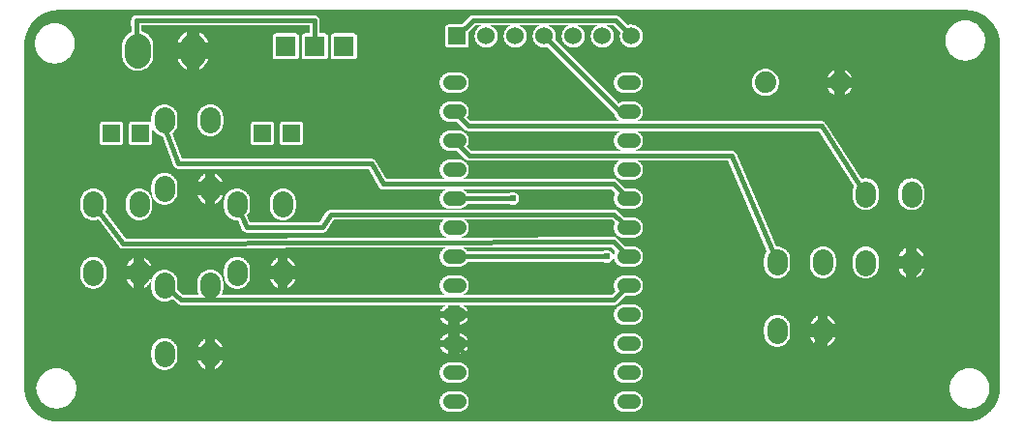
<source format=gtl>
G04 ---------------------------- Layer name :TOP LAYER*
G04 easyEDA 0.1*
G04 Scale: 100 percent, Rotated: No, Reflected: No *
G04 Dimensions in inches *
G04 leading zeros omitted , absolute positions ,2 integer and 4 * 
%FSLAX24Y24*%
%MOIN*%
G90*
G70D02*

%ADD11C,0.015000*%
%ADD12C,0.024000*%
%ADD13C,0.024400*%
%ADD14R,0.060000X0.060000*%
%ADD15C,0.060000*%
%ADD17R,0.070000X0.070000*%
%ADD18C,0.074000*%
%ADD20C,0.070000*%
%ADD21C,0.050000*%
%ADD22C,0.088582*%

%LPD*%
G36*
G01X1161Y-50D02*
G01X1140Y-49D01*
G01X1099Y-47D01*
G01X1058Y-43D01*
G01X1037Y-41D01*
G01X1017Y-38D01*
G01X996Y-35D01*
G01X976Y-32D01*
G01X956Y-28D01*
G01X936Y-24D01*
G01X916Y-19D01*
G01X876Y-9D01*
G01X856Y-4D01*
G01X836Y1D01*
G01X816Y7D01*
G01X777Y21D01*
G01X758Y28D01*
G01X739Y36D01*
G01X719Y43D01*
G01X701Y52D01*
G01X682Y60D01*
G01X663Y69D01*
G01X608Y97D01*
G01X591Y108D01*
G01X573Y118D01*
G01X555Y129D01*
G01X521Y151D01*
G01X504Y163D01*
G01X487Y175D01*
G01X470Y187D01*
G01X454Y200D01*
G01X438Y213D01*
G01X422Y226D01*
G01X406Y239D01*
G01X391Y253D01*
G01X361Y281D01*
G01X346Y296D01*
G01X332Y310D01*
G01X317Y325D01*
G01X303Y340D01*
G01X290Y356D01*
G01X276Y371D01*
G01X238Y419D01*
G01X213Y453D01*
G01X202Y470D01*
G01X180Y505D01*
G01X158Y540D01*
G01X148Y558D01*
G01X138Y576D01*
G01X119Y613D01*
G01X111Y631D01*
G01X94Y669D01*
G01X86Y688D01*
G01X78Y707D01*
G01X71Y727D01*
G01X58Y766D01*
G01X52Y785D01*
G01X46Y805D01*
G01X40Y825D01*
G01X30Y865D01*
G01X26Y885D01*
G01X22Y905D01*
G01X18Y926D01*
G01X15Y946D01*
G01X9Y987D01*
G01X5Y1028D01*
G01X3Y1048D01*
G01X2Y1069D01*
G01X1Y1090D01*
G01X0Y1110D01*
G01X0Y12990D01*
G01X1Y13010D01*
G01X2Y13031D01*
G01X3Y13052D01*
G01X5Y13072D01*
G01X9Y13113D01*
G01X15Y13154D01*
G01X18Y13174D01*
G01X22Y13194D01*
G01X26Y13215D01*
G01X30Y13234D01*
G01X40Y13275D01*
G01X46Y13294D01*
G01X52Y13315D01*
G01X58Y13334D01*
G01X71Y13373D01*
G01X78Y13392D01*
G01X86Y13412D01*
G01X94Y13431D01*
G01X111Y13468D01*
G01X119Y13487D01*
G01X138Y13523D01*
G01X148Y13542D01*
G01X158Y13559D01*
G01X180Y13595D01*
G01X202Y13630D01*
G01X213Y13647D01*
G01X238Y13680D01*
G01X276Y13728D01*
G01X290Y13744D01*
G01X303Y13759D01*
G01X317Y13775D01*
G01X332Y13790D01*
G01X346Y13804D01*
G01X361Y13819D01*
G01X391Y13847D01*
G01X406Y13861D01*
G01X422Y13874D01*
G01X470Y13912D01*
G01X487Y13925D01*
G01X504Y13937D01*
G01X521Y13948D01*
G01X555Y13971D01*
G01X573Y13982D01*
G01X591Y13992D01*
G01X608Y14002D01*
G01X663Y14031D01*
G01X682Y14040D01*
G01X701Y14048D01*
G01X719Y14056D01*
G01X739Y14064D01*
G01X758Y14072D01*
G01X777Y14079D01*
G01X816Y14092D01*
G01X836Y14098D01*
G01X856Y14105D01*
G01X876Y14110D01*
G01X916Y14120D01*
G01X936Y14125D01*
G01X956Y14128D01*
G01X976Y14132D01*
G01X996Y14136D01*
G01X1017Y14139D01*
G01X1037Y14141D01*
G01X1058Y14144D01*
G01X1099Y14147D01*
G01X1140Y14150D01*
G01X1161Y14150D01*
G01X32438Y14150D01*
G01X32458Y14150D01*
G01X32500Y14147D01*
G01X32541Y14144D01*
G01X32561Y14141D01*
G01X32582Y14139D01*
G01X32602Y14136D01*
G01X32622Y14132D01*
G01X32643Y14128D01*
G01X32663Y14125D01*
G01X32683Y14120D01*
G01X32723Y14110D01*
G01X32743Y14105D01*
G01X32763Y14098D01*
G01X32782Y14092D01*
G01X32821Y14079D01*
G01X32841Y14072D01*
G01X32860Y14064D01*
G01X32879Y14056D01*
G01X32898Y14048D01*
G01X32916Y14040D01*
G01X32935Y14031D01*
G01X32953Y14022D01*
G01X32972Y14012D01*
G01X32990Y14002D01*
G01X33008Y13992D01*
G01X33026Y13982D01*
G01X33043Y13971D01*
G01X33078Y13948D01*
G01X33094Y13937D01*
G01X33112Y13925D01*
G01X33128Y13912D01*
G01X33177Y13874D01*
G01X33192Y13861D01*
G01X33208Y13847D01*
G01X33238Y13819D01*
G01X33252Y13805D01*
G01X33281Y13775D01*
G01X33295Y13759D01*
G01X33309Y13744D01*
G01X33322Y13728D01*
G01X33361Y13680D01*
G01X33385Y13647D01*
G01X33397Y13630D01*
G01X33419Y13595D01*
G01X33440Y13559D01*
G01X33450Y13542D01*
G01X33460Y13523D01*
G01X33479Y13487D01*
G01X33488Y13468D01*
G01X33505Y13431D01*
G01X33512Y13412D01*
G01X33520Y13392D01*
G01X33527Y13373D01*
G01X33541Y13334D01*
G01X33547Y13315D01*
G01X33553Y13294D01*
G01X33558Y13275D01*
G01X33568Y13234D01*
G01X33573Y13215D01*
G01X33577Y13194D01*
G01X33581Y13174D01*
G01X33584Y13154D01*
G01X33589Y13113D01*
G01X33592Y13093D01*
G01X33594Y13072D01*
G01X33596Y13052D01*
G01X33597Y13031D01*
G01X33598Y13010D01*
G01X33598Y12990D01*
G01X33598Y1110D01*
G01X33598Y1090D01*
G01X33597Y1069D01*
G01X33596Y1048D01*
G01X33594Y1028D01*
G01X33589Y987D01*
G01X33584Y946D01*
G01X33581Y926D01*
G01X33577Y905D01*
G01X33573Y885D01*
G01X33568Y865D01*
G01X33558Y825D01*
G01X33553Y805D01*
G01X33547Y785D01*
G01X33541Y766D01*
G01X33527Y727D01*
G01X33520Y707D01*
G01X33512Y688D01*
G01X33505Y669D01*
G01X33488Y631D01*
G01X33479Y613D01*
G01X33460Y576D01*
G01X33450Y558D01*
G01X33440Y540D01*
G01X33419Y505D01*
G01X33397Y470D01*
G01X33385Y453D01*
G01X33361Y419D01*
G01X33322Y371D01*
G01X33309Y356D01*
G01X33295Y340D01*
G01X33281Y325D01*
G01X33267Y310D01*
G01X33252Y296D01*
G01X33238Y281D01*
G01X33208Y253D01*
G01X33192Y239D01*
G01X33177Y226D01*
G01X33161Y213D01*
G01X33144Y200D01*
G01X33128Y187D01*
G01X33095Y163D01*
G01X33078Y151D01*
G01X33043Y129D01*
G01X33026Y118D01*
G01X33008Y108D01*
G01X32990Y97D01*
G01X32935Y69D01*
G01X32917Y60D01*
G01X32879Y43D01*
G01X32860Y36D01*
G01X32841Y28D01*
G01X32821Y21D01*
G01X32782Y7D01*
G01X32763Y1D01*
G01X32743Y-4D01*
G01X32723Y-9D01*
G01X32683Y-19D01*
G01X32663Y-24D01*
G01X32643Y-28D01*
G01X32622Y-32D01*
G01X32602Y-35D01*
G01X32582Y-38D01*
G01X32561Y-41D01*
G01X32541Y-43D01*
G01X32500Y-47D01*
G01X32458Y-49D01*
G01X32438Y-50D01*
G01X1161Y-50D01*
G37*

%LPC*%
G36*
G01X5277Y13044D02*
G01X5578Y13044D01*
G01X5578Y13392D01*
G01X5534Y13371D01*
G01X5522Y13363D01*
G01X5467Y13326D01*
G01X5455Y13317D01*
G01X5407Y13272D01*
G01X5397Y13261D01*
G01X5356Y13209D01*
G01X5347Y13196D01*
G01X5314Y13139D01*
G01X5308Y13126D01*
G01X5283Y13065D01*
G01X5278Y13050D01*
G01X5277Y13044D01*
G37*
G36*
G01X1059Y411D02*
G01X1140Y411D01*
G01X1219Y420D01*
G01X1297Y438D01*
G01X1373Y466D01*
G01X1444Y502D01*
G01X1512Y546D01*
G01X1573Y598D01*
G01X1628Y656D01*
G01X1676Y721D01*
G01X1716Y790D01*
G01X1748Y863D01*
G01X1771Y941D01*
G01X1785Y1019D01*
G01X1790Y1100D01*
G01X1785Y1180D01*
G01X1771Y1258D01*
G01X1748Y1336D01*
G01X1716Y1409D01*
G01X1676Y1478D01*
G01X1628Y1543D01*
G01X1573Y1601D01*
G01X1512Y1653D01*
G01X1444Y1697D01*
G01X1373Y1733D01*
G01X1297Y1761D01*
G01X1219Y1779D01*
G01X1140Y1788D01*
G01X1059Y1788D01*
G01X980Y1779D01*
G01X902Y1761D01*
G01X826Y1733D01*
G01X755Y1697D01*
G01X687Y1653D01*
G01X626Y1601D01*
G01X571Y1543D01*
G01X523Y1478D01*
G01X483Y1409D01*
G01X451Y1336D01*
G01X428Y1258D01*
G01X414Y1180D01*
G01X409Y1100D01*
G01X414Y1019D01*
G01X428Y941D01*
G01X451Y863D01*
G01X483Y790D01*
G01X523Y721D01*
G01X571Y656D01*
G01X626Y598D01*
G01X687Y546D01*
G01X755Y502D01*
G01X826Y466D01*
G01X902Y438D01*
G01X980Y420D01*
G01X1059Y411D01*
G37*
G36*
G01X32510Y411D02*
G01X32589Y411D01*
G01X32669Y420D01*
G01X32747Y438D01*
G01X32823Y466D01*
G01X32894Y502D01*
G01X32962Y546D01*
G01X33023Y598D01*
G01X33078Y656D01*
G01X33126Y721D01*
G01X33166Y790D01*
G01X33198Y863D01*
G01X33221Y941D01*
G01X33235Y1019D01*
G01X33239Y1100D01*
G01X33235Y1180D01*
G01X33221Y1258D01*
G01X33198Y1336D01*
G01X33166Y1409D01*
G01X33126Y1478D01*
G01X33078Y1543D01*
G01X33023Y1601D01*
G01X32962Y1653D01*
G01X32894Y1697D01*
G01X32823Y1733D01*
G01X32747Y1761D01*
G01X32669Y1779D01*
G01X32589Y1788D01*
G01X32510Y1788D01*
G01X32430Y1779D01*
G01X32352Y1761D01*
G01X32276Y1733D01*
G01X32205Y1697D01*
G01X32137Y1653D01*
G01X32076Y1601D01*
G01X32021Y1543D01*
G01X31973Y1478D01*
G01X31933Y1409D01*
G01X31901Y1336D01*
G01X31878Y1258D01*
G01X31864Y1180D01*
G01X31860Y1100D01*
G01X31864Y1019D01*
G01X31878Y941D01*
G01X31901Y863D01*
G01X31933Y790D01*
G01X31973Y721D01*
G01X32021Y656D01*
G01X32076Y598D01*
G01X32137Y546D01*
G01X32205Y502D01*
G01X32276Y466D01*
G01X32352Y438D01*
G01X32430Y420D01*
G01X32510Y411D01*
G37*
G36*
G01X20650Y1300D02*
G01X20950Y1300D01*
G01X20960Y1300D01*
G01X21012Y1306D01*
G01X21017Y1306D01*
G01X21021Y1307D01*
G01X21025Y1308D01*
G01X21029Y1309D01*
G01X21033Y1310D01*
G01X21082Y1326D01*
G01X21086Y1327D01*
G01X21090Y1329D01*
G01X21093Y1331D01*
G01X21097Y1332D01*
G01X21101Y1334D01*
G01X21147Y1361D01*
G01X21150Y1363D01*
G01X21154Y1365D01*
G01X21164Y1373D01*
G01X21202Y1408D01*
G01X21211Y1417D01*
G01X21213Y1420D01*
G01X21216Y1423D01*
G01X21247Y1465D01*
G01X21249Y1469D01*
G01X21252Y1472D01*
G01X21254Y1476D01*
G01X21256Y1480D01*
G01X21258Y1484D01*
G01X21279Y1532D01*
G01X21280Y1536D01*
G01X21282Y1540D01*
G01X21285Y1551D01*
G01X21296Y1602D01*
G01X21297Y1606D01*
G01X21298Y1611D01*
G01X21298Y1615D01*
G01X21298Y1619D01*
G01X21298Y1680D01*
G01X21298Y1684D01*
G01X21298Y1688D01*
G01X21297Y1693D01*
G01X21296Y1697D01*
G01X21285Y1748D01*
G01X21282Y1759D01*
G01X21280Y1763D01*
G01X21279Y1767D01*
G01X21258Y1815D01*
G01X21256Y1819D01*
G01X21254Y1823D01*
G01X21252Y1827D01*
G01X21249Y1830D01*
G01X21247Y1834D01*
G01X21216Y1876D01*
G01X21213Y1879D01*
G01X21211Y1882D01*
G01X21202Y1891D01*
G01X21164Y1926D01*
G01X21154Y1934D01*
G01X21150Y1936D01*
G01X21147Y1938D01*
G01X21101Y1965D01*
G01X21097Y1967D01*
G01X21093Y1968D01*
G01X21090Y1970D01*
G01X21086Y1972D01*
G01X21082Y1973D01*
G01X21033Y1989D01*
G01X21029Y1990D01*
G01X21025Y1991D01*
G01X21021Y1992D01*
G01X21017Y1993D01*
G01X21012Y1993D01*
G01X20960Y1999D01*
G01X20950Y2000D01*
G01X20650Y2000D01*
G01X20639Y1999D01*
G01X20587Y1993D01*
G01X20582Y1993D01*
G01X20578Y1992D01*
G01X20575Y1991D01*
G01X20570Y1990D01*
G01X20566Y1989D01*
G01X20517Y1973D01*
G01X20513Y1972D01*
G01X20509Y1970D01*
G01X20506Y1968D01*
G01X20502Y1967D01*
G01X20498Y1965D01*
G01X20452Y1938D01*
G01X20449Y1936D01*
G01X20445Y1934D01*
G01X20435Y1926D01*
G01X20397Y1891D01*
G01X20388Y1882D01*
G01X20386Y1879D01*
G01X20383Y1876D01*
G01X20352Y1834D01*
G01X20350Y1830D01*
G01X20347Y1827D01*
G01X20345Y1823D01*
G01X20343Y1819D01*
G01X20341Y1815D01*
G01X20320Y1767D01*
G01X20319Y1763D01*
G01X20317Y1759D01*
G01X20314Y1748D01*
G01X20303Y1697D01*
G01X20302Y1693D01*
G01X20301Y1688D01*
G01X20301Y1684D01*
G01X20301Y1680D01*
G01X20301Y1619D01*
G01X20301Y1615D01*
G01X20301Y1611D01*
G01X20302Y1606D01*
G01X20303Y1602D01*
G01X20314Y1551D01*
G01X20317Y1540D01*
G01X20319Y1536D01*
G01X20320Y1532D01*
G01X20341Y1484D01*
G01X20343Y1480D01*
G01X20345Y1476D01*
G01X20347Y1472D01*
G01X20350Y1469D01*
G01X20352Y1465D01*
G01X20383Y1423D01*
G01X20386Y1420D01*
G01X20388Y1417D01*
G01X20397Y1408D01*
G01X20435Y1373D01*
G01X20445Y1365D01*
G01X20449Y1363D01*
G01X20452Y1361D01*
G01X20498Y1334D01*
G01X20502Y1332D01*
G01X20506Y1331D01*
G01X20509Y1329D01*
G01X20513Y1327D01*
G01X20517Y1326D01*
G01X20566Y1310D01*
G01X20570Y1309D01*
G01X20575Y1308D01*
G01X20578Y1307D01*
G01X20582Y1306D01*
G01X20587Y1306D01*
G01X20639Y1300D01*
G01X20650Y1300D01*
G37*
G36*
G01X14650Y1300D02*
G01X14950Y1300D01*
G01X14960Y1300D01*
G01X15012Y1306D01*
G01X15017Y1306D01*
G01X15021Y1307D01*
G01X15025Y1308D01*
G01X15029Y1309D01*
G01X15033Y1310D01*
G01X15082Y1326D01*
G01X15086Y1327D01*
G01X15090Y1329D01*
G01X15093Y1331D01*
G01X15097Y1332D01*
G01X15101Y1334D01*
G01X15147Y1361D01*
G01X15150Y1363D01*
G01X15154Y1365D01*
G01X15164Y1373D01*
G01X15202Y1408D01*
G01X15211Y1417D01*
G01X15213Y1420D01*
G01X15216Y1423D01*
G01X15247Y1465D01*
G01X15249Y1469D01*
G01X15252Y1472D01*
G01X15254Y1476D01*
G01X15256Y1480D01*
G01X15258Y1484D01*
G01X15279Y1532D01*
G01X15280Y1536D01*
G01X15282Y1540D01*
G01X15285Y1551D01*
G01X15296Y1602D01*
G01X15297Y1606D01*
G01X15298Y1611D01*
G01X15298Y1615D01*
G01X15298Y1619D01*
G01X15298Y1680D01*
G01X15298Y1684D01*
G01X15298Y1688D01*
G01X15297Y1693D01*
G01X15296Y1697D01*
G01X15285Y1748D01*
G01X15282Y1759D01*
G01X15280Y1763D01*
G01X15279Y1767D01*
G01X15258Y1815D01*
G01X15256Y1819D01*
G01X15254Y1823D01*
G01X15252Y1827D01*
G01X15249Y1830D01*
G01X15247Y1834D01*
G01X15216Y1876D01*
G01X15213Y1879D01*
G01X15211Y1882D01*
G01X15202Y1891D01*
G01X15164Y1926D01*
G01X15154Y1934D01*
G01X15150Y1936D01*
G01X15147Y1938D01*
G01X15101Y1965D01*
G01X15097Y1967D01*
G01X15093Y1968D01*
G01X15090Y1970D01*
G01X15086Y1972D01*
G01X15082Y1973D01*
G01X15033Y1989D01*
G01X15029Y1990D01*
G01X15025Y1991D01*
G01X15021Y1992D01*
G01X15017Y1993D01*
G01X15012Y1993D01*
G01X14960Y1999D01*
G01X14950Y2000D01*
G01X14650Y2000D01*
G01X14639Y1999D01*
G01X14587Y1993D01*
G01X14582Y1993D01*
G01X14578Y1992D01*
G01X14575Y1991D01*
G01X14570Y1990D01*
G01X14566Y1989D01*
G01X14517Y1973D01*
G01X14513Y1972D01*
G01X14509Y1970D01*
G01X14506Y1968D01*
G01X14502Y1967D01*
G01X14498Y1965D01*
G01X14452Y1938D01*
G01X14449Y1936D01*
G01X14445Y1934D01*
G01X14435Y1926D01*
G01X14397Y1891D01*
G01X14388Y1882D01*
G01X14386Y1879D01*
G01X14383Y1876D01*
G01X14352Y1834D01*
G01X14350Y1830D01*
G01X14347Y1827D01*
G01X14345Y1823D01*
G01X14343Y1819D01*
G01X14341Y1815D01*
G01X14320Y1767D01*
G01X14319Y1763D01*
G01X14317Y1759D01*
G01X14314Y1748D01*
G01X14303Y1697D01*
G01X14302Y1693D01*
G01X14301Y1688D01*
G01X14301Y1684D01*
G01X14301Y1680D01*
G01X14301Y1619D01*
G01X14301Y1615D01*
G01X14301Y1611D01*
G01X14302Y1606D01*
G01X14303Y1602D01*
G01X14314Y1551D01*
G01X14317Y1540D01*
G01X14319Y1536D01*
G01X14320Y1532D01*
G01X14341Y1484D01*
G01X14343Y1480D01*
G01X14345Y1476D01*
G01X14347Y1472D01*
G01X14350Y1469D01*
G01X14352Y1465D01*
G01X14383Y1423D01*
G01X14386Y1420D01*
G01X14388Y1417D01*
G01X14397Y1408D01*
G01X14435Y1373D01*
G01X14445Y1365D01*
G01X14449Y1363D01*
G01X14452Y1361D01*
G01X14498Y1334D01*
G01X14502Y1332D01*
G01X14506Y1331D01*
G01X14509Y1329D01*
G01X14513Y1327D01*
G01X14517Y1326D01*
G01X14566Y1310D01*
G01X14570Y1309D01*
G01X14575Y1308D01*
G01X14578Y1307D01*
G01X14582Y1306D01*
G01X14587Y1306D01*
G01X14639Y1300D01*
G01X14650Y1300D01*
G37*
G36*
G01X4819Y1738D02*
G01X4830Y1738D01*
G01X4833Y1738D01*
G01X4894Y1744D01*
G01X4911Y1747D01*
G01X4969Y1762D01*
G01X4986Y1768D01*
G01X5041Y1793D01*
G01X5048Y1797D01*
G01X5051Y1799D01*
G01X5054Y1801D01*
G01X5057Y1803D01*
G01X5107Y1838D01*
G01X5109Y1840D01*
G01X5118Y1846D01*
G01X5120Y1849D01*
G01X5163Y1892D01*
G01X5166Y1894D01*
G01X5173Y1903D01*
G01X5175Y1906D01*
G01X5209Y1956D01*
G01X5212Y1958D01*
G01X5213Y1962D01*
G01X5216Y1965D01*
G01X5219Y1971D01*
G01X5244Y2027D01*
G01X5250Y2043D01*
G01X5266Y2102D01*
G01X5268Y2118D01*
G01X5274Y2179D01*
G01X5275Y2188D01*
G01X5275Y2388D01*
G01X5274Y2397D01*
G01X5268Y2457D01*
G01X5266Y2474D01*
G01X5250Y2533D01*
G01X5244Y2549D01*
G01X5219Y2605D01*
G01X5216Y2611D01*
G01X5213Y2614D01*
G01X5212Y2617D01*
G01X5209Y2620D01*
G01X5175Y2670D01*
G01X5173Y2673D01*
G01X5166Y2681D01*
G01X5163Y2683D01*
G01X5120Y2727D01*
G01X5118Y2730D01*
G01X5109Y2736D01*
G01X5107Y2738D01*
G01X5057Y2773D01*
G01X5054Y2775D01*
G01X5051Y2777D01*
G01X5048Y2779D01*
G01X5041Y2782D01*
G01X4986Y2808D01*
G01X4969Y2813D01*
G01X4911Y2829D01*
G01X4894Y2832D01*
G01X4833Y2837D01*
G01X4830Y2838D01*
G01X4819Y2838D01*
G01X4816Y2837D01*
G01X4755Y2832D01*
G01X4738Y2829D01*
G01X4680Y2813D01*
G01X4663Y2808D01*
G01X4608Y2782D01*
G01X4601Y2779D01*
G01X4598Y2777D01*
G01X4595Y2775D01*
G01X4592Y2773D01*
G01X4542Y2738D01*
G01X4540Y2736D01*
G01X4531Y2730D01*
G01X4529Y2727D01*
G01X4486Y2683D01*
G01X4483Y2681D01*
G01X4476Y2673D01*
G01X4475Y2670D01*
G01X4440Y2620D01*
G01X4437Y2617D01*
G01X4436Y2614D01*
G01X4433Y2611D01*
G01X4430Y2605D01*
G01X4405Y2549D01*
G01X4399Y2533D01*
G01X4383Y2474D01*
G01X4381Y2457D01*
G01X4375Y2397D01*
G01X4375Y2388D01*
G01X4375Y2188D01*
G01X4375Y2179D01*
G01X4381Y2118D01*
G01X4383Y2102D01*
G01X4399Y2043D01*
G01X4405Y2027D01*
G01X4430Y1971D01*
G01X4433Y1965D01*
G01X4436Y1962D01*
G01X4437Y1958D01*
G01X4440Y1956D01*
G01X4475Y1906D01*
G01X4476Y1903D01*
G01X4483Y1894D01*
G01X4486Y1892D01*
G01X4529Y1849D01*
G01X4531Y1846D01*
G01X4540Y1840D01*
G01X4542Y1838D01*
G01X4592Y1803D01*
G01X4595Y1801D01*
G01X4598Y1799D01*
G01X4601Y1797D01*
G01X4608Y1793D01*
G01X4663Y1768D01*
G01X4680Y1762D01*
G01X4738Y1747D01*
G01X4755Y1744D01*
G01X4816Y1738D01*
G01X4819Y1738D01*
G37*
G36*
G01X6575Y1774D02*
G01X6616Y1793D01*
G01X6623Y1797D01*
G01X6626Y1799D01*
G01X6629Y1801D01*
G01X6632Y1803D01*
G01X6682Y1838D01*
G01X6684Y1840D01*
G01X6693Y1846D01*
G01X6695Y1849D01*
G01X6738Y1892D01*
G01X6741Y1894D01*
G01X6748Y1903D01*
G01X6750Y1906D01*
G01X6784Y1956D01*
G01X6787Y1958D01*
G01X6788Y1962D01*
G01X6791Y1965D01*
G01X6794Y1971D01*
G01X6819Y2027D01*
G01X6825Y2043D01*
G01X6831Y2063D01*
G01X6575Y2063D01*
G01X6575Y1774D01*
G37*
G36*
G01X6225Y1774D02*
G01X6225Y2063D01*
G01X5968Y2063D01*
G01X5974Y2043D01*
G01X5980Y2027D01*
G01X6005Y1971D01*
G01X6008Y1965D01*
G01X6011Y1962D01*
G01X6012Y1958D01*
G01X6015Y1956D01*
G01X6050Y1906D01*
G01X6051Y1903D01*
G01X6058Y1894D01*
G01X6061Y1892D01*
G01X6104Y1849D01*
G01X6106Y1846D01*
G01X6115Y1840D01*
G01X6117Y1838D01*
G01X6167Y1803D01*
G01X6170Y1801D01*
G01X6173Y1799D01*
G01X6176Y1797D01*
G01X6183Y1793D01*
G01X6225Y1774D01*
G37*
G36*
G01X20650Y2300D02*
G01X20950Y2300D01*
G01X20960Y2300D01*
G01X21012Y2306D01*
G01X21017Y2306D01*
G01X21021Y2307D01*
G01X21025Y2308D01*
G01X21029Y2309D01*
G01X21033Y2310D01*
G01X21082Y2326D01*
G01X21086Y2327D01*
G01X21090Y2329D01*
G01X21093Y2331D01*
G01X21097Y2332D01*
G01X21101Y2334D01*
G01X21147Y2361D01*
G01X21150Y2363D01*
G01X21154Y2365D01*
G01X21164Y2373D01*
G01X21202Y2408D01*
G01X21211Y2417D01*
G01X21213Y2420D01*
G01X21216Y2423D01*
G01X21247Y2465D01*
G01X21249Y2469D01*
G01X21252Y2472D01*
G01X21254Y2476D01*
G01X21256Y2480D01*
G01X21258Y2484D01*
G01X21279Y2532D01*
G01X21280Y2536D01*
G01X21282Y2540D01*
G01X21285Y2551D01*
G01X21296Y2602D01*
G01X21297Y2606D01*
G01X21298Y2611D01*
G01X21298Y2615D01*
G01X21298Y2619D01*
G01X21298Y2680D01*
G01X21298Y2684D01*
G01X21298Y2688D01*
G01X21297Y2693D01*
G01X21296Y2697D01*
G01X21285Y2748D01*
G01X21282Y2759D01*
G01X21280Y2763D01*
G01X21279Y2767D01*
G01X21258Y2815D01*
G01X21256Y2819D01*
G01X21254Y2823D01*
G01X21252Y2827D01*
G01X21249Y2830D01*
G01X21247Y2834D01*
G01X21216Y2876D01*
G01X21213Y2879D01*
G01X21211Y2882D01*
G01X21202Y2891D01*
G01X21164Y2926D01*
G01X21154Y2934D01*
G01X21150Y2936D01*
G01X21147Y2938D01*
G01X21101Y2965D01*
G01X21097Y2967D01*
G01X21093Y2968D01*
G01X21090Y2970D01*
G01X21086Y2972D01*
G01X21082Y2973D01*
G01X21033Y2989D01*
G01X21029Y2990D01*
G01X21025Y2991D01*
G01X21021Y2992D01*
G01X21017Y2993D01*
G01X21012Y2993D01*
G01X20960Y2999D01*
G01X20950Y3000D01*
G01X20650Y3000D01*
G01X20639Y2999D01*
G01X20587Y2993D01*
G01X20582Y2993D01*
G01X20578Y2992D01*
G01X20575Y2991D01*
G01X20570Y2990D01*
G01X20566Y2989D01*
G01X20517Y2973D01*
G01X20513Y2972D01*
G01X20509Y2970D01*
G01X20506Y2968D01*
G01X20502Y2967D01*
G01X20498Y2965D01*
G01X20452Y2938D01*
G01X20449Y2936D01*
G01X20445Y2934D01*
G01X20435Y2926D01*
G01X20397Y2891D01*
G01X20388Y2882D01*
G01X20386Y2879D01*
G01X20383Y2876D01*
G01X20352Y2834D01*
G01X20350Y2830D01*
G01X20347Y2827D01*
G01X20345Y2823D01*
G01X20343Y2819D01*
G01X20341Y2815D01*
G01X20320Y2767D01*
G01X20319Y2763D01*
G01X20317Y2759D01*
G01X20314Y2748D01*
G01X20303Y2697D01*
G01X20302Y2693D01*
G01X20301Y2688D01*
G01X20301Y2684D01*
G01X20301Y2680D01*
G01X20301Y2619D01*
G01X20301Y2615D01*
G01X20301Y2611D01*
G01X20302Y2606D01*
G01X20303Y2602D01*
G01X20314Y2551D01*
G01X20317Y2540D01*
G01X20319Y2536D01*
G01X20320Y2532D01*
G01X20341Y2484D01*
G01X20343Y2480D01*
G01X20345Y2476D01*
G01X20347Y2472D01*
G01X20350Y2469D01*
G01X20352Y2465D01*
G01X20383Y2423D01*
G01X20386Y2420D01*
G01X20388Y2417D01*
G01X20397Y2408D01*
G01X20435Y2373D01*
G01X20445Y2365D01*
G01X20449Y2363D01*
G01X20452Y2361D01*
G01X20498Y2334D01*
G01X20502Y2332D01*
G01X20506Y2331D01*
G01X20509Y2329D01*
G01X20513Y2327D01*
G01X20517Y2326D01*
G01X20566Y2310D01*
G01X20570Y2309D01*
G01X20575Y2308D01*
G01X20578Y2307D01*
G01X20582Y2306D01*
G01X20587Y2306D01*
G01X20639Y2300D01*
G01X20650Y2300D01*
G37*
G36*
G01X15000Y2305D02*
G01X15012Y2306D01*
G01X15017Y2306D01*
G01X15021Y2307D01*
G01X15025Y2308D01*
G01X15029Y2309D01*
G01X15033Y2310D01*
G01X15082Y2326D01*
G01X15086Y2327D01*
G01X15090Y2329D01*
G01X15093Y2331D01*
G01X15097Y2332D01*
G01X15101Y2334D01*
G01X15147Y2361D01*
G01X15150Y2363D01*
G01X15154Y2365D01*
G01X15164Y2373D01*
G01X15202Y2408D01*
G01X15211Y2417D01*
G01X15213Y2420D01*
G01X15216Y2423D01*
G01X15247Y2465D01*
G01X15249Y2469D01*
G01X15252Y2472D01*
G01X15254Y2476D01*
G01X15256Y2480D01*
G01X15258Y2484D01*
G01X15276Y2525D01*
G01X15000Y2525D01*
G01X15000Y2305D01*
G37*
G36*
G01X14600Y2305D02*
G01X14600Y2525D01*
G01X14323Y2525D01*
G01X14341Y2484D01*
G01X14343Y2480D01*
G01X14345Y2476D01*
G01X14347Y2472D01*
G01X14350Y2469D01*
G01X14352Y2465D01*
G01X14383Y2423D01*
G01X14386Y2420D01*
G01X14388Y2417D01*
G01X14397Y2408D01*
G01X14435Y2373D01*
G01X14445Y2365D01*
G01X14449Y2363D01*
G01X14452Y2361D01*
G01X14498Y2334D01*
G01X14502Y2332D01*
G01X14506Y2331D01*
G01X14509Y2329D01*
G01X14513Y2327D01*
G01X14517Y2326D01*
G01X14566Y2310D01*
G01X14570Y2309D01*
G01X14575Y2308D01*
G01X14578Y2307D01*
G01X14582Y2306D01*
G01X14587Y2306D01*
G01X14600Y2305D01*
G37*
G36*
G01X6575Y2513D02*
G01X6831Y2513D01*
G01X6825Y2533D01*
G01X6819Y2549D01*
G01X6794Y2605D01*
G01X6791Y2611D01*
G01X6788Y2614D01*
G01X6787Y2617D01*
G01X6784Y2620D01*
G01X6750Y2670D01*
G01X6748Y2673D01*
G01X6741Y2681D01*
G01X6738Y2683D01*
G01X6695Y2727D01*
G01X6693Y2730D01*
G01X6684Y2736D01*
G01X6682Y2738D01*
G01X6632Y2773D01*
G01X6629Y2775D01*
G01X6626Y2777D01*
G01X6623Y2779D01*
G01X6616Y2782D01*
G01X6575Y2801D01*
G01X6575Y2513D01*
G37*
G36*
G01X5968Y2513D02*
G01X6225Y2513D01*
G01X6225Y2801D01*
G01X6183Y2782D01*
G01X6176Y2779D01*
G01X6173Y2777D01*
G01X6170Y2775D01*
G01X6167Y2773D01*
G01X6117Y2738D01*
G01X6115Y2736D01*
G01X6106Y2730D01*
G01X6104Y2727D01*
G01X6061Y2683D01*
G01X6058Y2681D01*
G01X6051Y2673D01*
G01X6050Y2670D01*
G01X6015Y2620D01*
G01X6012Y2617D01*
G01X6011Y2614D01*
G01X6008Y2611D01*
G01X6005Y2605D01*
G01X5980Y2549D01*
G01X5974Y2533D01*
G01X5968Y2513D01*
G37*
G36*
G01X25919Y2538D02*
G01X25930Y2538D01*
G01X25933Y2538D01*
G01X25994Y2544D01*
G01X26011Y2547D01*
G01X26069Y2562D01*
G01X26086Y2568D01*
G01X26141Y2593D01*
G01X26148Y2597D01*
G01X26151Y2599D01*
G01X26154Y2601D01*
G01X26157Y2603D01*
G01X26207Y2638D01*
G01X26209Y2640D01*
G01X26218Y2646D01*
G01X26220Y2649D01*
G01X26263Y2692D01*
G01X26266Y2694D01*
G01X26273Y2703D01*
G01X26275Y2706D01*
G01X26309Y2756D01*
G01X26312Y2758D01*
G01X26313Y2762D01*
G01X26316Y2765D01*
G01X26319Y2771D01*
G01X26344Y2827D01*
G01X26350Y2843D01*
G01X26366Y2902D01*
G01X26368Y2918D01*
G01X26374Y2979D01*
G01X26375Y2988D01*
G01X26375Y3188D01*
G01X26374Y3197D01*
G01X26368Y3257D01*
G01X26366Y3274D01*
G01X26350Y3333D01*
G01X26344Y3349D01*
G01X26319Y3405D01*
G01X26316Y3411D01*
G01X26313Y3414D01*
G01X26312Y3417D01*
G01X26309Y3420D01*
G01X26275Y3470D01*
G01X26273Y3473D01*
G01X26266Y3481D01*
G01X26263Y3483D01*
G01X26220Y3527D01*
G01X26218Y3530D01*
G01X26209Y3536D01*
G01X26207Y3538D01*
G01X26157Y3573D01*
G01X26154Y3575D01*
G01X26151Y3577D01*
G01X26148Y3579D01*
G01X26141Y3582D01*
G01X26086Y3608D01*
G01X26069Y3613D01*
G01X26011Y3629D01*
G01X25994Y3632D01*
G01X25933Y3637D01*
G01X25930Y3638D01*
G01X25919Y3638D01*
G01X25916Y3637D01*
G01X25855Y3632D01*
G01X25838Y3629D01*
G01X25780Y3613D01*
G01X25763Y3608D01*
G01X25708Y3582D01*
G01X25701Y3579D01*
G01X25698Y3577D01*
G01X25695Y3575D01*
G01X25692Y3573D01*
G01X25642Y3538D01*
G01X25640Y3536D01*
G01X25631Y3530D01*
G01X25629Y3527D01*
G01X25586Y3483D01*
G01X25583Y3481D01*
G01X25576Y3473D01*
G01X25575Y3470D01*
G01X25540Y3420D01*
G01X25537Y3417D01*
G01X25536Y3414D01*
G01X25533Y3411D01*
G01X25530Y3405D01*
G01X25505Y3349D01*
G01X25499Y3333D01*
G01X25483Y3274D01*
G01X25481Y3257D01*
G01X25475Y3197D01*
G01X25475Y3188D01*
G01X25475Y2988D01*
G01X25475Y2979D01*
G01X25481Y2918D01*
G01X25483Y2902D01*
G01X25499Y2843D01*
G01X25505Y2827D01*
G01X25530Y2771D01*
G01X25533Y2765D01*
G01X25536Y2762D01*
G01X25537Y2758D01*
G01X25540Y2756D01*
G01X25575Y2706D01*
G01X25576Y2703D01*
G01X25583Y2694D01*
G01X25586Y2692D01*
G01X25629Y2649D01*
G01X25631Y2646D01*
G01X25640Y2640D01*
G01X25642Y2638D01*
G01X25692Y2603D01*
G01X25695Y2601D01*
G01X25698Y2599D01*
G01X25701Y2597D01*
G01X25708Y2593D01*
G01X25763Y2568D01*
G01X25780Y2562D01*
G01X25838Y2547D01*
G01X25855Y2544D01*
G01X25916Y2538D01*
G01X25919Y2538D01*
G37*
G36*
G01X27675Y2574D02*
G01X27716Y2593D01*
G01X27723Y2597D01*
G01X27726Y2599D01*
G01X27729Y2601D01*
G01X27732Y2603D01*
G01X27782Y2638D01*
G01X27785Y2640D01*
G01X27793Y2646D01*
G01X27795Y2649D01*
G01X27838Y2692D01*
G01X27841Y2694D01*
G01X27848Y2703D01*
G01X27850Y2706D01*
G01X27885Y2756D01*
G01X27887Y2758D01*
G01X27888Y2762D01*
G01X27891Y2765D01*
G01X27894Y2771D01*
G01X27919Y2827D01*
G01X27925Y2843D01*
G01X27931Y2863D01*
G01X27675Y2863D01*
G01X27675Y2574D01*
G37*
G36*
G01X27325Y2574D02*
G01X27325Y2863D01*
G01X27068Y2863D01*
G01X27074Y2843D01*
G01X27080Y2827D01*
G01X27105Y2771D01*
G01X27108Y2765D01*
G01X27111Y2762D01*
G01X27112Y2758D01*
G01X27115Y2756D01*
G01X27150Y2706D01*
G01X27151Y2703D01*
G01X27158Y2694D01*
G01X27161Y2692D01*
G01X27204Y2649D01*
G01X27206Y2646D01*
G01X27215Y2640D01*
G01X27217Y2638D01*
G01X27267Y2603D01*
G01X27270Y2601D01*
G01X27273Y2599D01*
G01X27276Y2597D01*
G01X27283Y2593D01*
G01X27325Y2574D01*
G37*
G36*
G01X15000Y2775D02*
G01X15276Y2775D01*
G01X15258Y2815D01*
G01X15256Y2819D01*
G01X15254Y2823D01*
G01X15252Y2827D01*
G01X15249Y2830D01*
G01X15247Y2834D01*
G01X15216Y2876D01*
G01X15213Y2879D01*
G01X15211Y2882D01*
G01X15202Y2891D01*
G01X15164Y2926D01*
G01X15154Y2934D01*
G01X15150Y2936D01*
G01X15147Y2938D01*
G01X15101Y2965D01*
G01X15097Y2967D01*
G01X15093Y2968D01*
G01X15090Y2970D01*
G01X15086Y2972D01*
G01X15082Y2973D01*
G01X15033Y2989D01*
G01X15029Y2990D01*
G01X15025Y2991D01*
G01X15021Y2992D01*
G01X15017Y2993D01*
G01X15012Y2993D01*
G01X15000Y2994D01*
G01X15000Y2775D01*
G37*
G36*
G01X14323Y2775D02*
G01X14600Y2775D01*
G01X14600Y2994D01*
G01X14587Y2993D01*
G01X14582Y2993D01*
G01X14578Y2992D01*
G01X14575Y2991D01*
G01X14570Y2990D01*
G01X14566Y2989D01*
G01X14517Y2973D01*
G01X14513Y2972D01*
G01X14509Y2970D01*
G01X14506Y2968D01*
G01X14502Y2967D01*
G01X14498Y2965D01*
G01X14452Y2938D01*
G01X14449Y2936D01*
G01X14445Y2934D01*
G01X14435Y2926D01*
G01X14397Y2891D01*
G01X14388Y2882D01*
G01X14386Y2879D01*
G01X14383Y2876D01*
G01X14352Y2834D01*
G01X14350Y2830D01*
G01X14347Y2827D01*
G01X14345Y2823D01*
G01X14343Y2819D01*
G01X14341Y2815D01*
G01X14323Y2775D01*
G37*
G36*
G01X20650Y3300D02*
G01X20950Y3300D01*
G01X20960Y3300D01*
G01X21012Y3306D01*
G01X21017Y3306D01*
G01X21021Y3307D01*
G01X21025Y3308D01*
G01X21029Y3309D01*
G01X21033Y3310D01*
G01X21082Y3326D01*
G01X21086Y3327D01*
G01X21090Y3329D01*
G01X21093Y3331D01*
G01X21097Y3332D01*
G01X21101Y3334D01*
G01X21147Y3361D01*
G01X21150Y3363D01*
G01X21154Y3365D01*
G01X21164Y3373D01*
G01X21202Y3408D01*
G01X21211Y3417D01*
G01X21213Y3420D01*
G01X21216Y3423D01*
G01X21247Y3465D01*
G01X21249Y3469D01*
G01X21252Y3472D01*
G01X21254Y3476D01*
G01X21256Y3480D01*
G01X21258Y3484D01*
G01X21279Y3532D01*
G01X21280Y3536D01*
G01X21282Y3540D01*
G01X21285Y3551D01*
G01X21296Y3602D01*
G01X21297Y3606D01*
G01X21298Y3611D01*
G01X21298Y3615D01*
G01X21298Y3619D01*
G01X21298Y3680D01*
G01X21298Y3684D01*
G01X21298Y3688D01*
G01X21297Y3693D01*
G01X21296Y3697D01*
G01X21285Y3748D01*
G01X21282Y3759D01*
G01X21280Y3763D01*
G01X21279Y3767D01*
G01X21258Y3815D01*
G01X21256Y3819D01*
G01X21254Y3823D01*
G01X21252Y3827D01*
G01X21249Y3830D01*
G01X21247Y3834D01*
G01X21216Y3876D01*
G01X21213Y3879D01*
G01X21211Y3882D01*
G01X21202Y3891D01*
G01X21164Y3926D01*
G01X21154Y3934D01*
G01X21150Y3936D01*
G01X21147Y3938D01*
G01X21101Y3965D01*
G01X21097Y3967D01*
G01X21093Y3968D01*
G01X21090Y3970D01*
G01X21086Y3972D01*
G01X21082Y3973D01*
G01X21033Y3989D01*
G01X21029Y3990D01*
G01X21025Y3991D01*
G01X21021Y3992D01*
G01X21017Y3993D01*
G01X21012Y3993D01*
G01X20960Y3999D01*
G01X20950Y4000D01*
G01X20650Y4000D01*
G01X20639Y3999D01*
G01X20587Y3993D01*
G01X20582Y3993D01*
G01X20578Y3992D01*
G01X20575Y3991D01*
G01X20570Y3990D01*
G01X20566Y3989D01*
G01X20517Y3973D01*
G01X20513Y3972D01*
G01X20509Y3970D01*
G01X20506Y3968D01*
G01X20502Y3967D01*
G01X20498Y3965D01*
G01X20452Y3938D01*
G01X20449Y3936D01*
G01X20445Y3934D01*
G01X20435Y3926D01*
G01X20397Y3891D01*
G01X20388Y3882D01*
G01X20386Y3879D01*
G01X20383Y3876D01*
G01X20352Y3834D01*
G01X20350Y3830D01*
G01X20347Y3827D01*
G01X20345Y3823D01*
G01X20343Y3819D01*
G01X20341Y3815D01*
G01X20320Y3767D01*
G01X20319Y3763D01*
G01X20317Y3759D01*
G01X20314Y3748D01*
G01X20303Y3697D01*
G01X20302Y3693D01*
G01X20301Y3688D01*
G01X20301Y3684D01*
G01X20301Y3680D01*
G01X20301Y3619D01*
G01X20301Y3615D01*
G01X20301Y3611D01*
G01X20302Y3606D01*
G01X20303Y3602D01*
G01X20314Y3551D01*
G01X20317Y3540D01*
G01X20319Y3536D01*
G01X20320Y3532D01*
G01X20341Y3484D01*
G01X20343Y3480D01*
G01X20345Y3476D01*
G01X20347Y3472D01*
G01X20350Y3469D01*
G01X20352Y3465D01*
G01X20383Y3423D01*
G01X20386Y3420D01*
G01X20388Y3417D01*
G01X20397Y3408D01*
G01X20435Y3373D01*
G01X20445Y3365D01*
G01X20449Y3363D01*
G01X20452Y3361D01*
G01X20498Y3334D01*
G01X20502Y3332D01*
G01X20506Y3331D01*
G01X20509Y3329D01*
G01X20513Y3327D01*
G01X20517Y3326D01*
G01X20566Y3310D01*
G01X20570Y3309D01*
G01X20575Y3308D01*
G01X20578Y3307D01*
G01X20582Y3306D01*
G01X20587Y3306D01*
G01X20639Y3300D01*
G01X20650Y3300D01*
G37*
G36*
G01X15000Y3305D02*
G01X15012Y3306D01*
G01X15017Y3306D01*
G01X15021Y3307D01*
G01X15025Y3308D01*
G01X15029Y3309D01*
G01X15033Y3310D01*
G01X15082Y3326D01*
G01X15086Y3327D01*
G01X15090Y3329D01*
G01X15093Y3331D01*
G01X15097Y3332D01*
G01X15101Y3334D01*
G01X15147Y3361D01*
G01X15150Y3363D01*
G01X15154Y3365D01*
G01X15164Y3373D01*
G01X15202Y3408D01*
G01X15211Y3417D01*
G01X15213Y3420D01*
G01X15216Y3423D01*
G01X15247Y3465D01*
G01X15249Y3469D01*
G01X15252Y3472D01*
G01X15254Y3476D01*
G01X15256Y3480D01*
G01X15258Y3484D01*
G01X15276Y3525D01*
G01X15000Y3525D01*
G01X15000Y3305D01*
G37*
G36*
G01X14600Y3305D02*
G01X14600Y3525D01*
G01X14323Y3525D01*
G01X14341Y3484D01*
G01X14343Y3480D01*
G01X14345Y3476D01*
G01X14347Y3472D01*
G01X14350Y3469D01*
G01X14352Y3465D01*
G01X14383Y3423D01*
G01X14386Y3420D01*
G01X14388Y3417D01*
G01X14397Y3408D01*
G01X14435Y3373D01*
G01X14445Y3365D01*
G01X14449Y3363D01*
G01X14452Y3361D01*
G01X14498Y3334D01*
G01X14502Y3332D01*
G01X14506Y3331D01*
G01X14509Y3329D01*
G01X14513Y3327D01*
G01X14517Y3326D01*
G01X14566Y3310D01*
G01X14570Y3309D01*
G01X14575Y3308D01*
G01X14578Y3307D01*
G01X14582Y3306D01*
G01X14587Y3306D01*
G01X14600Y3305D01*
G37*
G36*
G01X27675Y3313D02*
G01X27931Y3313D01*
G01X27925Y3333D01*
G01X27919Y3349D01*
G01X27894Y3405D01*
G01X27891Y3411D01*
G01X27888Y3414D01*
G01X27887Y3417D01*
G01X27885Y3420D01*
G01X27850Y3470D01*
G01X27848Y3473D01*
G01X27841Y3481D01*
G01X27838Y3483D01*
G01X27795Y3527D01*
G01X27793Y3530D01*
G01X27785Y3536D01*
G01X27782Y3538D01*
G01X27732Y3573D01*
G01X27729Y3575D01*
G01X27726Y3577D01*
G01X27723Y3579D01*
G01X27716Y3582D01*
G01X27675Y3601D01*
G01X27675Y3313D01*
G37*
G36*
G01X27068Y3313D02*
G01X27325Y3313D01*
G01X27325Y3601D01*
G01X27283Y3582D01*
G01X27276Y3579D01*
G01X27273Y3577D01*
G01X27270Y3575D01*
G01X27267Y3573D01*
G01X27217Y3538D01*
G01X27215Y3536D01*
G01X27206Y3530D01*
G01X27204Y3527D01*
G01X27161Y3483D01*
G01X27158Y3481D01*
G01X27151Y3473D01*
G01X27150Y3470D01*
G01X27115Y3420D01*
G01X27112Y3417D01*
G01X27111Y3414D01*
G01X27108Y3411D01*
G01X27105Y3405D01*
G01X27080Y3349D01*
G01X27074Y3333D01*
G01X27068Y3313D01*
G37*
G36*
G01X14323Y3775D02*
G01X14600Y3775D01*
G01X14600Y3975D01*
G01X15000Y3975D01*
G01X15000Y3775D01*
G01X15276Y3775D01*
G01X15258Y3815D01*
G01X15256Y3819D01*
G01X15254Y3823D01*
G01X15252Y3827D01*
G01X15249Y3830D01*
G01X15247Y3834D01*
G01X15216Y3876D01*
G01X15213Y3879D01*
G01X15211Y3882D01*
G01X15202Y3891D01*
G01X15164Y3926D01*
G01X15154Y3934D01*
G01X15150Y3936D01*
G01X15147Y3938D01*
G01X15101Y3965D01*
G01X15097Y3967D01*
G01X15093Y3968D01*
G01X15090Y3970D01*
G01X15086Y3972D01*
G01X15082Y3973D01*
G01X15077Y3975D01*
G01X20300Y3975D01*
G01X20327Y3977D01*
G01X20353Y3983D01*
G01X20379Y3993D01*
G01X20402Y4008D01*
G01X20423Y4026D01*
G01X20697Y4300D01*
G01X20950Y4300D01*
G01X20960Y4300D01*
G01X21012Y4306D01*
G01X21017Y4306D01*
G01X21021Y4307D01*
G01X21025Y4308D01*
G01X21029Y4309D01*
G01X21033Y4310D01*
G01X21082Y4326D01*
G01X21086Y4327D01*
G01X21090Y4329D01*
G01X21093Y4331D01*
G01X21097Y4332D01*
G01X21101Y4334D01*
G01X21147Y4361D01*
G01X21150Y4363D01*
G01X21154Y4365D01*
G01X21164Y4373D01*
G01X21202Y4408D01*
G01X21211Y4417D01*
G01X21213Y4420D01*
G01X21216Y4423D01*
G01X21247Y4465D01*
G01X21249Y4469D01*
G01X21252Y4472D01*
G01X21254Y4476D01*
G01X21256Y4480D01*
G01X21258Y4484D01*
G01X21279Y4532D01*
G01X21280Y4536D01*
G01X21282Y4540D01*
G01X21285Y4551D01*
G01X21296Y4602D01*
G01X21297Y4606D01*
G01X21298Y4611D01*
G01X21298Y4615D01*
G01X21298Y4619D01*
G01X21298Y4680D01*
G01X21298Y4684D01*
G01X21298Y4688D01*
G01X21297Y4693D01*
G01X21296Y4697D01*
G01X21285Y4748D01*
G01X21282Y4759D01*
G01X21280Y4763D01*
G01X21279Y4767D01*
G01X21258Y4815D01*
G01X21256Y4819D01*
G01X21254Y4823D01*
G01X21252Y4827D01*
G01X21249Y4830D01*
G01X21247Y4834D01*
G01X21216Y4876D01*
G01X21213Y4879D01*
G01X21211Y4882D01*
G01X21202Y4891D01*
G01X21164Y4926D01*
G01X21154Y4934D01*
G01X21150Y4936D01*
G01X21147Y4938D01*
G01X21101Y4965D01*
G01X21097Y4967D01*
G01X21093Y4968D01*
G01X21090Y4970D01*
G01X21086Y4972D01*
G01X21082Y4973D01*
G01X21033Y4989D01*
G01X21029Y4990D01*
G01X21025Y4991D01*
G01X21021Y4992D01*
G01X21017Y4993D01*
G01X21012Y4993D01*
G01X20960Y4999D01*
G01X20950Y5000D01*
G01X20650Y5000D01*
G01X20639Y4999D01*
G01X20587Y4993D01*
G01X20582Y4993D01*
G01X20578Y4992D01*
G01X20575Y4991D01*
G01X20570Y4990D01*
G01X20566Y4989D01*
G01X20517Y4973D01*
G01X20513Y4972D01*
G01X20509Y4970D01*
G01X20506Y4968D01*
G01X20502Y4967D01*
G01X20498Y4965D01*
G01X20452Y4938D01*
G01X20449Y4936D01*
G01X20445Y4934D01*
G01X20435Y4926D01*
G01X20397Y4891D01*
G01X20388Y4882D01*
G01X20386Y4879D01*
G01X20383Y4876D01*
G01X20352Y4834D01*
G01X20350Y4830D01*
G01X20347Y4827D01*
G01X20345Y4823D01*
G01X20343Y4819D01*
G01X20341Y4815D01*
G01X20320Y4767D01*
G01X20319Y4763D01*
G01X20317Y4759D01*
G01X20314Y4748D01*
G01X20303Y4697D01*
G01X20302Y4693D01*
G01X20301Y4688D01*
G01X20301Y4684D01*
G01X20301Y4680D01*
G01X20301Y4619D01*
G01X20301Y4615D01*
G01X20301Y4611D01*
G01X20302Y4606D01*
G01X20303Y4602D01*
G01X20314Y4551D01*
G01X20317Y4540D01*
G01X20319Y4536D01*
G01X20320Y4532D01*
G01X20341Y4484D01*
G01X20343Y4480D01*
G01X20345Y4476D01*
G01X20347Y4472D01*
G01X20350Y4469D01*
G01X20352Y4465D01*
G01X20358Y4456D01*
G01X20227Y4325D01*
G01X15077Y4325D01*
G01X15082Y4326D01*
G01X15086Y4327D01*
G01X15090Y4329D01*
G01X15093Y4331D01*
G01X15097Y4332D01*
G01X15101Y4334D01*
G01X15147Y4361D01*
G01X15150Y4363D01*
G01X15154Y4365D01*
G01X15164Y4373D01*
G01X15202Y4408D01*
G01X15211Y4417D01*
G01X15213Y4420D01*
G01X15216Y4423D01*
G01X15247Y4465D01*
G01X15249Y4469D01*
G01X15252Y4472D01*
G01X15254Y4476D01*
G01X15256Y4480D01*
G01X15258Y4484D01*
G01X15279Y4532D01*
G01X15280Y4536D01*
G01X15282Y4540D01*
G01X15285Y4551D01*
G01X15296Y4602D01*
G01X15297Y4606D01*
G01X15298Y4611D01*
G01X15298Y4615D01*
G01X15298Y4619D01*
G01X15298Y4680D01*
G01X15298Y4684D01*
G01X15298Y4688D01*
G01X15297Y4693D01*
G01X15296Y4697D01*
G01X15285Y4748D01*
G01X15282Y4759D01*
G01X15280Y4763D01*
G01X15279Y4767D01*
G01X15258Y4815D01*
G01X15256Y4819D01*
G01X15254Y4823D01*
G01X15252Y4827D01*
G01X15249Y4830D01*
G01X15247Y4834D01*
G01X15216Y4876D01*
G01X15213Y4879D01*
G01X15211Y4882D01*
G01X15202Y4891D01*
G01X15164Y4926D01*
G01X15154Y4934D01*
G01X15150Y4936D01*
G01X15147Y4938D01*
G01X15101Y4965D01*
G01X15097Y4967D01*
G01X15093Y4968D01*
G01X15090Y4970D01*
G01X15086Y4972D01*
G01X15082Y4973D01*
G01X15033Y4989D01*
G01X15029Y4990D01*
G01X15025Y4991D01*
G01X15021Y4992D01*
G01X15017Y4993D01*
G01X15012Y4993D01*
G01X14960Y4999D01*
G01X14950Y5000D01*
G01X14650Y5000D01*
G01X14639Y4999D01*
G01X14587Y4993D01*
G01X14582Y4993D01*
G01X14578Y4992D01*
G01X14575Y4991D01*
G01X14570Y4990D01*
G01X14566Y4989D01*
G01X14517Y4973D01*
G01X14513Y4972D01*
G01X14509Y4970D01*
G01X14506Y4968D01*
G01X14502Y4967D01*
G01X14498Y4965D01*
G01X14452Y4938D01*
G01X14449Y4936D01*
G01X14445Y4934D01*
G01X14435Y4926D01*
G01X14397Y4891D01*
G01X14388Y4882D01*
G01X14386Y4879D01*
G01X14383Y4876D01*
G01X14352Y4834D01*
G01X14350Y4830D01*
G01X14347Y4827D01*
G01X14345Y4823D01*
G01X14343Y4819D01*
G01X14341Y4815D01*
G01X14320Y4767D01*
G01X14319Y4763D01*
G01X14317Y4759D01*
G01X14314Y4748D01*
G01X14303Y4697D01*
G01X14302Y4693D01*
G01X14301Y4688D01*
G01X14301Y4684D01*
G01X14301Y4680D01*
G01X14301Y4619D01*
G01X14301Y4615D01*
G01X14301Y4611D01*
G01X14302Y4606D01*
G01X14303Y4602D01*
G01X14314Y4551D01*
G01X14317Y4540D01*
G01X14319Y4536D01*
G01X14320Y4532D01*
G01X14341Y4484D01*
G01X14343Y4480D01*
G01X14345Y4476D01*
G01X14347Y4472D01*
G01X14350Y4469D01*
G01X14352Y4465D01*
G01X14383Y4423D01*
G01X14386Y4420D01*
G01X14388Y4417D01*
G01X14397Y4408D01*
G01X14435Y4373D01*
G01X14445Y4365D01*
G01X14449Y4363D01*
G01X14452Y4361D01*
G01X14498Y4334D01*
G01X14502Y4332D01*
G01X14506Y4331D01*
G01X14509Y4329D01*
G01X14513Y4327D01*
G01X14517Y4326D01*
G01X14522Y4325D01*
G01X6790Y4325D01*
G01X6791Y4326D01*
G01X6794Y4333D01*
G01X6819Y4388D01*
G01X6825Y4405D01*
G01X6841Y4463D01*
G01X6843Y4480D01*
G01X6849Y4541D01*
G01X6850Y4550D01*
G01X6850Y4750D01*
G01X6849Y4758D01*
G01X6843Y4819D01*
G01X6841Y4836D01*
G01X6825Y4894D01*
G01X6819Y4911D01*
G01X6794Y4966D01*
G01X6791Y4973D01*
G01X6788Y4976D01*
G01X6787Y4979D01*
G01X6784Y4982D01*
G01X6750Y5032D01*
G01X6748Y5034D01*
G01X6741Y5043D01*
G01X6738Y5045D01*
G01X6695Y5088D01*
G01X6693Y5091D01*
G01X6684Y5098D01*
G01X6682Y5100D01*
G01X6632Y5134D01*
G01X6629Y5137D01*
G01X6626Y5138D01*
G01X6623Y5141D01*
G01X6616Y5144D01*
G01X6561Y5169D01*
G01X6544Y5175D01*
G01X6486Y5191D01*
G01X6469Y5193D01*
G01X6408Y5199D01*
G01X6405Y5200D01*
G01X6394Y5200D01*
G01X6391Y5199D01*
G01X6330Y5193D01*
G01X6313Y5191D01*
G01X6255Y5175D01*
G01X6238Y5169D01*
G01X6183Y5144D01*
G01X6176Y5141D01*
G01X6173Y5138D01*
G01X6170Y5137D01*
G01X6167Y5134D01*
G01X6117Y5100D01*
G01X6115Y5098D01*
G01X6106Y5091D01*
G01X6104Y5088D01*
G01X6061Y5045D01*
G01X6058Y5043D01*
G01X6051Y5034D01*
G01X6050Y5032D01*
G01X6015Y4982D01*
G01X6012Y4979D01*
G01X6011Y4976D01*
G01X6008Y4973D01*
G01X6005Y4966D01*
G01X5980Y4911D01*
G01X5974Y4894D01*
G01X5958Y4836D01*
G01X5956Y4819D01*
G01X5950Y4758D01*
G01X5950Y4750D01*
G01X5950Y4550D01*
G01X5950Y4541D01*
G01X5956Y4480D01*
G01X5958Y4463D01*
G01X5974Y4405D01*
G01X5980Y4388D01*
G01X6005Y4333D01*
G01X6008Y4326D01*
G01X6009Y4325D01*
G01X5466Y4325D01*
G01X5270Y4498D01*
G01X5274Y4541D01*
G01X5275Y4550D01*
G01X5275Y4750D01*
G01X5274Y4758D01*
G01X5268Y4819D01*
G01X5266Y4836D01*
G01X5250Y4894D01*
G01X5244Y4911D01*
G01X5219Y4966D01*
G01X5216Y4973D01*
G01X5213Y4976D01*
G01X5212Y4979D01*
G01X5209Y4982D01*
G01X5175Y5032D01*
G01X5173Y5034D01*
G01X5166Y5043D01*
G01X5163Y5045D01*
G01X5120Y5088D01*
G01X5118Y5091D01*
G01X5109Y5098D01*
G01X5107Y5100D01*
G01X5057Y5134D01*
G01X5054Y5137D01*
G01X5051Y5138D01*
G01X5048Y5141D01*
G01X5041Y5144D01*
G01X4986Y5169D01*
G01X4969Y5175D01*
G01X4911Y5191D01*
G01X4894Y5193D01*
G01X4833Y5199D01*
G01X4830Y5200D01*
G01X4819Y5200D01*
G01X4816Y5199D01*
G01X4755Y5193D01*
G01X4738Y5191D01*
G01X4680Y5175D01*
G01X4663Y5169D01*
G01X4608Y5144D01*
G01X4601Y5141D01*
G01X4598Y5138D01*
G01X4595Y5137D01*
G01X4592Y5134D01*
G01X4542Y5100D01*
G01X4540Y5098D01*
G01X4531Y5091D01*
G01X4529Y5088D01*
G01X4486Y5045D01*
G01X4483Y5043D01*
G01X4476Y5034D01*
G01X4475Y5032D01*
G01X4440Y4982D01*
G01X4437Y4979D01*
G01X4436Y4976D01*
G01X4433Y4973D01*
G01X4430Y4966D01*
G01X4405Y4911D01*
G01X4399Y4894D01*
G01X4383Y4836D01*
G01X4381Y4819D01*
G01X4375Y4758D01*
G01X4375Y4750D01*
G01X4375Y4550D01*
G01X4375Y4541D01*
G01X4381Y4480D01*
G01X4383Y4463D01*
G01X4399Y4405D01*
G01X4405Y4388D01*
G01X4430Y4333D01*
G01X4433Y4326D01*
G01X4436Y4323D01*
G01X4437Y4320D01*
G01X4440Y4317D01*
G01X4475Y4267D01*
G01X4476Y4265D01*
G01X4483Y4256D01*
G01X4486Y4254D01*
G01X4529Y4211D01*
G01X4531Y4208D01*
G01X4540Y4201D01*
G01X4542Y4200D01*
G01X4592Y4165D01*
G01X4595Y4162D01*
G01X4598Y4161D01*
G01X4601Y4158D01*
G01X4608Y4155D01*
G01X4663Y4130D01*
G01X4680Y4124D01*
G01X4738Y4108D01*
G01X4755Y4106D01*
G01X4816Y4100D01*
G01X4819Y4100D01*
G01X4830Y4100D01*
G01X4833Y4100D01*
G01X4894Y4106D01*
G01X4911Y4108D01*
G01X4969Y4124D01*
G01X4986Y4130D01*
G01X5041Y4155D01*
G01X5048Y4158D01*
G01X5051Y4161D01*
G01X5054Y4162D01*
G01X5057Y4165D01*
G01X5091Y4188D01*
G01X5283Y4018D01*
G01X5303Y4003D01*
G01X5326Y3991D01*
G01X5350Y3982D01*
G01X5375Y3976D01*
G01X5400Y3975D01*
G01X14522Y3975D01*
G01X14517Y3973D01*
G01X14513Y3972D01*
G01X14509Y3970D01*
G01X14506Y3968D01*
G01X14502Y3967D01*
G01X14498Y3965D01*
G01X14452Y3938D01*
G01X14449Y3936D01*
G01X14445Y3934D01*
G01X14435Y3926D01*
G01X14397Y3891D01*
G01X14388Y3882D01*
G01X14386Y3879D01*
G01X14383Y3876D01*
G01X14352Y3834D01*
G01X14350Y3830D01*
G01X14347Y3827D01*
G01X14345Y3823D01*
G01X14343Y3819D01*
G01X14341Y3815D01*
G01X14323Y3775D01*
G37*
G36*
G01X2369Y4538D02*
G01X2380Y4538D01*
G01X2383Y4538D01*
G01X2444Y4544D01*
G01X2461Y4547D01*
G01X2519Y4562D01*
G01X2536Y4568D01*
G01X2591Y4593D01*
G01X2598Y4597D01*
G01X2601Y4599D01*
G01X2604Y4601D01*
G01X2607Y4603D01*
G01X2657Y4638D01*
G01X2659Y4640D01*
G01X2668Y4646D01*
G01X2670Y4649D01*
G01X2713Y4692D01*
G01X2716Y4694D01*
G01X2723Y4703D01*
G01X2725Y4706D01*
G01X2759Y4756D01*
G01X2762Y4758D01*
G01X2763Y4762D01*
G01X2766Y4765D01*
G01X2769Y4771D01*
G01X2794Y4827D01*
G01X2800Y4843D01*
G01X2816Y4902D01*
G01X2818Y4918D01*
G01X2824Y4979D01*
G01X2825Y4988D01*
G01X2825Y5188D01*
G01X2824Y5197D01*
G01X2818Y5257D01*
G01X2816Y5274D01*
G01X2800Y5333D01*
G01X2794Y5349D01*
G01X2769Y5405D01*
G01X2766Y5411D01*
G01X2763Y5414D01*
G01X2762Y5417D01*
G01X2759Y5420D01*
G01X2725Y5470D01*
G01X2723Y5473D01*
G01X2716Y5481D01*
G01X2713Y5483D01*
G01X2670Y5527D01*
G01X2668Y5530D01*
G01X2659Y5536D01*
G01X2657Y5538D01*
G01X2607Y5573D01*
G01X2604Y5575D01*
G01X2601Y5577D01*
G01X2598Y5579D01*
G01X2591Y5582D01*
G01X2536Y5608D01*
G01X2519Y5613D01*
G01X2461Y5629D01*
G01X2444Y5632D01*
G01X2383Y5637D01*
G01X2380Y5638D01*
G01X2369Y5638D01*
G01X2366Y5637D01*
G01X2305Y5632D01*
G01X2288Y5629D01*
G01X2230Y5613D01*
G01X2213Y5608D01*
G01X2158Y5582D01*
G01X2151Y5579D01*
G01X2148Y5577D01*
G01X2145Y5575D01*
G01X2142Y5573D01*
G01X2092Y5538D01*
G01X2090Y5536D01*
G01X2081Y5530D01*
G01X2079Y5527D01*
G01X2036Y5483D01*
G01X2033Y5481D01*
G01X2026Y5473D01*
G01X2025Y5470D01*
G01X1990Y5420D01*
G01X1987Y5417D01*
G01X1986Y5414D01*
G01X1983Y5411D01*
G01X1980Y5405D01*
G01X1955Y5349D01*
G01X1949Y5333D01*
G01X1933Y5274D01*
G01X1931Y5257D01*
G01X1925Y5197D01*
G01X1925Y5188D01*
G01X1925Y4988D01*
G01X1925Y4979D01*
G01X1931Y4918D01*
G01X1933Y4902D01*
G01X1949Y4843D01*
G01X1955Y4827D01*
G01X1980Y4771D01*
G01X1983Y4765D01*
G01X1986Y4762D01*
G01X1987Y4758D01*
G01X1990Y4756D01*
G01X2025Y4706D01*
G01X2026Y4703D01*
G01X2033Y4694D01*
G01X2036Y4692D01*
G01X2079Y4649D01*
G01X2081Y4646D01*
G01X2090Y4640D01*
G01X2092Y4638D01*
G01X2142Y4603D01*
G01X2145Y4601D01*
G01X2148Y4599D01*
G01X2151Y4597D01*
G01X2158Y4593D01*
G01X2213Y4568D01*
G01X2230Y4562D01*
G01X2288Y4547D01*
G01X2305Y4544D01*
G01X2366Y4538D01*
G01X2369Y4538D01*
G37*
G36*
G01X7319Y4538D02*
G01X7330Y4538D01*
G01X7333Y4538D01*
G01X7394Y4544D01*
G01X7411Y4547D01*
G01X7469Y4562D01*
G01X7486Y4568D01*
G01X7541Y4593D01*
G01X7548Y4597D01*
G01X7551Y4599D01*
G01X7554Y4601D01*
G01X7557Y4603D01*
G01X7607Y4638D01*
G01X7609Y4640D01*
G01X7618Y4646D01*
G01X7620Y4649D01*
G01X7663Y4692D01*
G01X7666Y4694D01*
G01X7673Y4703D01*
G01X7675Y4706D01*
G01X7709Y4756D01*
G01X7712Y4758D01*
G01X7713Y4762D01*
G01X7716Y4765D01*
G01X7719Y4771D01*
G01X7744Y4827D01*
G01X7750Y4843D01*
G01X7766Y4902D01*
G01X7768Y4918D01*
G01X7774Y4979D01*
G01X7775Y4988D01*
G01X7775Y5188D01*
G01X7774Y5197D01*
G01X7768Y5257D01*
G01X7766Y5274D01*
G01X7750Y5333D01*
G01X7744Y5349D01*
G01X7719Y5405D01*
G01X7716Y5411D01*
G01X7713Y5414D01*
G01X7712Y5417D01*
G01X7709Y5420D01*
G01X7675Y5470D01*
G01X7673Y5473D01*
G01X7666Y5481D01*
G01X7663Y5483D01*
G01X7620Y5527D01*
G01X7618Y5530D01*
G01X7609Y5536D01*
G01X7607Y5538D01*
G01X7557Y5573D01*
G01X7554Y5575D01*
G01X7551Y5577D01*
G01X7548Y5579D01*
G01X7541Y5582D01*
G01X7486Y5608D01*
G01X7469Y5613D01*
G01X7411Y5629D01*
G01X7394Y5632D01*
G01X7333Y5637D01*
G01X7330Y5638D01*
G01X7319Y5638D01*
G01X7316Y5637D01*
G01X7255Y5632D01*
G01X7238Y5629D01*
G01X7180Y5613D01*
G01X7163Y5608D01*
G01X7108Y5582D01*
G01X7101Y5579D01*
G01X7098Y5577D01*
G01X7095Y5575D01*
G01X7092Y5573D01*
G01X7042Y5538D01*
G01X7040Y5536D01*
G01X7031Y5530D01*
G01X7029Y5527D01*
G01X6986Y5483D01*
G01X6983Y5481D01*
G01X6976Y5473D01*
G01X6975Y5470D01*
G01X6940Y5420D01*
G01X6937Y5417D01*
G01X6936Y5414D01*
G01X6933Y5411D01*
G01X6930Y5405D01*
G01X6905Y5349D01*
G01X6899Y5333D01*
G01X6883Y5274D01*
G01X6881Y5257D01*
G01X6875Y5197D01*
G01X6875Y5188D01*
G01X6875Y4988D01*
G01X6875Y4979D01*
G01X6881Y4918D01*
G01X6883Y4902D01*
G01X6899Y4843D01*
G01X6905Y4827D01*
G01X6930Y4771D01*
G01X6933Y4765D01*
G01X6936Y4762D01*
G01X6937Y4758D01*
G01X6940Y4756D01*
G01X6975Y4706D01*
G01X6976Y4703D01*
G01X6983Y4694D01*
G01X6986Y4692D01*
G01X7029Y4649D01*
G01X7031Y4646D01*
G01X7040Y4640D01*
G01X7042Y4638D01*
G01X7092Y4603D01*
G01X7095Y4601D01*
G01X7098Y4599D01*
G01X7101Y4597D01*
G01X7108Y4593D01*
G01X7163Y4568D01*
G01X7180Y4562D01*
G01X7238Y4547D01*
G01X7255Y4544D01*
G01X7316Y4538D01*
G01X7319Y4538D01*
G37*
G36*
G01X4125Y4574D02*
G01X4166Y4593D01*
G01X4173Y4597D01*
G01X4176Y4599D01*
G01X4179Y4601D01*
G01X4182Y4603D01*
G01X4232Y4638D01*
G01X4234Y4640D01*
G01X4243Y4646D01*
G01X4245Y4649D01*
G01X4288Y4692D01*
G01X4291Y4694D01*
G01X4298Y4703D01*
G01X4300Y4706D01*
G01X4334Y4756D01*
G01X4337Y4758D01*
G01X4338Y4762D01*
G01X4341Y4765D01*
G01X4344Y4771D01*
G01X4369Y4827D01*
G01X4375Y4843D01*
G01X4381Y4863D01*
G01X4125Y4863D01*
G01X4125Y4574D01*
G37*
G36*
G01X3775Y4574D02*
G01X3775Y4863D01*
G01X3518Y4863D01*
G01X3524Y4843D01*
G01X3530Y4827D01*
G01X3555Y4771D01*
G01X3558Y4765D01*
G01X3561Y4762D01*
G01X3562Y4758D01*
G01X3565Y4756D01*
G01X3600Y4706D01*
G01X3601Y4703D01*
G01X3608Y4694D01*
G01X3611Y4692D01*
G01X3654Y4649D01*
G01X3656Y4646D01*
G01X3665Y4640D01*
G01X3667Y4638D01*
G01X3717Y4603D01*
G01X3720Y4601D01*
G01X3723Y4599D01*
G01X3726Y4597D01*
G01X3733Y4593D01*
G01X3775Y4574D01*
G37*
G36*
G01X9075Y4574D02*
G01X9116Y4593D01*
G01X9123Y4597D01*
G01X9126Y4599D01*
G01X9129Y4601D01*
G01X9132Y4603D01*
G01X9182Y4638D01*
G01X9184Y4640D01*
G01X9193Y4646D01*
G01X9195Y4649D01*
G01X9238Y4692D01*
G01X9241Y4694D01*
G01X9248Y4703D01*
G01X9250Y4706D01*
G01X9284Y4756D01*
G01X9287Y4758D01*
G01X9288Y4762D01*
G01X9291Y4765D01*
G01X9294Y4771D01*
G01X9319Y4827D01*
G01X9325Y4843D01*
G01X9331Y4863D01*
G01X9075Y4863D01*
G01X9075Y4574D01*
G37*
G36*
G01X8725Y4574D02*
G01X8725Y4863D01*
G01X8468Y4863D01*
G01X8474Y4843D01*
G01X8480Y4827D01*
G01X8505Y4771D01*
G01X8508Y4765D01*
G01X8511Y4762D01*
G01X8512Y4758D01*
G01X8515Y4756D01*
G01X8550Y4706D01*
G01X8551Y4703D01*
G01X8558Y4694D01*
G01X8561Y4692D01*
G01X8604Y4649D01*
G01X8606Y4646D01*
G01X8615Y4640D01*
G01X8617Y4638D01*
G01X8667Y4603D01*
G01X8670Y4601D01*
G01X8673Y4599D01*
G01X8676Y4597D01*
G01X8683Y4593D01*
G01X8725Y4574D01*
G37*
G36*
G01X28969Y4888D02*
G01X28980Y4888D01*
G01X28983Y4888D01*
G01X29044Y4894D01*
G01X29061Y4897D01*
G01X29119Y4912D01*
G01X29136Y4918D01*
G01X29191Y4943D01*
G01X29198Y4947D01*
G01X29201Y4949D01*
G01X29204Y4951D01*
G01X29207Y4953D01*
G01X29257Y4988D01*
G01X29260Y4990D01*
G01X29268Y4996D01*
G01X29270Y4999D01*
G01X29313Y5042D01*
G01X29316Y5044D01*
G01X29323Y5053D01*
G01X29325Y5056D01*
G01X29360Y5106D01*
G01X29362Y5108D01*
G01X29363Y5112D01*
G01X29366Y5115D01*
G01X29369Y5121D01*
G01X29394Y5177D01*
G01X29400Y5193D01*
G01X29416Y5252D01*
G01X29418Y5268D01*
G01X29424Y5329D01*
G01X29425Y5338D01*
G01X29425Y5538D01*
G01X29424Y5547D01*
G01X29418Y5607D01*
G01X29416Y5624D01*
G01X29400Y5683D01*
G01X29394Y5699D01*
G01X29369Y5755D01*
G01X29366Y5761D01*
G01X29363Y5764D01*
G01X29362Y5767D01*
G01X29360Y5770D01*
G01X29325Y5820D01*
G01X29323Y5823D01*
G01X29316Y5831D01*
G01X29313Y5833D01*
G01X29270Y5877D01*
G01X29268Y5880D01*
G01X29260Y5886D01*
G01X29257Y5888D01*
G01X29207Y5923D01*
G01X29204Y5925D01*
G01X29201Y5927D01*
G01X29198Y5929D01*
G01X29191Y5932D01*
G01X29136Y5958D01*
G01X29119Y5963D01*
G01X29061Y5979D01*
G01X29044Y5982D01*
G01X28983Y5987D01*
G01X28980Y5988D01*
G01X28969Y5988D01*
G01X28966Y5987D01*
G01X28905Y5982D01*
G01X28888Y5979D01*
G01X28830Y5963D01*
G01X28813Y5958D01*
G01X28758Y5932D01*
G01X28751Y5929D01*
G01X28748Y5927D01*
G01X28745Y5925D01*
G01X28742Y5923D01*
G01X28692Y5888D01*
G01X28689Y5886D01*
G01X28681Y5880D01*
G01X28679Y5877D01*
G01X28636Y5833D01*
G01X28625Y5821D01*
G01X28589Y5771D01*
G01X28587Y5768D01*
G01X28585Y5765D01*
G01X28583Y5761D01*
G01X28581Y5758D01*
G01X28580Y5755D01*
G01X28554Y5699D01*
G01X28553Y5696D01*
G01X28551Y5692D01*
G01X28549Y5686D01*
G01X28548Y5682D01*
G01X28533Y5623D01*
G01X28531Y5607D01*
G01X28525Y5547D01*
G01X28525Y5538D01*
G01X28525Y5338D01*
G01X28525Y5329D01*
G01X28531Y5268D01*
G01X28533Y5253D01*
G01X28548Y5194D01*
G01X28549Y5190D01*
G01X28551Y5183D01*
G01X28553Y5180D01*
G01X28554Y5177D01*
G01X28580Y5121D01*
G01X28581Y5118D01*
G01X28583Y5115D01*
G01X28585Y5111D01*
G01X28587Y5108D01*
G01X28589Y5105D01*
G01X28625Y5055D01*
G01X28636Y5042D01*
G01X28679Y4999D01*
G01X28681Y4996D01*
G01X28689Y4990D01*
G01X28692Y4988D01*
G01X28742Y4953D01*
G01X28745Y4951D01*
G01X28748Y4949D01*
G01X28751Y4947D01*
G01X28758Y4943D01*
G01X28813Y4918D01*
G01X28830Y4912D01*
G01X28888Y4897D01*
G01X28905Y4894D01*
G01X28966Y4888D01*
G01X28969Y4888D01*
G37*
G36*
G01X25919Y4900D02*
G01X25930Y4900D01*
G01X25933Y4900D01*
G01X25994Y4906D01*
G01X26011Y4908D01*
G01X26069Y4924D01*
G01X26086Y4930D01*
G01X26141Y4955D01*
G01X26148Y4958D01*
G01X26151Y4961D01*
G01X26154Y4962D01*
G01X26157Y4965D01*
G01X26207Y5000D01*
G01X26209Y5001D01*
G01X26218Y5008D01*
G01X26220Y5011D01*
G01X26263Y5054D01*
G01X26266Y5056D01*
G01X26273Y5065D01*
G01X26275Y5067D01*
G01X26309Y5117D01*
G01X26312Y5120D01*
G01X26313Y5123D01*
G01X26316Y5126D01*
G01X26319Y5133D01*
G01X26344Y5188D01*
G01X26350Y5205D01*
G01X26366Y5263D01*
G01X26368Y5280D01*
G01X26374Y5341D01*
G01X26375Y5350D01*
G01X26375Y5550D01*
G01X26374Y5558D01*
G01X26368Y5619D01*
G01X26366Y5636D01*
G01X26350Y5694D01*
G01X26344Y5711D01*
G01X26319Y5766D01*
G01X26316Y5773D01*
G01X26313Y5776D01*
G01X26312Y5779D01*
G01X26309Y5782D01*
G01X26275Y5832D01*
G01X26273Y5834D01*
G01X26266Y5843D01*
G01X26263Y5845D01*
G01X26220Y5888D01*
G01X26218Y5891D01*
G01X26209Y5898D01*
G01X26207Y5900D01*
G01X26157Y5934D01*
G01X26154Y5937D01*
G01X26151Y5938D01*
G01X26148Y5941D01*
G01X26141Y5944D01*
G01X26086Y5969D01*
G01X26069Y5975D01*
G01X26011Y5991D01*
G01X25994Y5993D01*
G01X25933Y5999D01*
G01X25930Y6000D01*
G01X25919Y6000D01*
G01X25916Y5999D01*
G01X25881Y5996D01*
G01X24511Y9193D01*
G01X24490Y9229D01*
G01X24462Y9258D01*
G01X24428Y9281D01*
G01X24390Y9294D01*
G01X24350Y9300D01*
G01X20950Y9300D01*
G01X20960Y9300D01*
G01X21012Y9306D01*
G01X21017Y9306D01*
G01X21021Y9307D01*
G01X21025Y9308D01*
G01X21029Y9309D01*
G01X21033Y9310D01*
G01X21082Y9326D01*
G01X21086Y9327D01*
G01X21090Y9329D01*
G01X21093Y9331D01*
G01X21097Y9332D01*
G01X21101Y9334D01*
G01X21147Y9361D01*
G01X21150Y9363D01*
G01X21154Y9365D01*
G01X21164Y9373D01*
G01X21202Y9408D01*
G01X21211Y9417D01*
G01X21213Y9420D01*
G01X21216Y9423D01*
G01X21247Y9465D01*
G01X21249Y9469D01*
G01X21252Y9472D01*
G01X21254Y9476D01*
G01X21256Y9480D01*
G01X21258Y9484D01*
G01X21279Y9532D01*
G01X21280Y9536D01*
G01X21282Y9540D01*
G01X21285Y9551D01*
G01X21296Y9602D01*
G01X21297Y9606D01*
G01X21298Y9611D01*
G01X21298Y9615D01*
G01X21298Y9619D01*
G01X21298Y9680D01*
G01X21298Y9684D01*
G01X21298Y9688D01*
G01X21297Y9693D01*
G01X21296Y9697D01*
G01X21285Y9748D01*
G01X21282Y9759D01*
G01X21280Y9763D01*
G01X21279Y9767D01*
G01X21258Y9815D01*
G01X21256Y9819D01*
G01X21254Y9823D01*
G01X21252Y9827D01*
G01X21249Y9830D01*
G01X21247Y9834D01*
G01X21216Y9876D01*
G01X21213Y9879D01*
G01X21211Y9882D01*
G01X21202Y9891D01*
G01X21164Y9926D01*
G01X21154Y9934D01*
G01X21150Y9936D01*
G01X21147Y9938D01*
G01X21101Y9965D01*
G01X21097Y9967D01*
G01X21093Y9968D01*
G01X21090Y9970D01*
G01X21086Y9972D01*
G01X21082Y9973D01*
G01X21077Y9975D01*
G01X27355Y9975D01*
G01X28572Y8099D01*
G01X28554Y8061D01*
G01X28553Y8057D01*
G01X28551Y8054D01*
G01X28549Y8047D01*
G01X28548Y8043D01*
G01X28533Y7984D01*
G01X28531Y7969D01*
G01X28525Y7908D01*
G01X28525Y7900D01*
G01X28525Y7700D01*
G01X28525Y7691D01*
G01X28531Y7630D01*
G01X28533Y7615D01*
G01X28548Y7556D01*
G01X28549Y7552D01*
G01X28551Y7545D01*
G01X28553Y7542D01*
G01X28554Y7538D01*
G01X28580Y7483D01*
G01X28581Y7480D01*
G01X28583Y7476D01*
G01X28585Y7473D01*
G01X28587Y7469D01*
G01X28589Y7467D01*
G01X28625Y7417D01*
G01X28636Y7404D01*
G01X28679Y7361D01*
G01X28681Y7358D01*
G01X28689Y7351D01*
G01X28692Y7350D01*
G01X28742Y7315D01*
G01X28745Y7312D01*
G01X28748Y7311D01*
G01X28751Y7308D01*
G01X28758Y7305D01*
G01X28813Y7280D01*
G01X28830Y7274D01*
G01X28888Y7258D01*
G01X28905Y7256D01*
G01X28966Y7250D01*
G01X28969Y7250D01*
G01X28980Y7250D01*
G01X28983Y7250D01*
G01X29044Y7256D01*
G01X29061Y7258D01*
G01X29119Y7274D01*
G01X29136Y7280D01*
G01X29191Y7305D01*
G01X29198Y7308D01*
G01X29201Y7311D01*
G01X29204Y7312D01*
G01X29207Y7315D01*
G01X29257Y7350D01*
G01X29260Y7351D01*
G01X29268Y7358D01*
G01X29270Y7361D01*
G01X29313Y7404D01*
G01X29316Y7406D01*
G01X29323Y7415D01*
G01X29325Y7417D01*
G01X29360Y7467D01*
G01X29362Y7470D01*
G01X29363Y7473D01*
G01X29366Y7476D01*
G01X29369Y7483D01*
G01X29394Y7538D01*
G01X29400Y7555D01*
G01X29416Y7613D01*
G01X29418Y7630D01*
G01X29424Y7691D01*
G01X29425Y7700D01*
G01X29425Y7900D01*
G01X29424Y7908D01*
G01X29418Y7969D01*
G01X29416Y7986D01*
G01X29400Y8044D01*
G01X29394Y8061D01*
G01X29369Y8116D01*
G01X29366Y8123D01*
G01X29363Y8126D01*
G01X29362Y8129D01*
G01X29360Y8132D01*
G01X29325Y8182D01*
G01X29323Y8184D01*
G01X29316Y8193D01*
G01X29313Y8195D01*
G01X29270Y8238D01*
G01X29268Y8241D01*
G01X29260Y8248D01*
G01X29257Y8250D01*
G01X29207Y8284D01*
G01X29204Y8287D01*
G01X29201Y8288D01*
G01X29198Y8291D01*
G01X29191Y8294D01*
G01X29136Y8319D01*
G01X29119Y8325D01*
G01X29061Y8341D01*
G01X29044Y8343D01*
G01X28983Y8349D01*
G01X28980Y8350D01*
G01X28969Y8350D01*
G01X28966Y8349D01*
G01X28905Y8343D01*
G01X28888Y8341D01*
G01X28840Y8328D01*
G01X27596Y10244D01*
G01X27575Y10272D01*
G01X27548Y10294D01*
G01X27517Y10311D01*
G01X27484Y10321D01*
G01X27450Y10325D01*
G01X21077Y10325D01*
G01X21082Y10326D01*
G01X21086Y10327D01*
G01X21090Y10329D01*
G01X21093Y10331D01*
G01X21097Y10332D01*
G01X21101Y10334D01*
G01X21147Y10361D01*
G01X21150Y10363D01*
G01X21154Y10365D01*
G01X21164Y10373D01*
G01X21202Y10408D01*
G01X21211Y10417D01*
G01X21213Y10420D01*
G01X21216Y10423D01*
G01X21247Y10465D01*
G01X21249Y10469D01*
G01X21252Y10472D01*
G01X21254Y10476D01*
G01X21256Y10480D01*
G01X21258Y10484D01*
G01X21279Y10532D01*
G01X21280Y10536D01*
G01X21282Y10540D01*
G01X21285Y10551D01*
G01X21296Y10602D01*
G01X21297Y10606D01*
G01X21298Y10611D01*
G01X21298Y10615D01*
G01X21298Y10619D01*
G01X21298Y10680D01*
G01X21298Y10684D01*
G01X21298Y10688D01*
G01X21297Y10693D01*
G01X21296Y10697D01*
G01X21285Y10748D01*
G01X21282Y10759D01*
G01X21280Y10763D01*
G01X21279Y10767D01*
G01X21258Y10815D01*
G01X21256Y10819D01*
G01X21254Y10823D01*
G01X21252Y10827D01*
G01X21249Y10830D01*
G01X21247Y10834D01*
G01X21216Y10876D01*
G01X21213Y10879D01*
G01X21211Y10882D01*
G01X21202Y10891D01*
G01X21164Y10926D01*
G01X21154Y10934D01*
G01X21150Y10936D01*
G01X21147Y10938D01*
G01X21101Y10965D01*
G01X21097Y10967D01*
G01X21093Y10968D01*
G01X21090Y10970D01*
G01X21086Y10972D01*
G01X21082Y10973D01*
G01X21033Y10989D01*
G01X21029Y10990D01*
G01X21025Y10991D01*
G01X21021Y10992D01*
G01X21017Y10993D01*
G01X21012Y10993D01*
G01X20960Y10999D01*
G01X20950Y11000D01*
G01X20650Y11000D01*
G01X20639Y10999D01*
G01X20587Y10993D01*
G01X20582Y10993D01*
G01X20578Y10992D01*
G01X20575Y10991D01*
G01X20570Y10990D01*
G01X20566Y10989D01*
G01X20517Y10973D01*
G01X20513Y10972D01*
G01X20509Y10970D01*
G01X20506Y10968D01*
G01X20502Y10967D01*
G01X20498Y10965D01*
G01X20456Y10941D01*
G01X18277Y13120D01*
G01X18281Y13129D01*
G01X18295Y13188D01*
G01X18300Y13250D01*
G01X18295Y13311D01*
G01X18281Y13370D01*
G01X18258Y13427D01*
G01X18227Y13480D01*
G01X18188Y13527D01*
G01X18142Y13568D01*
G01X18091Y13601D01*
G01X18047Y13621D01*
G01X18753Y13621D01*
G01X18736Y13615D01*
G01X18682Y13585D01*
G01X18633Y13548D01*
G01X18591Y13504D01*
G01X18556Y13454D01*
G01X18528Y13399D01*
G01X18510Y13341D01*
G01X18501Y13280D01*
G01X18501Y13219D01*
G01X18510Y13158D01*
G01X18528Y13100D01*
G01X18556Y13045D01*
G01X18591Y12995D01*
G01X18633Y12951D01*
G01X18682Y12914D01*
G01X18736Y12884D01*
G01X18793Y12864D01*
G01X18853Y12852D01*
G01X18915Y12850D01*
G01X18976Y12857D01*
G01X19034Y12873D01*
G01X19091Y12898D01*
G01X19142Y12931D01*
G01X19188Y12972D01*
G01X19227Y13019D01*
G01X19258Y13072D01*
G01X19281Y13129D01*
G01X19295Y13188D01*
G01X19300Y13250D01*
G01X19295Y13311D01*
G01X19281Y13370D01*
G01X19258Y13427D01*
G01X19227Y13480D01*
G01X19188Y13527D01*
G01X19142Y13568D01*
G01X19091Y13601D01*
G01X19047Y13621D01*
G01X19753Y13621D01*
G01X19736Y13615D01*
G01X19682Y13585D01*
G01X19633Y13548D01*
G01X19591Y13504D01*
G01X19556Y13454D01*
G01X19528Y13399D01*
G01X19510Y13341D01*
G01X19501Y13280D01*
G01X19501Y13219D01*
G01X19510Y13158D01*
G01X19528Y13100D01*
G01X19556Y13045D01*
G01X19591Y12995D01*
G01X19633Y12951D01*
G01X19682Y12914D01*
G01X19736Y12884D01*
G01X19793Y12864D01*
G01X19853Y12852D01*
G01X19915Y12850D01*
G01X19976Y12857D01*
G01X20034Y12873D01*
G01X20091Y12898D01*
G01X20142Y12931D01*
G01X20188Y12972D01*
G01X20227Y13019D01*
G01X20258Y13072D01*
G01X20281Y13129D01*
G01X20295Y13188D01*
G01X20300Y13250D01*
G01X20295Y13311D01*
G01X20281Y13370D01*
G01X20258Y13427D01*
G01X20227Y13480D01*
G01X20188Y13527D01*
G01X20142Y13568D01*
G01X20091Y13601D01*
G01X20047Y13621D01*
G01X20281Y13621D01*
G01X20522Y13379D01*
G01X20510Y13341D01*
G01X20501Y13280D01*
G01X20501Y13219D01*
G01X20510Y13158D01*
G01X20528Y13100D01*
G01X20556Y13045D01*
G01X20591Y12995D01*
G01X20633Y12951D01*
G01X20682Y12914D01*
G01X20736Y12884D01*
G01X20793Y12864D01*
G01X20853Y12852D01*
G01X20915Y12850D01*
G01X20976Y12857D01*
G01X21034Y12873D01*
G01X21091Y12898D01*
G01X21142Y12931D01*
G01X21188Y12972D01*
G01X21227Y13019D01*
G01X21258Y13072D01*
G01X21281Y13129D01*
G01X21295Y13188D01*
G01X21300Y13250D01*
G01X21295Y13311D01*
G01X21281Y13370D01*
G01X21258Y13427D01*
G01X21227Y13480D01*
G01X21188Y13527D01*
G01X21142Y13568D01*
G01X21091Y13601D01*
G01X21034Y13626D01*
G01X20976Y13642D01*
G01X20915Y13649D01*
G01X20853Y13647D01*
G01X20793Y13635D01*
G01X20770Y13627D01*
G01X20477Y13919D01*
G01X20456Y13937D01*
G01X20433Y13952D01*
G01X20407Y13962D01*
G01X20381Y13968D01*
G01X20353Y13971D01*
G01X15445Y13971D01*
G01X15418Y13968D01*
G01X15391Y13962D01*
G01X15366Y13952D01*
G01X15342Y13937D01*
G01X15321Y13919D01*
G01X15051Y13650D01*
G01X14600Y13650D01*
G01X14568Y13644D01*
G01X14541Y13631D01*
G01X14518Y13608D01*
G01X14505Y13581D01*
G01X14500Y13550D01*
G01X14500Y12950D01*
G01X14505Y12918D01*
G01X14518Y12891D01*
G01X14541Y12868D01*
G01X14568Y12855D01*
G01X14600Y12850D01*
G01X15200Y12850D01*
G01X15231Y12855D01*
G01X15258Y12868D01*
G01X15281Y12891D01*
G01X15294Y12918D01*
G01X15300Y12950D01*
G01X15300Y13402D01*
G01X15518Y13621D01*
G01X15753Y13621D01*
G01X15736Y13615D01*
G01X15682Y13585D01*
G01X15633Y13548D01*
G01X15591Y13504D01*
G01X15556Y13454D01*
G01X15528Y13399D01*
G01X15510Y13341D01*
G01X15501Y13280D01*
G01X15501Y13219D01*
G01X15510Y13158D01*
G01X15528Y13100D01*
G01X15556Y13045D01*
G01X15591Y12995D01*
G01X15633Y12951D01*
G01X15682Y12914D01*
G01X15736Y12884D01*
G01X15793Y12864D01*
G01X15853Y12852D01*
G01X15915Y12850D01*
G01X15976Y12857D01*
G01X16034Y12873D01*
G01X16091Y12898D01*
G01X16142Y12931D01*
G01X16188Y12972D01*
G01X16227Y13019D01*
G01X16258Y13072D01*
G01X16281Y13129D01*
G01X16295Y13188D01*
G01X16300Y13250D01*
G01X16295Y13311D01*
G01X16281Y13370D01*
G01X16258Y13427D01*
G01X16227Y13480D01*
G01X16188Y13527D01*
G01X16142Y13568D01*
G01X16091Y13601D01*
G01X16047Y13621D01*
G01X16753Y13621D01*
G01X16736Y13615D01*
G01X16682Y13585D01*
G01X16633Y13548D01*
G01X16591Y13504D01*
G01X16556Y13454D01*
G01X16528Y13399D01*
G01X16510Y13341D01*
G01X16501Y13280D01*
G01X16501Y13219D01*
G01X16510Y13158D01*
G01X16528Y13100D01*
G01X16556Y13045D01*
G01X16591Y12995D01*
G01X16633Y12951D01*
G01X16682Y12914D01*
G01X16736Y12884D01*
G01X16793Y12864D01*
G01X16853Y12852D01*
G01X16915Y12850D01*
G01X16976Y12857D01*
G01X17034Y12873D01*
G01X17091Y12898D01*
G01X17142Y12931D01*
G01X17188Y12972D01*
G01X17227Y13019D01*
G01X17258Y13072D01*
G01X17281Y13129D01*
G01X17295Y13188D01*
G01X17300Y13250D01*
G01X17295Y13311D01*
G01X17281Y13370D01*
G01X17258Y13427D01*
G01X17227Y13480D01*
G01X17188Y13527D01*
G01X17142Y13568D01*
G01X17091Y13601D01*
G01X17047Y13621D01*
G01X17753Y13621D01*
G01X17736Y13615D01*
G01X17682Y13585D01*
G01X17633Y13548D01*
G01X17591Y13504D01*
G01X17556Y13454D01*
G01X17528Y13399D01*
G01X17510Y13341D01*
G01X17501Y13280D01*
G01X17501Y13219D01*
G01X17510Y13158D01*
G01X17528Y13100D01*
G01X17556Y13045D01*
G01X17591Y12995D01*
G01X17633Y12951D01*
G01X17682Y12914D01*
G01X17736Y12884D01*
G01X17793Y12864D01*
G01X17853Y12852D01*
G01X17915Y12850D01*
G01X17976Y12857D01*
G01X18030Y12872D01*
G01X20304Y10597D01*
G01X20314Y10551D01*
G01X20317Y10540D01*
G01X20319Y10536D01*
G01X20320Y10532D01*
G01X20341Y10484D01*
G01X20343Y10480D01*
G01X20345Y10476D01*
G01X20347Y10472D01*
G01X20350Y10469D01*
G01X20352Y10465D01*
G01X20383Y10423D01*
G01X20386Y10420D01*
G01X20388Y10417D01*
G01X20397Y10408D01*
G01X20435Y10373D01*
G01X20445Y10365D01*
G01X20449Y10363D01*
G01X20452Y10361D01*
G01X20498Y10334D01*
G01X20502Y10332D01*
G01X20506Y10331D01*
G01X20509Y10329D01*
G01X20513Y10327D01*
G01X20517Y10326D01*
G01X20522Y10325D01*
G01X15372Y10325D01*
G01X15241Y10456D01*
G01X15247Y10465D01*
G01X15249Y10469D01*
G01X15252Y10472D01*
G01X15254Y10476D01*
G01X15256Y10480D01*
G01X15258Y10484D01*
G01X15279Y10532D01*
G01X15280Y10536D01*
G01X15282Y10540D01*
G01X15285Y10551D01*
G01X15296Y10602D01*
G01X15297Y10606D01*
G01X15298Y10611D01*
G01X15298Y10615D01*
G01X15298Y10619D01*
G01X15298Y10680D01*
G01X15298Y10684D01*
G01X15298Y10688D01*
G01X15297Y10693D01*
G01X15296Y10697D01*
G01X15285Y10748D01*
G01X15282Y10759D01*
G01X15280Y10763D01*
G01X15279Y10767D01*
G01X15258Y10815D01*
G01X15256Y10819D01*
G01X15254Y10823D01*
G01X15252Y10827D01*
G01X15249Y10830D01*
G01X15247Y10834D01*
G01X15216Y10876D01*
G01X15213Y10879D01*
G01X15211Y10882D01*
G01X15202Y10891D01*
G01X15164Y10926D01*
G01X15154Y10934D01*
G01X15150Y10936D01*
G01X15147Y10938D01*
G01X15101Y10965D01*
G01X15097Y10967D01*
G01X15093Y10968D01*
G01X15090Y10970D01*
G01X15086Y10972D01*
G01X15082Y10973D01*
G01X15033Y10989D01*
G01X15029Y10990D01*
G01X15025Y10991D01*
G01X15021Y10992D01*
G01X15017Y10993D01*
G01X15012Y10993D01*
G01X14960Y10999D01*
G01X14950Y11000D01*
G01X14650Y11000D01*
G01X14639Y10999D01*
G01X14587Y10993D01*
G01X14582Y10993D01*
G01X14578Y10992D01*
G01X14575Y10991D01*
G01X14570Y10990D01*
G01X14566Y10989D01*
G01X14517Y10973D01*
G01X14513Y10972D01*
G01X14509Y10970D01*
G01X14506Y10968D01*
G01X14502Y10967D01*
G01X14498Y10965D01*
G01X14452Y10938D01*
G01X14449Y10936D01*
G01X14445Y10934D01*
G01X14435Y10926D01*
G01X14397Y10891D01*
G01X14388Y10882D01*
G01X14386Y10879D01*
G01X14383Y10876D01*
G01X14352Y10834D01*
G01X14350Y10830D01*
G01X14347Y10827D01*
G01X14345Y10823D01*
G01X14343Y10819D01*
G01X14341Y10815D01*
G01X14320Y10767D01*
G01X14319Y10763D01*
G01X14317Y10759D01*
G01X14314Y10748D01*
G01X14303Y10697D01*
G01X14302Y10693D01*
G01X14301Y10688D01*
G01X14301Y10684D01*
G01X14301Y10680D01*
G01X14301Y10619D01*
G01X14301Y10615D01*
G01X14301Y10611D01*
G01X14302Y10606D01*
G01X14303Y10602D01*
G01X14314Y10551D01*
G01X14317Y10540D01*
G01X14319Y10536D01*
G01X14320Y10532D01*
G01X14341Y10484D01*
G01X14343Y10480D01*
G01X14345Y10476D01*
G01X14347Y10472D01*
G01X14350Y10469D01*
G01X14352Y10465D01*
G01X14383Y10423D01*
G01X14386Y10420D01*
G01X14388Y10417D01*
G01X14397Y10408D01*
G01X14435Y10373D01*
G01X14445Y10365D01*
G01X14449Y10363D01*
G01X14452Y10361D01*
G01X14498Y10334D01*
G01X14502Y10332D01*
G01X14506Y10331D01*
G01X14509Y10329D01*
G01X14513Y10327D01*
G01X14517Y10326D01*
G01X14566Y10310D01*
G01X14570Y10309D01*
G01X14575Y10308D01*
G01X14578Y10307D01*
G01X14582Y10306D01*
G01X14587Y10306D01*
G01X14639Y10300D01*
G01X14650Y10300D01*
G01X14902Y10300D01*
G01X15176Y10026D01*
G01X15197Y10008D01*
G01X15220Y9993D01*
G01X15246Y9983D01*
G01X15272Y9977D01*
G01X15300Y9975D01*
G01X20522Y9975D01*
G01X20517Y9973D01*
G01X20513Y9972D01*
G01X20509Y9970D01*
G01X20506Y9968D01*
G01X20502Y9967D01*
G01X20498Y9965D01*
G01X20452Y9938D01*
G01X20449Y9936D01*
G01X20445Y9934D01*
G01X20435Y9926D01*
G01X20397Y9891D01*
G01X20388Y9882D01*
G01X20386Y9879D01*
G01X20383Y9876D01*
G01X20352Y9834D01*
G01X20350Y9830D01*
G01X20347Y9827D01*
G01X20345Y9823D01*
G01X20343Y9819D01*
G01X20341Y9815D01*
G01X20320Y9767D01*
G01X20319Y9763D01*
G01X20317Y9759D01*
G01X20314Y9748D01*
G01X20303Y9697D01*
G01X20302Y9693D01*
G01X20301Y9688D01*
G01X20301Y9684D01*
G01X20301Y9680D01*
G01X20301Y9619D01*
G01X20301Y9615D01*
G01X20301Y9611D01*
G01X20302Y9606D01*
G01X20303Y9602D01*
G01X20314Y9551D01*
G01X20317Y9540D01*
G01X20319Y9536D01*
G01X20320Y9532D01*
G01X20341Y9484D01*
G01X20343Y9480D01*
G01X20345Y9476D01*
G01X20347Y9472D01*
G01X20350Y9469D01*
G01X20352Y9465D01*
G01X20383Y9423D01*
G01X20386Y9420D01*
G01X20388Y9417D01*
G01X20397Y9408D01*
G01X20435Y9373D01*
G01X20445Y9365D01*
G01X20449Y9363D01*
G01X20452Y9361D01*
G01X20498Y9334D01*
G01X20502Y9332D01*
G01X20506Y9331D01*
G01X20509Y9329D01*
G01X20513Y9327D01*
G01X20517Y9326D01*
G01X20566Y9310D01*
G01X20570Y9309D01*
G01X20575Y9308D01*
G01X20578Y9307D01*
G01X20582Y9306D01*
G01X20587Y9306D01*
G01X20639Y9300D01*
G01X20650Y9300D01*
G01X15397Y9300D01*
G01X15241Y9456D01*
G01X15247Y9465D01*
G01X15249Y9469D01*
G01X15252Y9472D01*
G01X15254Y9476D01*
G01X15256Y9480D01*
G01X15258Y9484D01*
G01X15279Y9532D01*
G01X15280Y9536D01*
G01X15282Y9540D01*
G01X15285Y9551D01*
G01X15296Y9602D01*
G01X15297Y9606D01*
G01X15298Y9611D01*
G01X15298Y9615D01*
G01X15298Y9619D01*
G01X15298Y9680D01*
G01X15298Y9684D01*
G01X15298Y9688D01*
G01X15297Y9693D01*
G01X15296Y9697D01*
G01X15285Y9748D01*
G01X15282Y9759D01*
G01X15280Y9763D01*
G01X15279Y9767D01*
G01X15258Y9815D01*
G01X15256Y9819D01*
G01X15254Y9823D01*
G01X15252Y9827D01*
G01X15249Y9830D01*
G01X15247Y9834D01*
G01X15216Y9876D01*
G01X15213Y9879D01*
G01X15211Y9882D01*
G01X15202Y9891D01*
G01X15164Y9926D01*
G01X15154Y9934D01*
G01X15150Y9936D01*
G01X15147Y9938D01*
G01X15101Y9965D01*
G01X15097Y9967D01*
G01X15093Y9968D01*
G01X15090Y9970D01*
G01X15086Y9972D01*
G01X15082Y9973D01*
G01X15033Y9989D01*
G01X15029Y9990D01*
G01X15025Y9991D01*
G01X15021Y9992D01*
G01X15017Y9993D01*
G01X15012Y9993D01*
G01X14960Y9999D01*
G01X14950Y10000D01*
G01X14650Y10000D01*
G01X14639Y9999D01*
G01X14587Y9993D01*
G01X14582Y9993D01*
G01X14578Y9992D01*
G01X14575Y9991D01*
G01X14570Y9990D01*
G01X14566Y9989D01*
G01X14517Y9973D01*
G01X14513Y9972D01*
G01X14509Y9970D01*
G01X14506Y9968D01*
G01X14502Y9967D01*
G01X14498Y9965D01*
G01X14452Y9938D01*
G01X14449Y9936D01*
G01X14445Y9934D01*
G01X14435Y9926D01*
G01X14397Y9891D01*
G01X14388Y9882D01*
G01X14386Y9879D01*
G01X14383Y9876D01*
G01X14352Y9834D01*
G01X14350Y9830D01*
G01X14347Y9827D01*
G01X14345Y9823D01*
G01X14343Y9819D01*
G01X14341Y9815D01*
G01X14320Y9767D01*
G01X14319Y9763D01*
G01X14317Y9759D01*
G01X14314Y9748D01*
G01X14303Y9697D01*
G01X14302Y9693D01*
G01X14301Y9688D01*
G01X14301Y9684D01*
G01X14301Y9680D01*
G01X14301Y9619D01*
G01X14301Y9615D01*
G01X14301Y9611D01*
G01X14302Y9606D01*
G01X14303Y9602D01*
G01X14314Y9551D01*
G01X14317Y9540D01*
G01X14319Y9536D01*
G01X14320Y9532D01*
G01X14341Y9484D01*
G01X14343Y9480D01*
G01X14345Y9476D01*
G01X14347Y9472D01*
G01X14350Y9469D01*
G01X14352Y9465D01*
G01X14383Y9423D01*
G01X14386Y9420D01*
G01X14388Y9417D01*
G01X14397Y9408D01*
G01X14435Y9373D01*
G01X14445Y9365D01*
G01X14449Y9363D01*
G01X14452Y9361D01*
G01X14498Y9334D01*
G01X14502Y9332D01*
G01X14506Y9331D01*
G01X14509Y9329D01*
G01X14513Y9327D01*
G01X14517Y9326D01*
G01X14566Y9310D01*
G01X14570Y9309D01*
G01X14575Y9308D01*
G01X14578Y9307D01*
G01X14582Y9306D01*
G01X14587Y9306D01*
G01X14639Y9300D01*
G01X14650Y9300D01*
G01X14902Y9300D01*
G01X15201Y9001D01*
G01X15222Y8983D01*
G01X15245Y8968D01*
G01X15271Y8958D01*
G01X15297Y8952D01*
G01X15325Y8950D01*
G01X20472Y8950D01*
G01X20452Y8938D01*
G01X20449Y8936D01*
G01X20445Y8934D01*
G01X20435Y8926D01*
G01X20397Y8891D01*
G01X20388Y8882D01*
G01X20386Y8879D01*
G01X20383Y8876D01*
G01X20352Y8834D01*
G01X20350Y8830D01*
G01X20347Y8827D01*
G01X20345Y8823D01*
G01X20343Y8819D01*
G01X20341Y8815D01*
G01X20320Y8767D01*
G01X20319Y8763D01*
G01X20317Y8759D01*
G01X20314Y8748D01*
G01X20303Y8697D01*
G01X20302Y8693D01*
G01X20301Y8688D01*
G01X20301Y8684D01*
G01X20301Y8680D01*
G01X20301Y8619D01*
G01X20301Y8615D01*
G01X20301Y8611D01*
G01X20302Y8606D01*
G01X20303Y8602D01*
G01X20314Y8551D01*
G01X20317Y8540D01*
G01X20319Y8536D01*
G01X20320Y8532D01*
G01X20341Y8484D01*
G01X20343Y8480D01*
G01X20345Y8476D01*
G01X20347Y8472D01*
G01X20350Y8469D01*
G01X20352Y8465D01*
G01X20383Y8423D01*
G01X20386Y8420D01*
G01X20388Y8417D01*
G01X20397Y8408D01*
G01X20435Y8373D01*
G01X20445Y8365D01*
G01X20449Y8363D01*
G01X20452Y8361D01*
G01X20498Y8334D01*
G01X20502Y8332D01*
G01X20506Y8331D01*
G01X20509Y8329D01*
G01X20513Y8327D01*
G01X20517Y8326D01*
G01X20566Y8310D01*
G01X20570Y8309D01*
G01X20575Y8308D01*
G01X20578Y8307D01*
G01X20582Y8306D01*
G01X20587Y8306D01*
G01X20639Y8300D01*
G01X20650Y8300D01*
G01X20950Y8300D01*
G01X20960Y8300D01*
G01X21012Y8306D01*
G01X21017Y8306D01*
G01X21021Y8307D01*
G01X21025Y8308D01*
G01X21029Y8309D01*
G01X21033Y8310D01*
G01X21082Y8326D01*
G01X21086Y8327D01*
G01X21090Y8329D01*
G01X21093Y8331D01*
G01X21097Y8332D01*
G01X21101Y8334D01*
G01X21147Y8361D01*
G01X21150Y8363D01*
G01X21154Y8365D01*
G01X21164Y8373D01*
G01X21202Y8408D01*
G01X21211Y8417D01*
G01X21213Y8420D01*
G01X21216Y8423D01*
G01X21247Y8465D01*
G01X21249Y8469D01*
G01X21252Y8472D01*
G01X21254Y8476D01*
G01X21256Y8480D01*
G01X21258Y8484D01*
G01X21279Y8532D01*
G01X21280Y8536D01*
G01X21282Y8540D01*
G01X21285Y8551D01*
G01X21296Y8602D01*
G01X21297Y8606D01*
G01X21298Y8611D01*
G01X21298Y8615D01*
G01X21298Y8619D01*
G01X21298Y8680D01*
G01X21298Y8684D01*
G01X21298Y8688D01*
G01X21297Y8693D01*
G01X21296Y8697D01*
G01X21285Y8748D01*
G01X21282Y8759D01*
G01X21280Y8763D01*
G01X21279Y8767D01*
G01X21258Y8815D01*
G01X21256Y8819D01*
G01X21254Y8823D01*
G01X21252Y8827D01*
G01X21249Y8830D01*
G01X21247Y8834D01*
G01X21216Y8876D01*
G01X21213Y8879D01*
G01X21211Y8882D01*
G01X21202Y8891D01*
G01X21164Y8926D01*
G01X21154Y8934D01*
G01X21150Y8936D01*
G01X21147Y8938D01*
G01X21127Y8950D01*
G01X24234Y8950D01*
G01X25572Y5828D01*
G01X25540Y5782D01*
G01X25537Y5779D01*
G01X25536Y5776D01*
G01X25533Y5773D01*
G01X25530Y5766D01*
G01X25505Y5711D01*
G01X25499Y5694D01*
G01X25483Y5636D01*
G01X25481Y5619D01*
G01X25475Y5558D01*
G01X25475Y5550D01*
G01X25475Y5350D01*
G01X25475Y5341D01*
G01X25481Y5280D01*
G01X25483Y5263D01*
G01X25499Y5205D01*
G01X25505Y5188D01*
G01X25530Y5133D01*
G01X25533Y5126D01*
G01X25536Y5123D01*
G01X25537Y5120D01*
G01X25540Y5117D01*
G01X25575Y5067D01*
G01X25576Y5065D01*
G01X25583Y5056D01*
G01X25586Y5054D01*
G01X25629Y5011D01*
G01X25631Y5008D01*
G01X25640Y5001D01*
G01X25642Y5000D01*
G01X25692Y4965D01*
G01X25695Y4962D01*
G01X25698Y4961D01*
G01X25701Y4958D01*
G01X25708Y4955D01*
G01X25763Y4930D01*
G01X25780Y4924D01*
G01X25838Y4908D01*
G01X25855Y4906D01*
G01X25916Y4900D01*
G01X25919Y4900D01*
G37*
G36*
G01X27494Y4900D02*
G01X27505Y4900D01*
G01X27508Y4900D01*
G01X27569Y4906D01*
G01X27586Y4908D01*
G01X27644Y4924D01*
G01X27661Y4930D01*
G01X27716Y4955D01*
G01X27723Y4958D01*
G01X27726Y4961D01*
G01X27729Y4962D01*
G01X27732Y4965D01*
G01X27782Y5000D01*
G01X27785Y5001D01*
G01X27793Y5008D01*
G01X27795Y5011D01*
G01X27838Y5054D01*
G01X27841Y5056D01*
G01X27848Y5065D01*
G01X27850Y5067D01*
G01X27885Y5117D01*
G01X27887Y5120D01*
G01X27888Y5123D01*
G01X27891Y5126D01*
G01X27894Y5133D01*
G01X27919Y5188D01*
G01X27925Y5205D01*
G01X27941Y5263D01*
G01X27943Y5280D01*
G01X27949Y5341D01*
G01X27950Y5350D01*
G01X27950Y5550D01*
G01X27949Y5558D01*
G01X27943Y5619D01*
G01X27941Y5636D01*
G01X27925Y5694D01*
G01X27919Y5711D01*
G01X27894Y5766D01*
G01X27891Y5773D01*
G01X27888Y5776D01*
G01X27887Y5779D01*
G01X27885Y5782D01*
G01X27850Y5832D01*
G01X27848Y5834D01*
G01X27841Y5843D01*
G01X27838Y5845D01*
G01X27795Y5888D01*
G01X27793Y5891D01*
G01X27785Y5898D01*
G01X27782Y5900D01*
G01X27732Y5934D01*
G01X27729Y5937D01*
G01X27726Y5938D01*
G01X27723Y5941D01*
G01X27716Y5944D01*
G01X27661Y5969D01*
G01X27644Y5975D01*
G01X27586Y5991D01*
G01X27569Y5993D01*
G01X27508Y5999D01*
G01X27505Y6000D01*
G01X27494Y6000D01*
G01X27491Y5999D01*
G01X27430Y5993D01*
G01X27413Y5991D01*
G01X27355Y5975D01*
G01X27338Y5969D01*
G01X27283Y5944D01*
G01X27276Y5941D01*
G01X27273Y5938D01*
G01X27270Y5937D01*
G01X27267Y5934D01*
G01X27217Y5900D01*
G01X27215Y5898D01*
G01X27206Y5891D01*
G01X27204Y5888D01*
G01X27161Y5845D01*
G01X27158Y5843D01*
G01X27151Y5834D01*
G01X27150Y5832D01*
G01X27115Y5782D01*
G01X27112Y5779D01*
G01X27111Y5776D01*
G01X27108Y5773D01*
G01X27105Y5766D01*
G01X27080Y5711D01*
G01X27074Y5694D01*
G01X27058Y5636D01*
G01X27056Y5619D01*
G01X27050Y5558D01*
G01X27050Y5550D01*
G01X27050Y5350D01*
G01X27050Y5341D01*
G01X27056Y5280D01*
G01X27058Y5263D01*
G01X27074Y5205D01*
G01X27080Y5188D01*
G01X27105Y5133D01*
G01X27108Y5126D01*
G01X27111Y5123D01*
G01X27112Y5120D01*
G01X27115Y5117D01*
G01X27150Y5067D01*
G01X27151Y5065D01*
G01X27158Y5056D01*
G01X27161Y5054D01*
G01X27204Y5011D01*
G01X27206Y5008D01*
G01X27215Y5001D01*
G01X27217Y5000D01*
G01X27267Y4965D01*
G01X27270Y4962D01*
G01X27273Y4961D01*
G01X27276Y4958D01*
G01X27283Y4955D01*
G01X27338Y4930D01*
G01X27355Y4924D01*
G01X27413Y4908D01*
G01X27430Y4906D01*
G01X27491Y4900D01*
G01X27494Y4900D01*
G37*
G36*
G01X30725Y4924D02*
G01X30766Y4943D01*
G01X30773Y4947D01*
G01X30776Y4949D01*
G01X30779Y4951D01*
G01X30782Y4953D01*
G01X30832Y4988D01*
G01X30835Y4990D01*
G01X30843Y4996D01*
G01X30845Y4999D01*
G01X30888Y5042D01*
G01X30891Y5044D01*
G01X30898Y5053D01*
G01X30900Y5056D01*
G01X30935Y5106D01*
G01X30937Y5108D01*
G01X30938Y5112D01*
G01X30941Y5115D01*
G01X30944Y5121D01*
G01X30969Y5177D01*
G01X30975Y5193D01*
G01X30981Y5213D01*
G01X30725Y5213D01*
G01X30725Y4924D01*
G37*
G36*
G01X30375Y4924D02*
G01X30375Y5213D01*
G01X30118Y5213D01*
G01X30123Y5194D01*
G01X30124Y5190D01*
G01X30126Y5183D01*
G01X30128Y5180D01*
G01X30129Y5177D01*
G01X30155Y5121D01*
G01X30156Y5118D01*
G01X30158Y5115D01*
G01X30160Y5111D01*
G01X30162Y5108D01*
G01X30164Y5105D01*
G01X30200Y5055D01*
G01X30211Y5042D01*
G01X30254Y4999D01*
G01X30256Y4996D01*
G01X30264Y4990D01*
G01X30267Y4988D01*
G01X30317Y4953D01*
G01X30320Y4951D01*
G01X30323Y4949D01*
G01X30326Y4947D01*
G01X30333Y4943D01*
G01X30375Y4924D01*
G37*
G36*
G01X14650Y300D02*
G01X14950Y300D01*
G01X14960Y300D01*
G01X15012Y306D01*
G01X15017Y306D01*
G01X15021Y307D01*
G01X15025Y308D01*
G01X15029Y309D01*
G01X15033Y310D01*
G01X15082Y326D01*
G01X15086Y327D01*
G01X15090Y329D01*
G01X15093Y331D01*
G01X15097Y332D01*
G01X15101Y334D01*
G01X15147Y361D01*
G01X15150Y363D01*
G01X15154Y365D01*
G01X15164Y373D01*
G01X15202Y408D01*
G01X15211Y417D01*
G01X15213Y420D01*
G01X15216Y423D01*
G01X15247Y465D01*
G01X15249Y469D01*
G01X15252Y472D01*
G01X15254Y476D01*
G01X15256Y480D01*
G01X15258Y484D01*
G01X15279Y532D01*
G01X15280Y536D01*
G01X15282Y540D01*
G01X15285Y551D01*
G01X15296Y602D01*
G01X15297Y606D01*
G01X15298Y611D01*
G01X15298Y615D01*
G01X15298Y619D01*
G01X15298Y680D01*
G01X15298Y684D01*
G01X15298Y688D01*
G01X15297Y693D01*
G01X15296Y697D01*
G01X15285Y748D01*
G01X15282Y759D01*
G01X15280Y763D01*
G01X15279Y767D01*
G01X15258Y815D01*
G01X15256Y819D01*
G01X15254Y823D01*
G01X15252Y827D01*
G01X15249Y830D01*
G01X15247Y834D01*
G01X15216Y876D01*
G01X15213Y879D01*
G01X15211Y882D01*
G01X15202Y891D01*
G01X15164Y926D01*
G01X15154Y934D01*
G01X15150Y936D01*
G01X15147Y938D01*
G01X15101Y965D01*
G01X15097Y967D01*
G01X15093Y968D01*
G01X15090Y970D01*
G01X15086Y972D01*
G01X15082Y973D01*
G01X15033Y989D01*
G01X15029Y990D01*
G01X15025Y991D01*
G01X15021Y992D01*
G01X15017Y993D01*
G01X15012Y993D01*
G01X14960Y999D01*
G01X14950Y1000D01*
G01X14650Y1000D01*
G01X14639Y999D01*
G01X14587Y993D01*
G01X14582Y993D01*
G01X14578Y992D01*
G01X14575Y991D01*
G01X14570Y990D01*
G01X14566Y989D01*
G01X14517Y973D01*
G01X14513Y972D01*
G01X14509Y970D01*
G01X14506Y968D01*
G01X14502Y967D01*
G01X14498Y965D01*
G01X14452Y938D01*
G01X14449Y936D01*
G01X14445Y934D01*
G01X14435Y926D01*
G01X14397Y891D01*
G01X14388Y882D01*
G01X14386Y879D01*
G01X14383Y876D01*
G01X14352Y834D01*
G01X14350Y830D01*
G01X14347Y827D01*
G01X14345Y823D01*
G01X14343Y819D01*
G01X14341Y815D01*
G01X14320Y767D01*
G01X14319Y763D01*
G01X14317Y759D01*
G01X14314Y748D01*
G01X14303Y697D01*
G01X14302Y693D01*
G01X14301Y688D01*
G01X14301Y684D01*
G01X14301Y680D01*
G01X14301Y619D01*
G01X14301Y615D01*
G01X14301Y611D01*
G01X14302Y606D01*
G01X14303Y602D01*
G01X14314Y551D01*
G01X14317Y540D01*
G01X14319Y536D01*
G01X14320Y532D01*
G01X14341Y484D01*
G01X14343Y480D01*
G01X14345Y476D01*
G01X14347Y472D01*
G01X14350Y469D01*
G01X14352Y465D01*
G01X14383Y423D01*
G01X14386Y420D01*
G01X14388Y417D01*
G01X14397Y408D01*
G01X14435Y373D01*
G01X14445Y365D01*
G01X14449Y363D01*
G01X14452Y361D01*
G01X14498Y334D01*
G01X14502Y332D01*
G01X14506Y331D01*
G01X14509Y329D01*
G01X14513Y327D01*
G01X14517Y326D01*
G01X14566Y310D01*
G01X14570Y309D01*
G01X14575Y308D01*
G01X14578Y307D01*
G01X14582Y306D01*
G01X14587Y306D01*
G01X14639Y300D01*
G01X14650Y300D01*
G37*
G36*
G01X4125Y5313D02*
G01X4381Y5313D01*
G01X4375Y5333D01*
G01X4369Y5349D01*
G01X4344Y5405D01*
G01X4341Y5411D01*
G01X4338Y5414D01*
G01X4337Y5417D01*
G01X4334Y5420D01*
G01X4300Y5470D01*
G01X4298Y5473D01*
G01X4291Y5481D01*
G01X4288Y5483D01*
G01X4245Y5527D01*
G01X4243Y5530D01*
G01X4234Y5536D01*
G01X4232Y5538D01*
G01X4182Y5573D01*
G01X4179Y5575D01*
G01X4176Y5577D01*
G01X4173Y5579D01*
G01X4166Y5582D01*
G01X4125Y5601D01*
G01X4125Y5313D01*
G37*
G36*
G01X3518Y5313D02*
G01X3775Y5313D01*
G01X3775Y5601D01*
G01X3733Y5582D01*
G01X3726Y5579D01*
G01X3723Y5577D01*
G01X3720Y5575D01*
G01X3717Y5573D01*
G01X3667Y5538D01*
G01X3665Y5536D01*
G01X3656Y5530D01*
G01X3654Y5527D01*
G01X3611Y5483D01*
G01X3608Y5481D01*
G01X3601Y5473D01*
G01X3600Y5470D01*
G01X3565Y5420D01*
G01X3562Y5417D01*
G01X3561Y5414D01*
G01X3558Y5411D01*
G01X3555Y5405D01*
G01X3530Y5349D01*
G01X3524Y5333D01*
G01X3518Y5313D01*
G37*
G36*
G01X9075Y5313D02*
G01X9331Y5313D01*
G01X9325Y5333D01*
G01X9319Y5349D01*
G01X9294Y5405D01*
G01X9291Y5411D01*
G01X9288Y5414D01*
G01X9287Y5417D01*
G01X9284Y5420D01*
G01X9250Y5470D01*
G01X9248Y5473D01*
G01X9241Y5481D01*
G01X9238Y5483D01*
G01X9195Y5527D01*
G01X9193Y5530D01*
G01X9184Y5536D01*
G01X9182Y5538D01*
G01X9132Y5573D01*
G01X9129Y5575D01*
G01X9126Y5577D01*
G01X9123Y5579D01*
G01X9116Y5582D01*
G01X9075Y5601D01*
G01X9075Y5313D01*
G37*
G36*
G01X8468Y5313D02*
G01X8725Y5313D01*
G01X8725Y5601D01*
G01X8683Y5582D01*
G01X8676Y5579D01*
G01X8673Y5577D01*
G01X8670Y5575D01*
G01X8667Y5573D01*
G01X8617Y5538D01*
G01X8615Y5536D01*
G01X8606Y5530D01*
G01X8604Y5527D01*
G01X8561Y5483D01*
G01X8558Y5481D01*
G01X8551Y5473D01*
G01X8550Y5470D01*
G01X8515Y5420D01*
G01X8512Y5417D01*
G01X8511Y5414D01*
G01X8508Y5411D01*
G01X8505Y5405D01*
G01X8480Y5349D01*
G01X8474Y5333D01*
G01X8468Y5313D01*
G37*
G36*
G01X30725Y5663D02*
G01X30981Y5663D01*
G01X30975Y5683D01*
G01X30969Y5699D01*
G01X30944Y5755D01*
G01X30941Y5761D01*
G01X30938Y5764D01*
G01X30937Y5767D01*
G01X30935Y5770D01*
G01X30900Y5820D01*
G01X30898Y5823D01*
G01X30891Y5831D01*
G01X30888Y5833D01*
G01X30845Y5877D01*
G01X30843Y5880D01*
G01X30835Y5886D01*
G01X30832Y5888D01*
G01X30782Y5923D01*
G01X30779Y5925D01*
G01X30776Y5927D01*
G01X30773Y5929D01*
G01X30766Y5932D01*
G01X30725Y5951D01*
G01X30725Y5663D01*
G37*
G36*
G01X30118Y5663D02*
G01X30375Y5663D01*
G01X30375Y5951D01*
G01X30333Y5932D01*
G01X30326Y5929D01*
G01X30323Y5927D01*
G01X30320Y5925D01*
G01X30317Y5923D01*
G01X30267Y5888D01*
G01X30264Y5886D01*
G01X30256Y5880D01*
G01X30254Y5877D01*
G01X30211Y5833D01*
G01X30200Y5821D01*
G01X30164Y5771D01*
G01X30162Y5768D01*
G01X30160Y5765D01*
G01X30158Y5761D01*
G01X30156Y5758D01*
G01X30155Y5755D01*
G01X30129Y5699D01*
G01X30128Y5696D01*
G01X30126Y5692D01*
G01X30124Y5686D01*
G01X30123Y5682D01*
G01X30118Y5663D01*
G37*
G36*
G01X20650Y300D02*
G01X20950Y300D01*
G01X20960Y300D01*
G01X21012Y306D01*
G01X21017Y306D01*
G01X21021Y307D01*
G01X21025Y308D01*
G01X21029Y309D01*
G01X21033Y310D01*
G01X21082Y326D01*
G01X21086Y327D01*
G01X21090Y329D01*
G01X21093Y331D01*
G01X21097Y332D01*
G01X21101Y334D01*
G01X21147Y361D01*
G01X21150Y363D01*
G01X21154Y365D01*
G01X21164Y373D01*
G01X21202Y408D01*
G01X21211Y417D01*
G01X21213Y420D01*
G01X21216Y423D01*
G01X21247Y465D01*
G01X21249Y469D01*
G01X21252Y472D01*
G01X21254Y476D01*
G01X21256Y480D01*
G01X21258Y484D01*
G01X21279Y532D01*
G01X21280Y536D01*
G01X21282Y540D01*
G01X21285Y551D01*
G01X21296Y602D01*
G01X21297Y606D01*
G01X21298Y611D01*
G01X21298Y615D01*
G01X21298Y619D01*
G01X21298Y680D01*
G01X21298Y684D01*
G01X21298Y688D01*
G01X21297Y693D01*
G01X21296Y697D01*
G01X21285Y748D01*
G01X21282Y759D01*
G01X21280Y763D01*
G01X21279Y767D01*
G01X21258Y815D01*
G01X21256Y819D01*
G01X21254Y823D01*
G01X21252Y827D01*
G01X21249Y830D01*
G01X21247Y834D01*
G01X21216Y876D01*
G01X21213Y879D01*
G01X21211Y882D01*
G01X21202Y891D01*
G01X21164Y926D01*
G01X21154Y934D01*
G01X21150Y936D01*
G01X21147Y938D01*
G01X21101Y965D01*
G01X21097Y967D01*
G01X21093Y968D01*
G01X21090Y970D01*
G01X21086Y972D01*
G01X21082Y973D01*
G01X21033Y989D01*
G01X21029Y990D01*
G01X21025Y991D01*
G01X21021Y992D01*
G01X21017Y993D01*
G01X21012Y993D01*
G01X20960Y999D01*
G01X20950Y1000D01*
G01X20650Y1000D01*
G01X20639Y999D01*
G01X20587Y993D01*
G01X20582Y993D01*
G01X20578Y992D01*
G01X20575Y991D01*
G01X20570Y990D01*
G01X20566Y989D01*
G01X20517Y973D01*
G01X20513Y972D01*
G01X20509Y970D01*
G01X20506Y968D01*
G01X20502Y967D01*
G01X20498Y965D01*
G01X20452Y938D01*
G01X20449Y936D01*
G01X20445Y934D01*
G01X20435Y926D01*
G01X20397Y891D01*
G01X20388Y882D01*
G01X20386Y879D01*
G01X20383Y876D01*
G01X20352Y834D01*
G01X20350Y830D01*
G01X20347Y827D01*
G01X20345Y823D01*
G01X20343Y819D01*
G01X20341Y815D01*
G01X20320Y767D01*
G01X20319Y763D01*
G01X20317Y759D01*
G01X20314Y748D01*
G01X20303Y697D01*
G01X20302Y693D01*
G01X20301Y688D01*
G01X20301Y684D01*
G01X20301Y680D01*
G01X20301Y619D01*
G01X20301Y615D01*
G01X20301Y611D01*
G01X20302Y606D01*
G01X20303Y602D01*
G01X20314Y551D01*
G01X20317Y540D01*
G01X20319Y536D01*
G01X20320Y532D01*
G01X20341Y484D01*
G01X20343Y480D01*
G01X20345Y476D01*
G01X20347Y472D01*
G01X20350Y469D01*
G01X20352Y465D01*
G01X20383Y423D01*
G01X20386Y420D01*
G01X20388Y417D01*
G01X20397Y408D01*
G01X20435Y373D01*
G01X20445Y365D01*
G01X20449Y363D01*
G01X20452Y361D01*
G01X20498Y334D01*
G01X20502Y332D01*
G01X20506Y331D01*
G01X20509Y329D01*
G01X20513Y327D01*
G01X20517Y326D01*
G01X20566Y310D01*
G01X20570Y309D01*
G01X20575Y308D01*
G01X20578Y307D01*
G01X20582Y306D01*
G01X20587Y306D01*
G01X20639Y300D01*
G01X20650Y300D01*
G37*
G36*
G01X3944Y6900D02*
G01X3955Y6900D01*
G01X3958Y6900D01*
G01X4019Y6906D01*
G01X4036Y6908D01*
G01X4094Y6924D01*
G01X4111Y6930D01*
G01X4166Y6955D01*
G01X4173Y6958D01*
G01X4176Y6961D01*
G01X4179Y6962D01*
G01X4182Y6965D01*
G01X4232Y7000D01*
G01X4234Y7001D01*
G01X4243Y7008D01*
G01X4245Y7011D01*
G01X4288Y7054D01*
G01X4291Y7056D01*
G01X4298Y7065D01*
G01X4300Y7067D01*
G01X4334Y7117D01*
G01X4337Y7120D01*
G01X4338Y7123D01*
G01X4341Y7126D01*
G01X4344Y7133D01*
G01X4369Y7188D01*
G01X4375Y7205D01*
G01X4391Y7263D01*
G01X4393Y7280D01*
G01X4399Y7341D01*
G01X4400Y7350D01*
G01X4400Y7550D01*
G01X4399Y7558D01*
G01X4393Y7619D01*
G01X4391Y7636D01*
G01X4375Y7694D01*
G01X4369Y7711D01*
G01X4344Y7766D01*
G01X4341Y7773D01*
G01X4338Y7776D01*
G01X4337Y7779D01*
G01X4334Y7782D01*
G01X4300Y7832D01*
G01X4298Y7834D01*
G01X4291Y7843D01*
G01X4288Y7845D01*
G01X4245Y7888D01*
G01X4243Y7891D01*
G01X4234Y7898D01*
G01X4232Y7900D01*
G01X4182Y7934D01*
G01X4179Y7937D01*
G01X4176Y7938D01*
G01X4173Y7941D01*
G01X4166Y7944D01*
G01X4111Y7969D01*
G01X4094Y7975D01*
G01X4036Y7991D01*
G01X4019Y7993D01*
G01X3958Y7999D01*
G01X3955Y8000D01*
G01X3944Y8000D01*
G01X3941Y7999D01*
G01X3880Y7993D01*
G01X3863Y7991D01*
G01X3805Y7975D01*
G01X3788Y7969D01*
G01X3733Y7944D01*
G01X3726Y7941D01*
G01X3723Y7938D01*
G01X3720Y7937D01*
G01X3717Y7934D01*
G01X3667Y7900D01*
G01X3665Y7898D01*
G01X3656Y7891D01*
G01X3654Y7888D01*
G01X3611Y7845D01*
G01X3608Y7843D01*
G01X3601Y7834D01*
G01X3600Y7832D01*
G01X3565Y7782D01*
G01X3562Y7779D01*
G01X3561Y7776D01*
G01X3558Y7773D01*
G01X3555Y7766D01*
G01X3530Y7711D01*
G01X3524Y7694D01*
G01X3508Y7636D01*
G01X3506Y7619D01*
G01X3500Y7558D01*
G01X3500Y7550D01*
G01X3500Y7350D01*
G01X3500Y7341D01*
G01X3506Y7280D01*
G01X3508Y7263D01*
G01X3524Y7205D01*
G01X3530Y7188D01*
G01X3555Y7133D01*
G01X3558Y7126D01*
G01X3561Y7123D01*
G01X3562Y7120D01*
G01X3565Y7117D01*
G01X3600Y7067D01*
G01X3601Y7065D01*
G01X3608Y7056D01*
G01X3611Y7054D01*
G01X3654Y7011D01*
G01X3656Y7008D01*
G01X3665Y7001D01*
G01X3667Y7000D01*
G01X3717Y6965D01*
G01X3720Y6962D01*
G01X3723Y6961D01*
G01X3726Y6958D01*
G01X3733Y6955D01*
G01X3788Y6930D01*
G01X3805Y6924D01*
G01X3863Y6908D01*
G01X3880Y6906D01*
G01X3941Y6900D01*
G01X3944Y6900D01*
G37*
G36*
G01X8894Y6900D02*
G01X8905Y6900D01*
G01X8908Y6900D01*
G01X8969Y6906D01*
G01X8986Y6908D01*
G01X9044Y6924D01*
G01X9061Y6930D01*
G01X9116Y6955D01*
G01X9123Y6958D01*
G01X9126Y6961D01*
G01X9129Y6962D01*
G01X9132Y6965D01*
G01X9182Y7000D01*
G01X9184Y7001D01*
G01X9193Y7008D01*
G01X9195Y7011D01*
G01X9238Y7054D01*
G01X9241Y7056D01*
G01X9248Y7065D01*
G01X9250Y7067D01*
G01X9284Y7117D01*
G01X9287Y7120D01*
G01X9288Y7123D01*
G01X9291Y7126D01*
G01X9294Y7133D01*
G01X9319Y7188D01*
G01X9325Y7205D01*
G01X9341Y7263D01*
G01X9343Y7280D01*
G01X9349Y7341D01*
G01X9350Y7350D01*
G01X9350Y7550D01*
G01X9349Y7558D01*
G01X9343Y7619D01*
G01X9341Y7636D01*
G01X9325Y7694D01*
G01X9319Y7711D01*
G01X9294Y7766D01*
G01X9291Y7773D01*
G01X9288Y7776D01*
G01X9287Y7779D01*
G01X9284Y7782D01*
G01X9250Y7832D01*
G01X9248Y7834D01*
G01X9241Y7843D01*
G01X9238Y7845D01*
G01X9195Y7888D01*
G01X9193Y7891D01*
G01X9184Y7898D01*
G01X9182Y7900D01*
G01X9132Y7934D01*
G01X9129Y7937D01*
G01X9126Y7938D01*
G01X9123Y7941D01*
G01X9116Y7944D01*
G01X9061Y7969D01*
G01X9044Y7975D01*
G01X8986Y7991D01*
G01X8969Y7993D01*
G01X8908Y7999D01*
G01X8905Y8000D01*
G01X8894Y8000D01*
G01X8891Y7999D01*
G01X8830Y7993D01*
G01X8813Y7991D01*
G01X8755Y7975D01*
G01X8738Y7969D01*
G01X8683Y7944D01*
G01X8676Y7941D01*
G01X8673Y7938D01*
G01X8670Y7937D01*
G01X8667Y7934D01*
G01X8617Y7900D01*
G01X8615Y7898D01*
G01X8606Y7891D01*
G01X8604Y7888D01*
G01X8561Y7845D01*
G01X8558Y7843D01*
G01X8551Y7834D01*
G01X8550Y7832D01*
G01X8515Y7782D01*
G01X8512Y7779D01*
G01X8511Y7776D01*
G01X8508Y7773D01*
G01X8505Y7766D01*
G01X8480Y7711D01*
G01X8474Y7694D01*
G01X8458Y7636D01*
G01X8456Y7619D01*
G01X8450Y7558D01*
G01X8450Y7550D01*
G01X8450Y7350D01*
G01X8450Y7341D01*
G01X8456Y7280D01*
G01X8458Y7263D01*
G01X8474Y7205D01*
G01X8480Y7188D01*
G01X8505Y7133D01*
G01X8508Y7126D01*
G01X8511Y7123D01*
G01X8512Y7120D01*
G01X8515Y7117D01*
G01X8550Y7067D01*
G01X8551Y7065D01*
G01X8558Y7056D01*
G01X8561Y7054D01*
G01X8604Y7011D01*
G01X8606Y7008D01*
G01X8615Y7001D01*
G01X8617Y7000D01*
G01X8667Y6965D01*
G01X8670Y6962D01*
G01X8673Y6961D01*
G01X8676Y6958D01*
G01X8683Y6955D01*
G01X8738Y6930D01*
G01X8755Y6924D01*
G01X8813Y6908D01*
G01X8830Y6906D01*
G01X8891Y6900D01*
G01X8894Y6900D01*
G37*
G36*
G01X30544Y7250D02*
G01X30555Y7250D01*
G01X30558Y7250D01*
G01X30619Y7256D01*
G01X30636Y7258D01*
G01X30694Y7274D01*
G01X30711Y7280D01*
G01X30766Y7305D01*
G01X30773Y7308D01*
G01X30776Y7311D01*
G01X30779Y7312D01*
G01X30782Y7315D01*
G01X30832Y7350D01*
G01X30835Y7351D01*
G01X30843Y7358D01*
G01X30845Y7361D01*
G01X30888Y7404D01*
G01X30891Y7406D01*
G01X30898Y7415D01*
G01X30900Y7417D01*
G01X30935Y7467D01*
G01X30937Y7470D01*
G01X30938Y7473D01*
G01X30941Y7476D01*
G01X30944Y7483D01*
G01X30969Y7538D01*
G01X30975Y7555D01*
G01X30991Y7613D01*
G01X30993Y7630D01*
G01X30999Y7691D01*
G01X31000Y7700D01*
G01X31000Y7900D01*
G01X30999Y7908D01*
G01X30993Y7969D01*
G01X30991Y7986D01*
G01X30975Y8044D01*
G01X30969Y8061D01*
G01X30944Y8116D01*
G01X30941Y8123D01*
G01X30938Y8126D01*
G01X30937Y8129D01*
G01X30935Y8132D01*
G01X30900Y8182D01*
G01X30898Y8184D01*
G01X30891Y8193D01*
G01X30888Y8195D01*
G01X30845Y8238D01*
G01X30843Y8241D01*
G01X30835Y8248D01*
G01X30832Y8250D01*
G01X30782Y8284D01*
G01X30779Y8287D01*
G01X30776Y8288D01*
G01X30773Y8291D01*
G01X30766Y8294D01*
G01X30711Y8319D01*
G01X30694Y8325D01*
G01X30636Y8341D01*
G01X30619Y8343D01*
G01X30558Y8349D01*
G01X30555Y8350D01*
G01X30544Y8350D01*
G01X30541Y8349D01*
G01X30480Y8343D01*
G01X30463Y8341D01*
G01X30405Y8325D01*
G01X30388Y8319D01*
G01X30333Y8294D01*
G01X30326Y8291D01*
G01X30323Y8288D01*
G01X30320Y8287D01*
G01X30317Y8284D01*
G01X30267Y8250D01*
G01X30264Y8248D01*
G01X30256Y8241D01*
G01X30254Y8238D01*
G01X30211Y8195D01*
G01X30200Y8182D01*
G01X30164Y8132D01*
G01X30162Y8130D01*
G01X30160Y8126D01*
G01X30158Y8123D01*
G01X30156Y8119D01*
G01X30155Y8116D01*
G01X30129Y8061D01*
G01X30128Y8057D01*
G01X30126Y8054D01*
G01X30124Y8047D01*
G01X30123Y8043D01*
G01X30108Y7984D01*
G01X30106Y7969D01*
G01X30100Y7908D01*
G01X30100Y7900D01*
G01X30100Y7700D01*
G01X30100Y7691D01*
G01X30106Y7630D01*
G01X30108Y7615D01*
G01X30123Y7556D01*
G01X30124Y7552D01*
G01X30126Y7545D01*
G01X30128Y7542D01*
G01X30129Y7538D01*
G01X30155Y7483D01*
G01X30156Y7480D01*
G01X30158Y7476D01*
G01X30160Y7473D01*
G01X30162Y7469D01*
G01X30164Y7467D01*
G01X30200Y7417D01*
G01X30211Y7404D01*
G01X30254Y7361D01*
G01X30256Y7358D01*
G01X30264Y7351D01*
G01X30267Y7350D01*
G01X30317Y7315D01*
G01X30320Y7312D01*
G01X30323Y7311D01*
G01X30326Y7308D01*
G01X30333Y7305D01*
G01X30388Y7280D01*
G01X30405Y7274D01*
G01X30463Y7258D01*
G01X30480Y7256D01*
G01X30541Y7250D01*
G01X30544Y7250D01*
G37*
G36*
G01X14650Y7300D02*
G01X14950Y7300D01*
G01X14960Y7300D01*
G01X15012Y7306D01*
G01X15017Y7306D01*
G01X15021Y7307D01*
G01X15025Y7308D01*
G01X15029Y7309D01*
G01X15033Y7310D01*
G01X15082Y7326D01*
G01X15086Y7327D01*
G01X15090Y7329D01*
G01X15093Y7331D01*
G01X15097Y7332D01*
G01X15101Y7334D01*
G01X15147Y7361D01*
G01X15150Y7363D01*
G01X15154Y7365D01*
G01X15164Y7373D01*
G01X15202Y7408D01*
G01X15211Y7417D01*
G01X15213Y7420D01*
G01X15216Y7423D01*
G01X15247Y7465D01*
G01X15249Y7469D01*
G01X15252Y7472D01*
G01X15253Y7475D01*
G01X16682Y7475D01*
G01X16703Y7459D01*
G01X16746Y7440D01*
G01X16791Y7431D01*
G01X16836Y7431D01*
G01X16881Y7440D01*
G01X16923Y7459D01*
G01X16961Y7486D01*
G01X16991Y7520D01*
G01X17015Y7560D01*
G01X17028Y7604D01*
G01X17033Y7650D01*
G01X17028Y7695D01*
G01X17015Y7739D01*
G01X16991Y7779D01*
G01X16961Y7813D01*
G01X16923Y7840D01*
G01X16881Y7859D01*
G01X16836Y7868D01*
G01X16791Y7868D01*
G01X16746Y7859D01*
G01X16703Y7840D01*
G01X16682Y7825D01*
G01X15253Y7825D01*
G01X15252Y7827D01*
G01X15249Y7830D01*
G01X15247Y7834D01*
G01X15216Y7876D01*
G01X15213Y7879D01*
G01X15211Y7882D01*
G01X15202Y7891D01*
G01X15164Y7926D01*
G01X15154Y7934D01*
G01X15150Y7936D01*
G01X15147Y7938D01*
G01X15101Y7965D01*
G01X15097Y7967D01*
G01X15093Y7968D01*
G01X15090Y7970D01*
G01X15086Y7972D01*
G01X15082Y7973D01*
G01X15077Y7975D01*
G01X20227Y7975D01*
G01X20358Y7843D01*
G01X20352Y7834D01*
G01X20350Y7830D01*
G01X20347Y7827D01*
G01X20345Y7823D01*
G01X20343Y7819D01*
G01X20341Y7815D01*
G01X20320Y7767D01*
G01X20319Y7763D01*
G01X20317Y7759D01*
G01X20314Y7748D01*
G01X20303Y7697D01*
G01X20302Y7693D01*
G01X20301Y7688D01*
G01X20301Y7684D01*
G01X20301Y7680D01*
G01X20301Y7619D01*
G01X20301Y7615D01*
G01X20301Y7611D01*
G01X20302Y7606D01*
G01X20303Y7602D01*
G01X20314Y7551D01*
G01X20317Y7540D01*
G01X20319Y7536D01*
G01X20320Y7532D01*
G01X20341Y7484D01*
G01X20343Y7480D01*
G01X20345Y7476D01*
G01X20347Y7472D01*
G01X20350Y7469D01*
G01X20352Y7465D01*
G01X20383Y7423D01*
G01X20386Y7420D01*
G01X20388Y7417D01*
G01X20397Y7408D01*
G01X20435Y7373D01*
G01X20445Y7365D01*
G01X20449Y7363D01*
G01X20452Y7361D01*
G01X20498Y7334D01*
G01X20502Y7332D01*
G01X20506Y7331D01*
G01X20509Y7329D01*
G01X20513Y7327D01*
G01X20517Y7326D01*
G01X20566Y7310D01*
G01X20570Y7309D01*
G01X20575Y7308D01*
G01X20578Y7307D01*
G01X20582Y7306D01*
G01X20587Y7306D01*
G01X20639Y7300D01*
G01X20650Y7300D01*
G01X20950Y7300D01*
G01X20960Y7300D01*
G01X21012Y7306D01*
G01X21017Y7306D01*
G01X21021Y7307D01*
G01X21025Y7308D01*
G01X21029Y7309D01*
G01X21033Y7310D01*
G01X21082Y7326D01*
G01X21086Y7327D01*
G01X21090Y7329D01*
G01X21093Y7331D01*
G01X21097Y7332D01*
G01X21101Y7334D01*
G01X21147Y7361D01*
G01X21150Y7363D01*
G01X21154Y7365D01*
G01X21164Y7373D01*
G01X21202Y7408D01*
G01X21211Y7417D01*
G01X21213Y7420D01*
G01X21216Y7423D01*
G01X21247Y7465D01*
G01X21249Y7469D01*
G01X21252Y7472D01*
G01X21254Y7476D01*
G01X21256Y7480D01*
G01X21258Y7484D01*
G01X21279Y7532D01*
G01X21280Y7536D01*
G01X21282Y7540D01*
G01X21285Y7551D01*
G01X21296Y7602D01*
G01X21297Y7606D01*
G01X21298Y7611D01*
G01X21298Y7615D01*
G01X21298Y7619D01*
G01X21298Y7680D01*
G01X21298Y7684D01*
G01X21298Y7688D01*
G01X21297Y7693D01*
G01X21296Y7697D01*
G01X21285Y7748D01*
G01X21282Y7759D01*
G01X21280Y7763D01*
G01X21279Y7767D01*
G01X21258Y7815D01*
G01X21256Y7819D01*
G01X21254Y7823D01*
G01X21252Y7827D01*
G01X21249Y7830D01*
G01X21247Y7834D01*
G01X21216Y7876D01*
G01X21213Y7879D01*
G01X21211Y7882D01*
G01X21202Y7891D01*
G01X21164Y7926D01*
G01X21154Y7934D01*
G01X21150Y7936D01*
G01X21147Y7938D01*
G01X21101Y7965D01*
G01X21097Y7967D01*
G01X21093Y7968D01*
G01X21090Y7970D01*
G01X21086Y7972D01*
G01X21082Y7973D01*
G01X21033Y7989D01*
G01X21029Y7990D01*
G01X21025Y7991D01*
G01X21021Y7992D01*
G01X21017Y7993D01*
G01X21012Y7993D01*
G01X20960Y7999D01*
G01X20950Y8000D01*
G01X20697Y8000D01*
G01X20423Y8273D01*
G01X20402Y8291D01*
G01X20379Y8306D01*
G01X20353Y8316D01*
G01X20327Y8322D01*
G01X20300Y8325D01*
G01X15077Y8325D01*
G01X15082Y8326D01*
G01X15086Y8327D01*
G01X15090Y8329D01*
G01X15093Y8331D01*
G01X15097Y8332D01*
G01X15101Y8334D01*
G01X15147Y8361D01*
G01X15150Y8363D01*
G01X15154Y8365D01*
G01X15164Y8373D01*
G01X15202Y8408D01*
G01X15211Y8417D01*
G01X15213Y8420D01*
G01X15216Y8423D01*
G01X15247Y8465D01*
G01X15249Y8469D01*
G01X15252Y8472D01*
G01X15254Y8476D01*
G01X15256Y8480D01*
G01X15258Y8484D01*
G01X15279Y8532D01*
G01X15280Y8536D01*
G01X15282Y8540D01*
G01X15285Y8551D01*
G01X15296Y8602D01*
G01X15297Y8606D01*
G01X15298Y8611D01*
G01X15298Y8615D01*
G01X15298Y8619D01*
G01X15298Y8680D01*
G01X15298Y8684D01*
G01X15298Y8688D01*
G01X15297Y8693D01*
G01X15296Y8697D01*
G01X15285Y8748D01*
G01X15282Y8759D01*
G01X15280Y8763D01*
G01X15279Y8767D01*
G01X15258Y8815D01*
G01X15256Y8819D01*
G01X15254Y8823D01*
G01X15252Y8827D01*
G01X15249Y8830D01*
G01X15247Y8834D01*
G01X15216Y8876D01*
G01X15213Y8879D01*
G01X15211Y8882D01*
G01X15202Y8891D01*
G01X15164Y8926D01*
G01X15154Y8934D01*
G01X15150Y8936D01*
G01X15147Y8938D01*
G01X15101Y8965D01*
G01X15097Y8967D01*
G01X15093Y8968D01*
G01X15090Y8970D01*
G01X15086Y8972D01*
G01X15082Y8973D01*
G01X15033Y8989D01*
G01X15029Y8990D01*
G01X15025Y8991D01*
G01X15021Y8992D01*
G01X15017Y8993D01*
G01X15012Y8993D01*
G01X14960Y8999D01*
G01X14950Y9000D01*
G01X14650Y9000D01*
G01X14639Y8999D01*
G01X14587Y8993D01*
G01X14582Y8993D01*
G01X14578Y8992D01*
G01X14575Y8991D01*
G01X14570Y8990D01*
G01X14566Y8989D01*
G01X14517Y8973D01*
G01X14513Y8972D01*
G01X14509Y8970D01*
G01X14506Y8968D01*
G01X14502Y8967D01*
G01X14498Y8965D01*
G01X14452Y8938D01*
G01X14449Y8936D01*
G01X14445Y8934D01*
G01X14435Y8926D01*
G01X14397Y8891D01*
G01X14388Y8882D01*
G01X14386Y8879D01*
G01X14383Y8876D01*
G01X14352Y8834D01*
G01X14350Y8830D01*
G01X14347Y8827D01*
G01X14345Y8823D01*
G01X14343Y8819D01*
G01X14341Y8815D01*
G01X14320Y8767D01*
G01X14319Y8763D01*
G01X14317Y8759D01*
G01X14314Y8748D01*
G01X14303Y8697D01*
G01X14302Y8693D01*
G01X14301Y8688D01*
G01X14301Y8684D01*
G01X14301Y8680D01*
G01X14301Y8619D01*
G01X14301Y8615D01*
G01X14301Y8611D01*
G01X14302Y8606D01*
G01X14303Y8602D01*
G01X14314Y8551D01*
G01X14317Y8540D01*
G01X14319Y8536D01*
G01X14320Y8532D01*
G01X14341Y8484D01*
G01X14343Y8480D01*
G01X14345Y8476D01*
G01X14347Y8472D01*
G01X14350Y8469D01*
G01X14352Y8465D01*
G01X14383Y8423D01*
G01X14386Y8420D01*
G01X14388Y8417D01*
G01X14397Y8408D01*
G01X14435Y8373D01*
G01X14445Y8365D01*
G01X14449Y8363D01*
G01X14452Y8361D01*
G01X14498Y8334D01*
G01X14502Y8332D01*
G01X14506Y8331D01*
G01X14509Y8329D01*
G01X14513Y8327D01*
G01X14517Y8326D01*
G01X14522Y8325D01*
G01X12447Y8325D01*
G01X12102Y8936D01*
G01X12081Y8966D01*
G01X12053Y8991D01*
G01X12021Y9009D01*
G01X11986Y9021D01*
G01X11950Y9025D01*
G01X5420Y9025D01*
G01X5089Y9887D01*
G01X5107Y9900D01*
G01X5109Y9901D01*
G01X5118Y9908D01*
G01X5120Y9911D01*
G01X5163Y9954D01*
G01X5166Y9956D01*
G01X5173Y9965D01*
G01X5175Y9967D01*
G01X5209Y10017D01*
G01X5212Y10020D01*
G01X5213Y10023D01*
G01X5216Y10026D01*
G01X5219Y10033D01*
G01X5244Y10088D01*
G01X5250Y10105D01*
G01X5266Y10163D01*
G01X5268Y10180D01*
G01X5274Y10241D01*
G01X5275Y10250D01*
G01X5275Y10450D01*
G01X5274Y10458D01*
G01X5268Y10519D01*
G01X5266Y10536D01*
G01X5250Y10594D01*
G01X5244Y10611D01*
G01X5219Y10666D01*
G01X5216Y10673D01*
G01X5213Y10676D01*
G01X5212Y10679D01*
G01X5209Y10682D01*
G01X5175Y10732D01*
G01X5173Y10734D01*
G01X5166Y10743D01*
G01X5163Y10745D01*
G01X5120Y10788D01*
G01X5118Y10791D01*
G01X5109Y10798D01*
G01X5107Y10800D01*
G01X5057Y10834D01*
G01X5054Y10837D01*
G01X5051Y10838D01*
G01X5048Y10841D01*
G01X5041Y10844D01*
G01X4986Y10869D01*
G01X4969Y10875D01*
G01X4911Y10891D01*
G01X4894Y10893D01*
G01X4833Y10899D01*
G01X4830Y10900D01*
G01X4819Y10900D01*
G01X4816Y10899D01*
G01X4755Y10893D01*
G01X4738Y10891D01*
G01X4680Y10875D01*
G01X4663Y10869D01*
G01X4608Y10844D01*
G01X4601Y10841D01*
G01X4598Y10838D01*
G01X4595Y10837D01*
G01X4592Y10834D01*
G01X4542Y10800D01*
G01X4540Y10798D01*
G01X4531Y10791D01*
G01X4529Y10788D01*
G01X4486Y10745D01*
G01X4483Y10743D01*
G01X4476Y10734D01*
G01X4475Y10732D01*
G01X4440Y10682D01*
G01X4437Y10679D01*
G01X4436Y10676D01*
G01X4433Y10673D01*
G01X4430Y10666D01*
G01X4405Y10611D01*
G01X4399Y10594D01*
G01X4383Y10536D01*
G01X4381Y10519D01*
G01X4375Y10458D01*
G01X4375Y10450D01*
G01X4375Y10265D01*
G01X4358Y10281D01*
G01X4331Y10294D01*
G01X4300Y10300D01*
G01X3700Y10300D01*
G01X3668Y10294D01*
G01X3641Y10281D01*
G01X3618Y10258D01*
G01X3605Y10231D01*
G01X3600Y10200D01*
G01X3600Y9600D01*
G01X3605Y9568D01*
G01X3618Y9541D01*
G01X3641Y9518D01*
G01X3668Y9505D01*
G01X3700Y9500D01*
G01X4300Y9500D01*
G01X4331Y9505D01*
G01X4358Y9518D01*
G01X4381Y9541D01*
G01X4394Y9568D01*
G01X4400Y9600D01*
G01X4400Y10103D01*
G01X4405Y10088D01*
G01X4430Y10033D01*
G01X4433Y10026D01*
G01X4436Y10023D01*
G01X4437Y10020D01*
G01X4440Y10017D01*
G01X4475Y9967D01*
G01X4476Y9965D01*
G01X4483Y9956D01*
G01X4486Y9954D01*
G01X4529Y9911D01*
G01X4531Y9908D01*
G01X4540Y9901D01*
G01X4542Y9900D01*
G01X4592Y9865D01*
G01X4595Y9862D01*
G01X4598Y9861D01*
G01X4601Y9858D01*
G01X4608Y9855D01*
G01X4663Y9830D01*
G01X4680Y9824D01*
G01X4738Y9808D01*
G01X4745Y9807D01*
G01X5136Y8787D01*
G01X5156Y8750D01*
G01X5184Y8718D01*
G01X5218Y8694D01*
G01X5258Y8680D01*
G01X5300Y8675D01*
G01X11847Y8675D01*
G01X12192Y8063D01*
G01X12213Y8033D01*
G01X12241Y8008D01*
G01X12273Y7990D01*
G01X12308Y7978D01*
G01X12344Y7975D01*
G01X14522Y7975D01*
G01X14517Y7973D01*
G01X14513Y7972D01*
G01X14509Y7970D01*
G01X14506Y7968D01*
G01X14502Y7967D01*
G01X14498Y7965D01*
G01X14452Y7938D01*
G01X14449Y7936D01*
G01X14445Y7934D01*
G01X14435Y7926D01*
G01X14397Y7891D01*
G01X14388Y7882D01*
G01X14386Y7879D01*
G01X14383Y7876D01*
G01X14352Y7834D01*
G01X14350Y7830D01*
G01X14347Y7827D01*
G01X14345Y7823D01*
G01X14343Y7819D01*
G01X14341Y7815D01*
G01X14320Y7767D01*
G01X14319Y7763D01*
G01X14317Y7759D01*
G01X14314Y7748D01*
G01X14303Y7697D01*
G01X14302Y7693D01*
G01X14301Y7688D01*
G01X14301Y7684D01*
G01X14301Y7680D01*
G01X14301Y7619D01*
G01X14301Y7615D01*
G01X14301Y7611D01*
G01X14302Y7606D01*
G01X14303Y7602D01*
G01X14314Y7551D01*
G01X14317Y7540D01*
G01X14319Y7536D01*
G01X14320Y7532D01*
G01X14341Y7484D01*
G01X14343Y7480D01*
G01X14345Y7476D01*
G01X14347Y7472D01*
G01X14350Y7469D01*
G01X14352Y7465D01*
G01X14383Y7423D01*
G01X14386Y7420D01*
G01X14388Y7417D01*
G01X14397Y7408D01*
G01X14435Y7373D01*
G01X14445Y7365D01*
G01X14449Y7363D01*
G01X14452Y7361D01*
G01X14498Y7334D01*
G01X14502Y7332D01*
G01X14506Y7331D01*
G01X14509Y7329D01*
G01X14513Y7327D01*
G01X14517Y7326D01*
G01X14566Y7310D01*
G01X14570Y7309D01*
G01X14575Y7308D01*
G01X14578Y7307D01*
G01X14582Y7306D01*
G01X14587Y7306D01*
G01X14639Y7300D01*
G01X14650Y7300D01*
G37*
G36*
G01X4819Y7438D02*
G01X4830Y7438D01*
G01X4833Y7438D01*
G01X4894Y7444D01*
G01X4911Y7447D01*
G01X4969Y7462D01*
G01X4986Y7468D01*
G01X5041Y7493D01*
G01X5048Y7497D01*
G01X5051Y7499D01*
G01X5054Y7501D01*
G01X5057Y7503D01*
G01X5107Y7538D01*
G01X5109Y7540D01*
G01X5118Y7546D01*
G01X5120Y7549D01*
G01X5163Y7592D01*
G01X5166Y7594D01*
G01X5173Y7603D01*
G01X5175Y7606D01*
G01X5209Y7656D01*
G01X5212Y7658D01*
G01X5213Y7662D01*
G01X5216Y7665D01*
G01X5219Y7671D01*
G01X5244Y7727D01*
G01X5250Y7743D01*
G01X5266Y7802D01*
G01X5268Y7818D01*
G01X5274Y7879D01*
G01X5275Y7888D01*
G01X5275Y8088D01*
G01X5274Y8097D01*
G01X5268Y8157D01*
G01X5266Y8174D01*
G01X5250Y8233D01*
G01X5244Y8249D01*
G01X5219Y8305D01*
G01X5216Y8311D01*
G01X5213Y8314D01*
G01X5212Y8317D01*
G01X5209Y8320D01*
G01X5175Y8370D01*
G01X5173Y8373D01*
G01X5166Y8381D01*
G01X5163Y8383D01*
G01X5120Y8427D01*
G01X5118Y8430D01*
G01X5109Y8436D01*
G01X5107Y8438D01*
G01X5057Y8473D01*
G01X5054Y8475D01*
G01X5051Y8477D01*
G01X5048Y8479D01*
G01X5041Y8482D01*
G01X4986Y8508D01*
G01X4969Y8513D01*
G01X4911Y8529D01*
G01X4894Y8532D01*
G01X4833Y8537D01*
G01X4830Y8538D01*
G01X4819Y8538D01*
G01X4816Y8537D01*
G01X4755Y8532D01*
G01X4738Y8529D01*
G01X4680Y8513D01*
G01X4663Y8508D01*
G01X4608Y8482D01*
G01X4601Y8479D01*
G01X4598Y8477D01*
G01X4595Y8475D01*
G01X4592Y8473D01*
G01X4542Y8438D01*
G01X4540Y8436D01*
G01X4531Y8430D01*
G01X4529Y8427D01*
G01X4486Y8383D01*
G01X4483Y8381D01*
G01X4476Y8373D01*
G01X4475Y8370D01*
G01X4440Y8320D01*
G01X4437Y8317D01*
G01X4436Y8314D01*
G01X4433Y8311D01*
G01X4430Y8305D01*
G01X4405Y8249D01*
G01X4399Y8233D01*
G01X4383Y8174D01*
G01X4381Y8157D01*
G01X4375Y8097D01*
G01X4375Y8088D01*
G01X4375Y7888D01*
G01X4375Y7879D01*
G01X4381Y7818D01*
G01X4383Y7802D01*
G01X4399Y7743D01*
G01X4405Y7727D01*
G01X4430Y7671D01*
G01X4433Y7665D01*
G01X4436Y7662D01*
G01X4437Y7658D01*
G01X4440Y7656D01*
G01X4475Y7606D01*
G01X4476Y7603D01*
G01X4483Y7594D01*
G01X4486Y7592D01*
G01X4529Y7549D01*
G01X4531Y7546D01*
G01X4540Y7540D01*
G01X4542Y7538D01*
G01X4592Y7503D01*
G01X4595Y7501D01*
G01X4598Y7499D01*
G01X4601Y7497D01*
G01X4608Y7493D01*
G01X4663Y7468D01*
G01X4680Y7462D01*
G01X4738Y7447D01*
G01X4755Y7444D01*
G01X4816Y7438D01*
G01X4819Y7438D01*
G37*
G36*
G01X6575Y7474D02*
G01X6616Y7493D01*
G01X6623Y7497D01*
G01X6626Y7499D01*
G01X6629Y7501D01*
G01X6632Y7503D01*
G01X6682Y7538D01*
G01X6684Y7540D01*
G01X6693Y7546D01*
G01X6695Y7549D01*
G01X6738Y7592D01*
G01X6741Y7594D01*
G01X6748Y7603D01*
G01X6750Y7606D01*
G01X6784Y7656D01*
G01X6787Y7658D01*
G01X6788Y7662D01*
G01X6791Y7665D01*
G01X6794Y7671D01*
G01X6819Y7727D01*
G01X6825Y7743D01*
G01X6831Y7763D01*
G01X6575Y7763D01*
G01X6575Y7474D01*
G37*
G36*
G01X6225Y7474D02*
G01X6225Y7763D01*
G01X5968Y7763D01*
G01X5974Y7743D01*
G01X5980Y7727D01*
G01X6005Y7671D01*
G01X6008Y7665D01*
G01X6011Y7662D01*
G01X6012Y7658D01*
G01X6015Y7656D01*
G01X6050Y7606D01*
G01X6051Y7603D01*
G01X6058Y7594D01*
G01X6061Y7592D01*
G01X6104Y7549D01*
G01X6106Y7546D01*
G01X6115Y7540D01*
G01X6117Y7538D01*
G01X6167Y7503D01*
G01X6170Y7501D01*
G01X6173Y7499D01*
G01X6176Y7497D01*
G01X6183Y7493D01*
G01X6225Y7474D01*
G37*
G36*
G01X6575Y8213D02*
G01X6831Y8213D01*
G01X6825Y8233D01*
G01X6819Y8249D01*
G01X6794Y8305D01*
G01X6791Y8311D01*
G01X6788Y8314D01*
G01X6787Y8317D01*
G01X6784Y8320D01*
G01X6750Y8370D01*
G01X6748Y8373D01*
G01X6741Y8381D01*
G01X6738Y8383D01*
G01X6695Y8427D01*
G01X6693Y8430D01*
G01X6684Y8436D01*
G01X6682Y8438D01*
G01X6632Y8473D01*
G01X6629Y8475D01*
G01X6626Y8477D01*
G01X6623Y8479D01*
G01X6616Y8482D01*
G01X6575Y8501D01*
G01X6575Y8213D01*
G37*
G36*
G01X5968Y8213D02*
G01X6225Y8213D01*
G01X6225Y8501D01*
G01X6183Y8482D01*
G01X6176Y8479D01*
G01X6173Y8477D01*
G01X6170Y8475D01*
G01X6167Y8473D01*
G01X6117Y8438D01*
G01X6115Y8436D01*
G01X6106Y8430D01*
G01X6104Y8427D01*
G01X6061Y8383D01*
G01X6058Y8381D01*
G01X6051Y8373D01*
G01X6050Y8370D01*
G01X6015Y8320D01*
G01X6012Y8317D01*
G01X6011Y8314D01*
G01X6008Y8311D01*
G01X6005Y8305D01*
G01X5980Y8249D01*
G01X5974Y8233D01*
G01X5968Y8213D01*
G37*
G36*
G01X7900Y9500D02*
G01X8500Y9500D01*
G01X8531Y9505D01*
G01X8558Y9518D01*
G01X8581Y9541D01*
G01X8594Y9568D01*
G01X8600Y9600D01*
G01X8600Y10200D01*
G01X8594Y10231D01*
G01X8581Y10258D01*
G01X8558Y10281D01*
G01X8531Y10294D01*
G01X8500Y10300D01*
G01X7900Y10300D01*
G01X7868Y10294D01*
G01X7841Y10281D01*
G01X7818Y10258D01*
G01X7805Y10231D01*
G01X7800Y10200D01*
G01X7800Y9600D01*
G01X7805Y9568D01*
G01X7818Y9541D01*
G01X7841Y9518D01*
G01X7868Y9505D01*
G01X7900Y9500D01*
G37*
G36*
G01X2700Y9500D02*
G01X3300Y9500D01*
G01X3331Y9505D01*
G01X3358Y9518D01*
G01X3381Y9541D01*
G01X3394Y9568D01*
G01X3400Y9600D01*
G01X3400Y10200D01*
G01X3394Y10231D01*
G01X3381Y10258D01*
G01X3358Y10281D01*
G01X3331Y10294D01*
G01X3300Y10300D01*
G01X2700Y10300D01*
G01X2668Y10294D01*
G01X2641Y10281D01*
G01X2618Y10258D01*
G01X2605Y10231D01*
G01X2600Y10200D01*
G01X2600Y9600D01*
G01X2605Y9568D01*
G01X2618Y9541D01*
G01X2641Y9518D01*
G01X2668Y9505D01*
G01X2700Y9500D01*
G37*
G36*
G01X8900Y9500D02*
G01X9500Y9500D01*
G01X9531Y9505D01*
G01X9558Y9518D01*
G01X9581Y9541D01*
G01X9594Y9568D01*
G01X9600Y9600D01*
G01X9600Y10200D01*
G01X9594Y10231D01*
G01X9581Y10258D01*
G01X9558Y10281D01*
G01X9531Y10294D01*
G01X9500Y10300D01*
G01X8900Y10300D01*
G01X8868Y10294D01*
G01X8841Y10281D01*
G01X8818Y10258D01*
G01X8805Y10231D01*
G01X8800Y10200D01*
G01X8800Y9600D01*
G01X8805Y9568D01*
G01X8818Y9541D01*
G01X8841Y9518D01*
G01X8868Y9505D01*
G01X8900Y9500D01*
G37*
G36*
G01X6394Y9800D02*
G01X6405Y9800D01*
G01X6408Y9800D01*
G01X6469Y9806D01*
G01X6486Y9808D01*
G01X6544Y9824D01*
G01X6561Y9830D01*
G01X6616Y9855D01*
G01X6623Y9858D01*
G01X6626Y9861D01*
G01X6629Y9862D01*
G01X6632Y9865D01*
G01X6682Y9900D01*
G01X6684Y9901D01*
G01X6693Y9908D01*
G01X6695Y9911D01*
G01X6738Y9954D01*
G01X6741Y9956D01*
G01X6748Y9965D01*
G01X6750Y9967D01*
G01X6784Y10017D01*
G01X6787Y10020D01*
G01X6788Y10023D01*
G01X6791Y10026D01*
G01X6794Y10033D01*
G01X6819Y10088D01*
G01X6825Y10105D01*
G01X6841Y10163D01*
G01X6843Y10180D01*
G01X6849Y10241D01*
G01X6850Y10250D01*
G01X6850Y10450D01*
G01X6849Y10458D01*
G01X6843Y10519D01*
G01X6841Y10536D01*
G01X6825Y10594D01*
G01X6819Y10611D01*
G01X6794Y10666D01*
G01X6791Y10673D01*
G01X6788Y10676D01*
G01X6787Y10679D01*
G01X6784Y10682D01*
G01X6750Y10732D01*
G01X6748Y10734D01*
G01X6741Y10743D01*
G01X6738Y10745D01*
G01X6695Y10788D01*
G01X6693Y10791D01*
G01X6684Y10798D01*
G01X6682Y10800D01*
G01X6632Y10834D01*
G01X6629Y10837D01*
G01X6626Y10838D01*
G01X6623Y10841D01*
G01X6616Y10844D01*
G01X6561Y10869D01*
G01X6544Y10875D01*
G01X6486Y10891D01*
G01X6469Y10893D01*
G01X6408Y10899D01*
G01X6405Y10900D01*
G01X6394Y10900D01*
G01X6391Y10899D01*
G01X6330Y10893D01*
G01X6313Y10891D01*
G01X6255Y10875D01*
G01X6238Y10869D01*
G01X6183Y10844D01*
G01X6176Y10841D01*
G01X6173Y10838D01*
G01X6170Y10837D01*
G01X6167Y10834D01*
G01X6117Y10800D01*
G01X6115Y10798D01*
G01X6106Y10791D01*
G01X6104Y10788D01*
G01X6061Y10745D01*
G01X6058Y10743D01*
G01X6051Y10734D01*
G01X6050Y10732D01*
G01X6015Y10682D01*
G01X6012Y10679D01*
G01X6011Y10676D01*
G01X6008Y10673D01*
G01X6005Y10666D01*
G01X5980Y10611D01*
G01X5974Y10594D01*
G01X5958Y10536D01*
G01X5956Y10519D01*
G01X5950Y10458D01*
G01X5950Y10450D01*
G01X5950Y10250D01*
G01X5950Y10241D01*
G01X5956Y10180D01*
G01X5958Y10163D01*
G01X5974Y10105D01*
G01X5980Y10088D01*
G01X6005Y10033D01*
G01X6008Y10026D01*
G01X6011Y10023D01*
G01X6012Y10020D01*
G01X6015Y10017D01*
G01X6050Y9967D01*
G01X6051Y9965D01*
G01X6058Y9956D01*
G01X6061Y9954D01*
G01X6104Y9911D01*
G01X6106Y9908D01*
G01X6115Y9901D01*
G01X6117Y9900D01*
G01X6167Y9865D01*
G01X6170Y9862D01*
G01X6173Y9861D01*
G01X6176Y9858D01*
G01X6183Y9855D01*
G01X6238Y9830D01*
G01X6255Y9824D01*
G01X6313Y9808D01*
G01X6330Y9806D01*
G01X6391Y9800D01*
G01X6394Y9800D01*
G37*
G36*
G01X25519Y11180D02*
G01X25586Y11184D01*
G01X25652Y11198D01*
G01X25715Y11222D01*
G01X25773Y11254D01*
G01X25827Y11294D01*
G01X25875Y11342D01*
G01X25915Y11396D01*
G01X25947Y11455D01*
G01X25971Y11517D01*
G01X25984Y11583D01*
G01X25990Y11650D01*
G01X25984Y11716D01*
G01X25971Y11782D01*
G01X25947Y11844D01*
G01X25915Y11903D01*
G01X25875Y11957D01*
G01X25827Y12005D01*
G01X25773Y12045D01*
G01X25715Y12077D01*
G01X25652Y12101D01*
G01X25586Y12115D01*
G01X25519Y12119D01*
G01X25453Y12115D01*
G01X25387Y12101D01*
G01X25325Y12077D01*
G01X25266Y12045D01*
G01X25212Y12005D01*
G01X25165Y11957D01*
G01X25124Y11903D01*
G01X25092Y11844D01*
G01X25068Y11782D01*
G01X25055Y11716D01*
G01X25050Y11650D01*
G01X25055Y11583D01*
G01X25068Y11517D01*
G01X25092Y11455D01*
G01X25124Y11396D01*
G01X25165Y11342D01*
G01X25212Y11294D01*
G01X25266Y11254D01*
G01X25325Y11222D01*
G01X25387Y11198D01*
G01X25453Y11184D01*
G01X25519Y11180D01*
G37*
G36*
G01X28264Y11218D02*
G01X28275Y11222D01*
G01X28333Y11254D01*
G01X28387Y11294D01*
G01X28435Y11342D01*
G01X28475Y11396D01*
G01X28507Y11455D01*
G01X28511Y11465D01*
G01X28264Y11465D01*
G01X28264Y11218D01*
G37*
G36*
G01X27894Y11218D02*
G01X27894Y11465D01*
G01X27648Y11465D01*
G01X27652Y11455D01*
G01X27684Y11396D01*
G01X27725Y11342D01*
G01X27772Y11294D01*
G01X27826Y11254D01*
G01X27885Y11222D01*
G01X27894Y11218D01*
G37*
G36*
G01X20650Y11300D02*
G01X20950Y11300D01*
G01X20960Y11300D01*
G01X21012Y11306D01*
G01X21017Y11306D01*
G01X21021Y11307D01*
G01X21025Y11308D01*
G01X21029Y11309D01*
G01X21033Y11310D01*
G01X21082Y11326D01*
G01X21086Y11327D01*
G01X21090Y11329D01*
G01X21093Y11331D01*
G01X21097Y11332D01*
G01X21101Y11334D01*
G01X21147Y11361D01*
G01X21150Y11363D01*
G01X21154Y11365D01*
G01X21164Y11373D01*
G01X21202Y11408D01*
G01X21211Y11417D01*
G01X21213Y11420D01*
G01X21216Y11423D01*
G01X21247Y11465D01*
G01X21249Y11469D01*
G01X21252Y11472D01*
G01X21254Y11476D01*
G01X21256Y11480D01*
G01X21258Y11484D01*
G01X21279Y11532D01*
G01X21280Y11536D01*
G01X21282Y11540D01*
G01X21285Y11551D01*
G01X21296Y11602D01*
G01X21297Y11606D01*
G01X21298Y11611D01*
G01X21298Y11615D01*
G01X21298Y11619D01*
G01X21298Y11680D01*
G01X21298Y11684D01*
G01X21298Y11688D01*
G01X21297Y11693D01*
G01X21296Y11697D01*
G01X21285Y11748D01*
G01X21282Y11759D01*
G01X21280Y11763D01*
G01X21279Y11767D01*
G01X21258Y11815D01*
G01X21256Y11819D01*
G01X21254Y11823D01*
G01X21252Y11827D01*
G01X21249Y11830D01*
G01X21247Y11834D01*
G01X21216Y11876D01*
G01X21213Y11879D01*
G01X21211Y11882D01*
G01X21202Y11891D01*
G01X21164Y11926D01*
G01X21154Y11934D01*
G01X21150Y11936D01*
G01X21147Y11938D01*
G01X21101Y11965D01*
G01X21097Y11967D01*
G01X21093Y11968D01*
G01X21090Y11970D01*
G01X21086Y11972D01*
G01X21082Y11973D01*
G01X21033Y11989D01*
G01X21029Y11990D01*
G01X21025Y11991D01*
G01X21021Y11992D01*
G01X21017Y11993D01*
G01X21012Y11993D01*
G01X20960Y11999D01*
G01X20950Y12000D01*
G01X20650Y12000D01*
G01X20639Y11999D01*
G01X20587Y11993D01*
G01X20582Y11993D01*
G01X20578Y11992D01*
G01X20575Y11991D01*
G01X20570Y11990D01*
G01X20566Y11989D01*
G01X20517Y11973D01*
G01X20513Y11972D01*
G01X20509Y11970D01*
G01X20506Y11968D01*
G01X20502Y11967D01*
G01X20498Y11965D01*
G01X20452Y11938D01*
G01X20449Y11936D01*
G01X20445Y11934D01*
G01X20435Y11926D01*
G01X20397Y11891D01*
G01X20388Y11882D01*
G01X20386Y11879D01*
G01X20383Y11876D01*
G01X20352Y11834D01*
G01X20350Y11830D01*
G01X20347Y11827D01*
G01X20345Y11823D01*
G01X20343Y11819D01*
G01X20341Y11815D01*
G01X20320Y11767D01*
G01X20319Y11763D01*
G01X20317Y11759D01*
G01X20314Y11748D01*
G01X20303Y11697D01*
G01X20302Y11693D01*
G01X20301Y11688D01*
G01X20301Y11684D01*
G01X20301Y11680D01*
G01X20301Y11619D01*
G01X20301Y11615D01*
G01X20301Y11611D01*
G01X20302Y11606D01*
G01X20303Y11602D01*
G01X20314Y11551D01*
G01X20317Y11540D01*
G01X20319Y11536D01*
G01X20320Y11532D01*
G01X20341Y11484D01*
G01X20343Y11480D01*
G01X20345Y11476D01*
G01X20347Y11472D01*
G01X20350Y11469D01*
G01X20352Y11465D01*
G01X20383Y11423D01*
G01X20386Y11420D01*
G01X20388Y11417D01*
G01X20397Y11408D01*
G01X20435Y11373D01*
G01X20445Y11365D01*
G01X20449Y11363D01*
G01X20452Y11361D01*
G01X20498Y11334D01*
G01X20502Y11332D01*
G01X20506Y11331D01*
G01X20509Y11329D01*
G01X20513Y11327D01*
G01X20517Y11326D01*
G01X20566Y11310D01*
G01X20570Y11309D01*
G01X20575Y11308D01*
G01X20578Y11307D01*
G01X20582Y11306D01*
G01X20587Y11306D01*
G01X20639Y11300D01*
G01X20650Y11300D01*
G37*
G36*
G01X14650Y11300D02*
G01X14950Y11300D01*
G01X14960Y11300D01*
G01X15012Y11306D01*
G01X15017Y11306D01*
G01X15021Y11307D01*
G01X15025Y11308D01*
G01X15029Y11309D01*
G01X15033Y11310D01*
G01X15082Y11326D01*
G01X15086Y11327D01*
G01X15090Y11329D01*
G01X15093Y11331D01*
G01X15097Y11332D01*
G01X15101Y11334D01*
G01X15147Y11361D01*
G01X15150Y11363D01*
G01X15154Y11365D01*
G01X15164Y11373D01*
G01X15202Y11408D01*
G01X15211Y11417D01*
G01X15213Y11420D01*
G01X15216Y11423D01*
G01X15247Y11465D01*
G01X15249Y11469D01*
G01X15252Y11472D01*
G01X15254Y11476D01*
G01X15256Y11480D01*
G01X15258Y11484D01*
G01X15279Y11532D01*
G01X15280Y11536D01*
G01X15282Y11540D01*
G01X15285Y11551D01*
G01X15296Y11602D01*
G01X15297Y11606D01*
G01X15298Y11611D01*
G01X15298Y11615D01*
G01X15298Y11619D01*
G01X15298Y11680D01*
G01X15298Y11684D01*
G01X15298Y11688D01*
G01X15297Y11693D01*
G01X15296Y11697D01*
G01X15285Y11748D01*
G01X15282Y11759D01*
G01X15280Y11763D01*
G01X15279Y11767D01*
G01X15258Y11815D01*
G01X15256Y11819D01*
G01X15254Y11823D01*
G01X15252Y11827D01*
G01X15249Y11830D01*
G01X15247Y11834D01*
G01X15216Y11876D01*
G01X15213Y11879D01*
G01X15211Y11882D01*
G01X15202Y11891D01*
G01X15164Y11926D01*
G01X15154Y11934D01*
G01X15150Y11936D01*
G01X15147Y11938D01*
G01X15101Y11965D01*
G01X15097Y11967D01*
G01X15093Y11968D01*
G01X15090Y11970D01*
G01X15086Y11972D01*
G01X15082Y11973D01*
G01X15033Y11989D01*
G01X15029Y11990D01*
G01X15025Y11991D01*
G01X15021Y11992D01*
G01X15017Y11993D01*
G01X15012Y11993D01*
G01X14960Y11999D01*
G01X14950Y12000D01*
G01X14650Y12000D01*
G01X14639Y11999D01*
G01X14587Y11993D01*
G01X14582Y11993D01*
G01X14578Y11992D01*
G01X14575Y11991D01*
G01X14570Y11990D01*
G01X14566Y11989D01*
G01X14517Y11973D01*
G01X14513Y11972D01*
G01X14509Y11970D01*
G01X14506Y11968D01*
G01X14502Y11967D01*
G01X14498Y11965D01*
G01X14452Y11938D01*
G01X14449Y11936D01*
G01X14445Y11934D01*
G01X14435Y11926D01*
G01X14397Y11891D01*
G01X14388Y11882D01*
G01X14386Y11879D01*
G01X14383Y11876D01*
G01X14352Y11834D01*
G01X14350Y11830D01*
G01X14347Y11827D01*
G01X14345Y11823D01*
G01X14343Y11819D01*
G01X14341Y11815D01*
G01X14320Y11767D01*
G01X14319Y11763D01*
G01X14317Y11759D01*
G01X14314Y11748D01*
G01X14303Y11697D01*
G01X14302Y11693D01*
G01X14301Y11688D01*
G01X14301Y11684D01*
G01X14301Y11680D01*
G01X14301Y11619D01*
G01X14301Y11615D01*
G01X14301Y11611D01*
G01X14302Y11606D01*
G01X14303Y11602D01*
G01X14314Y11551D01*
G01X14317Y11540D01*
G01X14319Y11536D01*
G01X14320Y11532D01*
G01X14341Y11484D01*
G01X14343Y11480D01*
G01X14345Y11476D01*
G01X14347Y11472D01*
G01X14350Y11469D01*
G01X14352Y11465D01*
G01X14383Y11423D01*
G01X14386Y11420D01*
G01X14388Y11417D01*
G01X14397Y11408D01*
G01X14435Y11373D01*
G01X14445Y11365D01*
G01X14449Y11363D01*
G01X14452Y11361D01*
G01X14498Y11334D01*
G01X14502Y11332D01*
G01X14506Y11331D01*
G01X14509Y11329D01*
G01X14513Y11327D01*
G01X14517Y11326D01*
G01X14566Y11310D01*
G01X14570Y11309D01*
G01X14575Y11308D01*
G01X14578Y11307D01*
G01X14582Y11306D01*
G01X14587Y11306D01*
G01X14639Y11300D01*
G01X14650Y11300D01*
G37*
G36*
G01X28264Y11834D02*
G01X28511Y11834D01*
G01X28507Y11844D01*
G01X28475Y11903D01*
G01X28435Y11957D01*
G01X28387Y12005D01*
G01X28333Y12045D01*
G01X28275Y12077D01*
G01X28264Y12081D01*
G01X28264Y11834D01*
G37*
G36*
G01X27648Y11834D02*
G01X27894Y11834D01*
G01X27894Y12081D01*
G01X27885Y12077D01*
G01X27826Y12045D01*
G01X27772Y12005D01*
G01X27725Y11957D01*
G01X27684Y11903D01*
G01X27652Y11844D01*
G01X27648Y11834D01*
G37*
G36*
G01X3866Y12061D02*
G01X3933Y12061D01*
G01X3948Y12062D01*
G01X4013Y12072D01*
G01X4027Y12075D01*
G01X4091Y12094D01*
G01X4105Y12100D01*
G01X4165Y12129D01*
G01X4177Y12136D01*
G01X4232Y12173D01*
G01X4244Y12183D01*
G01X4292Y12228D01*
G01X4302Y12238D01*
G01X4343Y12290D01*
G01X4352Y12303D01*
G01X4385Y12361D01*
G01X4391Y12373D01*
G01X4416Y12435D01*
G01X4421Y12450D01*
G01X4435Y12515D01*
G01X4437Y12528D01*
G01X4442Y12594D01*
G01X4442Y12602D01*
G01X4442Y12897D01*
G01X4442Y12905D01*
G01X4437Y12971D01*
G01X4435Y12985D01*
G01X4421Y13050D01*
G01X4416Y13065D01*
G01X4391Y13126D01*
G01X4385Y13139D01*
G01X4352Y13196D01*
G01X4343Y13209D01*
G01X4302Y13261D01*
G01X4292Y13272D01*
G01X4244Y13317D01*
G01X4232Y13326D01*
G01X4178Y13363D01*
G01X4165Y13371D01*
G01X4105Y13400D01*
G01X4091Y13405D01*
G01X4043Y13419D01*
G01X4033Y13625D01*
G01X9825Y13625D01*
G01X9825Y13350D01*
G01X9650Y13350D01*
G01X9618Y13344D01*
G01X9591Y13331D01*
G01X9568Y13308D01*
G01X9555Y13281D01*
G01X9550Y13250D01*
G01X9550Y12550D01*
G01X9555Y12518D01*
G01X9568Y12491D01*
G01X9591Y12468D01*
G01X9618Y12455D01*
G01X9650Y12450D01*
G01X10350Y12450D01*
G01X10381Y12455D01*
G01X10408Y12468D01*
G01X10431Y12491D01*
G01X10444Y12518D01*
G01X10450Y12550D01*
G01X10450Y13250D01*
G01X10444Y13281D01*
G01X10431Y13308D01*
G01X10408Y13331D01*
G01X10381Y13344D01*
G01X10350Y13350D01*
G01X10175Y13350D01*
G01X10175Y13800D01*
G01X10166Y13853D01*
G01X10141Y13902D01*
G01X10102Y13941D01*
G01X10053Y13966D01*
G01X10000Y13975D01*
G01X3850Y13975D01*
G01X3803Y13968D01*
G01X3759Y13950D01*
G01X3723Y13920D01*
G01X3695Y13882D01*
G01X3679Y13838D01*
G01X3675Y13791D01*
G01X3693Y13399D01*
G01X3634Y13371D01*
G01X3622Y13363D01*
G01X3567Y13326D01*
G01X3555Y13317D01*
G01X3507Y13272D01*
G01X3497Y13261D01*
G01X3456Y13209D01*
G01X3447Y13196D01*
G01X3414Y13139D01*
G01X3408Y13126D01*
G01X3383Y13065D01*
G01X3378Y13050D01*
G01X3364Y12985D01*
G01X3362Y12971D01*
G01X3357Y12905D01*
G01X3357Y12897D01*
G01X3357Y12602D01*
G01X3357Y12594D01*
G01X3362Y12528D01*
G01X3364Y12515D01*
G01X3378Y12450D01*
G01X3383Y12435D01*
G01X3408Y12373D01*
G01X3414Y12361D01*
G01X3447Y12303D01*
G01X3456Y12290D01*
G01X3497Y12238D01*
G01X3507Y12228D01*
G01X3555Y12183D01*
G01X3567Y12173D01*
G01X3622Y12136D01*
G01X3634Y12129D01*
G01X3694Y12100D01*
G01X3708Y12094D01*
G01X3772Y12075D01*
G01X3786Y12072D01*
G01X3851Y12062D01*
G01X3866Y12061D01*
G37*
G36*
G01X6021Y12108D02*
G01X6065Y12129D01*
G01X6077Y12136D01*
G01X6132Y12173D01*
G01X6144Y12183D01*
G01X6192Y12228D01*
G01X6202Y12238D01*
G01X6243Y12290D01*
G01X6252Y12303D01*
G01X6285Y12361D01*
G01X6291Y12373D01*
G01X6316Y12435D01*
G01X6321Y12450D01*
G01X6322Y12455D01*
G01X6021Y12455D01*
G01X6021Y12108D01*
G37*
G36*
G01X5578Y12108D02*
G01X5578Y12455D01*
G01X5277Y12455D01*
G01X5278Y12450D01*
G01X5283Y12435D01*
G01X5308Y12373D01*
G01X5314Y12361D01*
G01X5347Y12303D01*
G01X5356Y12290D01*
G01X5397Y12238D01*
G01X5407Y12228D01*
G01X5455Y12183D01*
G01X5467Y12173D01*
G01X5522Y12136D01*
G01X5534Y12129D01*
G01X5578Y12108D01*
G37*
G36*
G01X1009Y12311D02*
G01X1090Y12311D01*
G01X1169Y12320D01*
G01X1247Y12338D01*
G01X1323Y12366D01*
G01X1394Y12402D01*
G01X1462Y12446D01*
G01X1523Y12498D01*
G01X1578Y12556D01*
G01X1626Y12621D01*
G01X1666Y12690D01*
G01X1698Y12763D01*
G01X1721Y12841D01*
G01X1735Y12919D01*
G01X1740Y13000D01*
G01X1735Y13080D01*
G01X1721Y13158D01*
G01X1698Y13236D01*
G01X1666Y13309D01*
G01X1626Y13378D01*
G01X1578Y13443D01*
G01X1523Y13501D01*
G01X1462Y13553D01*
G01X1394Y13597D01*
G01X1323Y13633D01*
G01X1247Y13661D01*
G01X1169Y13679D01*
G01X1090Y13688D01*
G01X1009Y13688D01*
G01X930Y13679D01*
G01X852Y13661D01*
G01X776Y13633D01*
G01X705Y13597D01*
G01X637Y13553D01*
G01X576Y13501D01*
G01X521Y13443D01*
G01X473Y13378D01*
G01X433Y13309D01*
G01X401Y13236D01*
G01X378Y13158D01*
G01X364Y13080D01*
G01X359Y13000D01*
G01X364Y12919D01*
G01X378Y12841D01*
G01X401Y12763D01*
G01X433Y12690D01*
G01X473Y12621D01*
G01X521Y12556D01*
G01X576Y12498D01*
G01X637Y12446D01*
G01X705Y12402D01*
G01X776Y12366D01*
G01X852Y12338D01*
G01X930Y12320D01*
G01X1009Y12311D01*
G37*
G36*
G01X32360Y12411D02*
G01X32439Y12411D01*
G01X32519Y12420D01*
G01X32597Y12438D01*
G01X32673Y12466D01*
G01X32744Y12502D01*
G01X32812Y12546D01*
G01X32873Y12598D01*
G01X32928Y12656D01*
G01X32976Y12721D01*
G01X33016Y12790D01*
G01X33048Y12863D01*
G01X33071Y12941D01*
G01X33085Y13019D01*
G01X33089Y13100D01*
G01X33085Y13180D01*
G01X33071Y13258D01*
G01X33048Y13336D01*
G01X33016Y13409D01*
G01X32976Y13478D01*
G01X32928Y13543D01*
G01X32873Y13601D01*
G01X32812Y13653D01*
G01X32744Y13697D01*
G01X32673Y13733D01*
G01X32597Y13761D01*
G01X32519Y13779D01*
G01X32439Y13788D01*
G01X32360Y13788D01*
G01X32280Y13779D01*
G01X32202Y13761D01*
G01X32126Y13733D01*
G01X32055Y13697D01*
G01X31987Y13653D01*
G01X31926Y13601D01*
G01X31871Y13543D01*
G01X31823Y13478D01*
G01X31783Y13409D01*
G01X31751Y13336D01*
G01X31728Y13258D01*
G01X31714Y13180D01*
G01X31710Y13100D01*
G01X31714Y13019D01*
G01X31728Y12941D01*
G01X31751Y12863D01*
G01X31783Y12790D01*
G01X31823Y12721D01*
G01X31871Y12656D01*
G01X31926Y12598D01*
G01X31987Y12546D01*
G01X32055Y12502D01*
G01X32126Y12466D01*
G01X32202Y12438D01*
G01X32280Y12420D01*
G01X32360Y12411D01*
G37*
G36*
G01X8650Y12450D02*
G01X9350Y12450D01*
G01X9381Y12455D01*
G01X9408Y12468D01*
G01X9431Y12491D01*
G01X9444Y12518D01*
G01X9450Y12550D01*
G01X9450Y13250D01*
G01X9444Y13281D01*
G01X9431Y13308D01*
G01X9408Y13331D01*
G01X9381Y13344D01*
G01X9350Y13350D01*
G01X8650Y13350D01*
G01X8618Y13344D01*
G01X8591Y13331D01*
G01X8568Y13308D01*
G01X8555Y13281D01*
G01X8550Y13250D01*
G01X8550Y12550D01*
G01X8555Y12518D01*
G01X8568Y12491D01*
G01X8591Y12468D01*
G01X8618Y12455D01*
G01X8650Y12450D01*
G37*
G36*
G01X10650Y12450D02*
G01X11350Y12450D01*
G01X11381Y12455D01*
G01X11408Y12468D01*
G01X11431Y12491D01*
G01X11444Y12518D01*
G01X11450Y12550D01*
G01X11450Y13250D01*
G01X11444Y13281D01*
G01X11431Y13308D01*
G01X11408Y13331D01*
G01X11381Y13344D01*
G01X11350Y13350D01*
G01X10650Y13350D01*
G01X10618Y13344D01*
G01X10591Y13331D01*
G01X10568Y13308D01*
G01X10555Y13281D01*
G01X10550Y13250D01*
G01X10550Y12550D01*
G01X10555Y12518D01*
G01X10568Y12491D01*
G01X10591Y12468D01*
G01X10618Y12455D01*
G01X10650Y12450D01*
G37*
G36*
G01X6021Y13044D02*
G01X6322Y13044D01*
G01X6321Y13050D01*
G01X6316Y13065D01*
G01X6291Y13126D01*
G01X6285Y13139D01*
G01X6252Y13196D01*
G01X6243Y13209D01*
G01X6202Y13261D01*
G01X6192Y13272D01*
G01X6144Y13317D01*
G01X6132Y13326D01*
G01X6078Y13363D01*
G01X6065Y13371D01*
G01X6021Y13392D01*
G01X6021Y13044D01*
G37*
G36*
G01X14650Y5300D02*
G01X14950Y5300D01*
G01X14960Y5300D01*
G01X15012Y5306D01*
G01X15017Y5306D01*
G01X15021Y5307D01*
G01X15025Y5308D01*
G01X15029Y5309D01*
G01X15033Y5310D01*
G01X15082Y5326D01*
G01X15086Y5327D01*
G01X15090Y5329D01*
G01X15093Y5331D01*
G01X15097Y5332D01*
G01X15101Y5334D01*
G01X15147Y5361D01*
G01X15150Y5363D01*
G01X15154Y5365D01*
G01X15164Y5373D01*
G01X15202Y5408D01*
G01X15211Y5417D01*
G01X15213Y5420D01*
G01X15216Y5423D01*
G01X15247Y5465D01*
G01X15249Y5469D01*
G01X15252Y5472D01*
G01X15253Y5475D01*
G01X19915Y5475D01*
G01X19938Y5457D01*
G01X19981Y5439D01*
G01X20026Y5429D01*
G01X20073Y5429D01*
G01X20118Y5439D01*
G01X20161Y5457D01*
G01X20198Y5484D01*
G01X20229Y5519D01*
G01X20252Y5559D01*
G01X20266Y5603D01*
G01X20271Y5650D01*
G01X20266Y5696D01*
G01X20252Y5740D01*
G01X20229Y5780D01*
G01X20198Y5815D01*
G01X20161Y5842D01*
G01X20118Y5860D01*
G01X20073Y5870D01*
G01X20026Y5870D01*
G01X19981Y5860D01*
G01X19938Y5842D01*
G01X19915Y5825D01*
G01X15253Y5825D01*
G01X15252Y5827D01*
G01X15249Y5830D01*
G01X15247Y5834D01*
G01X15216Y5876D01*
G01X15213Y5879D01*
G01X15211Y5882D01*
G01X15202Y5891D01*
G01X15164Y5926D01*
G01X15154Y5934D01*
G01X15150Y5936D01*
G01X15147Y5938D01*
G01X15110Y5959D01*
G01X20227Y5975D01*
G01X20358Y5843D01*
G01X20352Y5834D01*
G01X20350Y5830D01*
G01X20347Y5827D01*
G01X20345Y5823D01*
G01X20343Y5819D01*
G01X20341Y5815D01*
G01X20320Y5767D01*
G01X20319Y5763D01*
G01X20317Y5759D01*
G01X20314Y5748D01*
G01X20303Y5697D01*
G01X20302Y5693D01*
G01X20301Y5688D01*
G01X20301Y5684D01*
G01X20301Y5680D01*
G01X20301Y5619D01*
G01X20301Y5615D01*
G01X20301Y5611D01*
G01X20302Y5606D01*
G01X20303Y5602D01*
G01X20314Y5551D01*
G01X20317Y5540D01*
G01X20319Y5536D01*
G01X20320Y5532D01*
G01X20341Y5484D01*
G01X20343Y5480D01*
G01X20345Y5476D01*
G01X20347Y5472D01*
G01X20350Y5469D01*
G01X20352Y5465D01*
G01X20383Y5423D01*
G01X20386Y5420D01*
G01X20388Y5417D01*
G01X20397Y5408D01*
G01X20435Y5373D01*
G01X20445Y5365D01*
G01X20449Y5363D01*
G01X20452Y5361D01*
G01X20498Y5334D01*
G01X20502Y5332D01*
G01X20506Y5331D01*
G01X20509Y5329D01*
G01X20513Y5327D01*
G01X20517Y5326D01*
G01X20566Y5310D01*
G01X20570Y5309D01*
G01X20575Y5308D01*
G01X20578Y5307D01*
G01X20582Y5306D01*
G01X20587Y5306D01*
G01X20639Y5300D01*
G01X20650Y5300D01*
G01X20950Y5300D01*
G01X20960Y5300D01*
G01X21012Y5306D01*
G01X21017Y5306D01*
G01X21021Y5307D01*
G01X21025Y5308D01*
G01X21029Y5309D01*
G01X21033Y5310D01*
G01X21082Y5326D01*
G01X21086Y5327D01*
G01X21090Y5329D01*
G01X21093Y5331D01*
G01X21097Y5332D01*
G01X21101Y5334D01*
G01X21147Y5361D01*
G01X21150Y5363D01*
G01X21154Y5365D01*
G01X21164Y5373D01*
G01X21202Y5408D01*
G01X21211Y5417D01*
G01X21213Y5420D01*
G01X21216Y5423D01*
G01X21247Y5465D01*
G01X21249Y5469D01*
G01X21252Y5472D01*
G01X21254Y5476D01*
G01X21256Y5480D01*
G01X21258Y5484D01*
G01X21279Y5532D01*
G01X21280Y5536D01*
G01X21282Y5540D01*
G01X21285Y5551D01*
G01X21296Y5602D01*
G01X21297Y5606D01*
G01X21298Y5611D01*
G01X21298Y5615D01*
G01X21298Y5619D01*
G01X21298Y5680D01*
G01X21298Y5684D01*
G01X21298Y5688D01*
G01X21297Y5693D01*
G01X21296Y5697D01*
G01X21285Y5748D01*
G01X21282Y5759D01*
G01X21280Y5763D01*
G01X21279Y5767D01*
G01X21258Y5815D01*
G01X21256Y5819D01*
G01X21254Y5823D01*
G01X21252Y5827D01*
G01X21249Y5830D01*
G01X21247Y5834D01*
G01X21216Y5876D01*
G01X21213Y5879D01*
G01X21211Y5882D01*
G01X21202Y5891D01*
G01X21164Y5926D01*
G01X21154Y5934D01*
G01X21150Y5936D01*
G01X21147Y5938D01*
G01X21101Y5965D01*
G01X21097Y5967D01*
G01X21093Y5968D01*
G01X21090Y5970D01*
G01X21086Y5972D01*
G01X21082Y5973D01*
G01X21033Y5989D01*
G01X21029Y5990D01*
G01X21025Y5991D01*
G01X21021Y5992D01*
G01X21017Y5993D01*
G01X21012Y5993D01*
G01X20960Y5999D01*
G01X20950Y6000D01*
G01X20697Y6000D01*
G01X20423Y6273D01*
G01X20402Y6291D01*
G01X20379Y6306D01*
G01X20353Y6316D01*
G01X20327Y6322D01*
G01X20299Y6325D01*
G01X15028Y6309D01*
G01X15029Y6309D01*
G01X15033Y6310D01*
G01X15082Y6326D01*
G01X15086Y6327D01*
G01X15090Y6329D01*
G01X15093Y6331D01*
G01X15097Y6332D01*
G01X15101Y6334D01*
G01X15147Y6361D01*
G01X15150Y6363D01*
G01X15154Y6365D01*
G01X15164Y6373D01*
G01X15202Y6408D01*
G01X15211Y6417D01*
G01X15213Y6420D01*
G01X15216Y6423D01*
G01X15247Y6465D01*
G01X15249Y6469D01*
G01X15252Y6472D01*
G01X15254Y6476D01*
G01X15256Y6480D01*
G01X15258Y6484D01*
G01X15279Y6532D01*
G01X15280Y6536D01*
G01X15282Y6540D01*
G01X15285Y6551D01*
G01X15296Y6602D01*
G01X15297Y6606D01*
G01X15298Y6611D01*
G01X15298Y6615D01*
G01X15298Y6619D01*
G01X15298Y6680D01*
G01X15298Y6684D01*
G01X15298Y6688D01*
G01X15297Y6693D01*
G01X15296Y6697D01*
G01X15285Y6748D01*
G01X15282Y6759D01*
G01X15280Y6763D01*
G01X15279Y6767D01*
G01X15258Y6815D01*
G01X15256Y6819D01*
G01X15254Y6823D01*
G01X15252Y6827D01*
G01X15249Y6830D01*
G01X15247Y6834D01*
G01X15216Y6876D01*
G01X15213Y6879D01*
G01X15211Y6882D01*
G01X15202Y6891D01*
G01X15165Y6925D01*
G01X20232Y6925D01*
G01X20345Y6823D01*
G01X20343Y6819D01*
G01X20341Y6815D01*
G01X20320Y6767D01*
G01X20319Y6763D01*
G01X20317Y6759D01*
G01X20314Y6748D01*
G01X20303Y6697D01*
G01X20302Y6693D01*
G01X20301Y6688D01*
G01X20301Y6684D01*
G01X20301Y6680D01*
G01X20301Y6619D01*
G01X20301Y6615D01*
G01X20301Y6611D01*
G01X20302Y6606D01*
G01X20303Y6602D01*
G01X20314Y6551D01*
G01X20317Y6540D01*
G01X20319Y6536D01*
G01X20320Y6532D01*
G01X20341Y6484D01*
G01X20343Y6480D01*
G01X20345Y6476D01*
G01X20347Y6472D01*
G01X20350Y6469D01*
G01X20352Y6465D01*
G01X20383Y6423D01*
G01X20386Y6420D01*
G01X20388Y6417D01*
G01X20397Y6408D01*
G01X20435Y6373D01*
G01X20445Y6365D01*
G01X20449Y6363D01*
G01X20452Y6361D01*
G01X20498Y6334D01*
G01X20502Y6332D01*
G01X20506Y6331D01*
G01X20509Y6329D01*
G01X20513Y6327D01*
G01X20517Y6326D01*
G01X20566Y6310D01*
G01X20570Y6309D01*
G01X20575Y6308D01*
G01X20578Y6307D01*
G01X20582Y6306D01*
G01X20587Y6306D01*
G01X20639Y6300D01*
G01X20650Y6300D01*
G01X20950Y6300D01*
G01X20960Y6300D01*
G01X21012Y6306D01*
G01X21017Y6306D01*
G01X21021Y6307D01*
G01X21025Y6308D01*
G01X21029Y6309D01*
G01X21033Y6310D01*
G01X21082Y6326D01*
G01X21086Y6327D01*
G01X21090Y6329D01*
G01X21093Y6331D01*
G01X21097Y6332D01*
G01X21101Y6334D01*
G01X21147Y6361D01*
G01X21150Y6363D01*
G01X21154Y6365D01*
G01X21164Y6373D01*
G01X21202Y6408D01*
G01X21211Y6417D01*
G01X21213Y6420D01*
G01X21216Y6423D01*
G01X21247Y6465D01*
G01X21249Y6469D01*
G01X21252Y6472D01*
G01X21254Y6476D01*
G01X21256Y6480D01*
G01X21258Y6484D01*
G01X21279Y6532D01*
G01X21280Y6536D01*
G01X21282Y6540D01*
G01X21285Y6551D01*
G01X21296Y6602D01*
G01X21297Y6606D01*
G01X21298Y6611D01*
G01X21298Y6615D01*
G01X21298Y6619D01*
G01X21298Y6680D01*
G01X21298Y6684D01*
G01X21298Y6688D01*
G01X21297Y6693D01*
G01X21296Y6697D01*
G01X21285Y6748D01*
G01X21282Y6759D01*
G01X21280Y6763D01*
G01X21279Y6767D01*
G01X21258Y6815D01*
G01X21256Y6819D01*
G01X21254Y6823D01*
G01X21252Y6827D01*
G01X21249Y6830D01*
G01X21247Y6834D01*
G01X21216Y6876D01*
G01X21213Y6879D01*
G01X21211Y6882D01*
G01X21202Y6891D01*
G01X21164Y6926D01*
G01X21154Y6934D01*
G01X21150Y6936D01*
G01X21147Y6938D01*
G01X21101Y6965D01*
G01X21097Y6967D01*
G01X21093Y6968D01*
G01X21090Y6970D01*
G01X21086Y6972D01*
G01X21082Y6973D01*
G01X21033Y6989D01*
G01X21029Y6990D01*
G01X21025Y6991D01*
G01X21021Y6992D01*
G01X21017Y6993D01*
G01X21012Y6993D01*
G01X20960Y6999D01*
G01X20950Y7000D01*
G01X20672Y7000D01*
G01X20417Y7230D01*
G01X20396Y7245D01*
G01X20374Y7258D01*
G01X20350Y7267D01*
G01X20325Y7273D01*
G01X20300Y7275D01*
G01X10550Y7275D01*
G01X10514Y7271D01*
G01X10480Y7260D01*
G01X10449Y7243D01*
G01X10422Y7219D01*
G01X10401Y7191D01*
G01X10175Y6825D01*
G01X7773Y6825D01*
G01X7668Y7059D01*
G01X7673Y7065D01*
G01X7675Y7067D01*
G01X7709Y7117D01*
G01X7712Y7120D01*
G01X7713Y7123D01*
G01X7716Y7126D01*
G01X7719Y7133D01*
G01X7744Y7188D01*
G01X7750Y7205D01*
G01X7766Y7263D01*
G01X7768Y7280D01*
G01X7774Y7341D01*
G01X7775Y7350D01*
G01X7775Y7550D01*
G01X7774Y7558D01*
G01X7768Y7619D01*
G01X7766Y7636D01*
G01X7750Y7694D01*
G01X7744Y7711D01*
G01X7719Y7766D01*
G01X7716Y7773D01*
G01X7713Y7776D01*
G01X7712Y7779D01*
G01X7709Y7782D01*
G01X7675Y7832D01*
G01X7673Y7834D01*
G01X7666Y7843D01*
G01X7663Y7845D01*
G01X7620Y7888D01*
G01X7618Y7891D01*
G01X7609Y7898D01*
G01X7607Y7900D01*
G01X7557Y7934D01*
G01X7554Y7937D01*
G01X7551Y7938D01*
G01X7548Y7941D01*
G01X7541Y7944D01*
G01X7486Y7969D01*
G01X7469Y7975D01*
G01X7411Y7991D01*
G01X7394Y7993D01*
G01X7333Y7999D01*
G01X7330Y8000D01*
G01X7319Y8000D01*
G01X7316Y7999D01*
G01X7255Y7993D01*
G01X7238Y7991D01*
G01X7180Y7975D01*
G01X7163Y7969D01*
G01X7108Y7944D01*
G01X7101Y7941D01*
G01X7098Y7938D01*
G01X7095Y7937D01*
G01X7092Y7934D01*
G01X7042Y7900D01*
G01X7040Y7898D01*
G01X7031Y7891D01*
G01X7029Y7888D01*
G01X6986Y7845D01*
G01X6983Y7843D01*
G01X6976Y7834D01*
G01X6975Y7832D01*
G01X6940Y7782D01*
G01X6937Y7779D01*
G01X6936Y7776D01*
G01X6933Y7773D01*
G01X6930Y7766D01*
G01X6905Y7711D01*
G01X6899Y7694D01*
G01X6883Y7636D01*
G01X6881Y7619D01*
G01X6875Y7558D01*
G01X6875Y7550D01*
G01X6875Y7350D01*
G01X6875Y7341D01*
G01X6881Y7280D01*
G01X6883Y7263D01*
G01X6899Y7205D01*
G01X6905Y7188D01*
G01X6930Y7133D01*
G01X6933Y7126D01*
G01X6936Y7123D01*
G01X6937Y7120D01*
G01X6940Y7117D01*
G01X6975Y7067D01*
G01X6976Y7065D01*
G01X6983Y7056D01*
G01X6986Y7054D01*
G01X7029Y7011D01*
G01X7031Y7008D01*
G01X7040Y7001D01*
G01X7042Y7000D01*
G01X7092Y6965D01*
G01X7095Y6962D01*
G01X7098Y6961D01*
G01X7101Y6958D01*
G01X7108Y6955D01*
G01X7163Y6930D01*
G01X7180Y6924D01*
G01X7238Y6908D01*
G01X7255Y6906D01*
G01X7316Y6900D01*
G01X7319Y6900D01*
G01X7330Y6900D01*
G01X7333Y6900D01*
G01X7355Y6902D01*
G01X7500Y6578D01*
G01X7520Y6543D01*
G01X7548Y6515D01*
G01X7582Y6493D01*
G01X7619Y6479D01*
G01X7659Y6475D01*
G01X10272Y6475D01*
G01X10308Y6478D01*
G01X10342Y6489D01*
G01X10373Y6506D01*
G01X10400Y6530D01*
G01X10421Y6558D01*
G01X10647Y6925D01*
G01X14434Y6925D01*
G01X14397Y6891D01*
G01X14388Y6882D01*
G01X14386Y6879D01*
G01X14383Y6876D01*
G01X14352Y6834D01*
G01X14350Y6830D01*
G01X14347Y6827D01*
G01X14345Y6823D01*
G01X14343Y6819D01*
G01X14341Y6815D01*
G01X14320Y6767D01*
G01X14319Y6763D01*
G01X14317Y6759D01*
G01X14314Y6748D01*
G01X14303Y6697D01*
G01X14302Y6693D01*
G01X14301Y6688D01*
G01X14301Y6684D01*
G01X14301Y6680D01*
G01X14301Y6619D01*
G01X14301Y6615D01*
G01X14301Y6611D01*
G01X14302Y6606D01*
G01X14303Y6602D01*
G01X14314Y6551D01*
G01X14317Y6540D01*
G01X14319Y6536D01*
G01X14320Y6532D01*
G01X14341Y6484D01*
G01X14343Y6480D01*
G01X14345Y6476D01*
G01X14347Y6472D01*
G01X14350Y6469D01*
G01X14352Y6465D01*
G01X14383Y6423D01*
G01X14386Y6420D01*
G01X14388Y6417D01*
G01X14397Y6408D01*
G01X14435Y6373D01*
G01X14445Y6365D01*
G01X14449Y6363D01*
G01X14452Y6361D01*
G01X14498Y6334D01*
G01X14502Y6332D01*
G01X14506Y6331D01*
G01X14509Y6329D01*
G01X14513Y6327D01*
G01X14517Y6326D01*
G01X14566Y6310D01*
G01X14570Y6309D01*
G01X14575Y6308D01*
G01X14576Y6307D01*
G01X3486Y6275D01*
G01X2794Y7187D01*
G01X2794Y7188D01*
G01X2800Y7205D01*
G01X2816Y7263D01*
G01X2818Y7280D01*
G01X2824Y7341D01*
G01X2825Y7350D01*
G01X2825Y7550D01*
G01X2824Y7558D01*
G01X2818Y7619D01*
G01X2816Y7636D01*
G01X2800Y7694D01*
G01X2794Y7711D01*
G01X2769Y7766D01*
G01X2766Y7773D01*
G01X2763Y7776D01*
G01X2762Y7779D01*
G01X2759Y7782D01*
G01X2725Y7832D01*
G01X2723Y7834D01*
G01X2716Y7843D01*
G01X2713Y7845D01*
G01X2670Y7888D01*
G01X2668Y7891D01*
G01X2659Y7898D01*
G01X2657Y7900D01*
G01X2607Y7934D01*
G01X2604Y7937D01*
G01X2601Y7938D01*
G01X2598Y7941D01*
G01X2591Y7944D01*
G01X2536Y7969D01*
G01X2519Y7975D01*
G01X2461Y7991D01*
G01X2444Y7993D01*
G01X2383Y7999D01*
G01X2380Y8000D01*
G01X2369Y8000D01*
G01X2366Y7999D01*
G01X2305Y7993D01*
G01X2288Y7991D01*
G01X2230Y7975D01*
G01X2213Y7969D01*
G01X2158Y7944D01*
G01X2151Y7941D01*
G01X2148Y7938D01*
G01X2145Y7937D01*
G01X2142Y7934D01*
G01X2092Y7900D01*
G01X2090Y7898D01*
G01X2081Y7891D01*
G01X2079Y7888D01*
G01X2036Y7845D01*
G01X2033Y7843D01*
G01X2026Y7834D01*
G01X2025Y7832D01*
G01X1990Y7782D01*
G01X1987Y7779D01*
G01X1986Y7776D01*
G01X1983Y7773D01*
G01X1980Y7766D01*
G01X1955Y7711D01*
G01X1949Y7694D01*
G01X1933Y7636D01*
G01X1931Y7619D01*
G01X1925Y7558D01*
G01X1925Y7550D01*
G01X1925Y7350D01*
G01X1925Y7341D01*
G01X1931Y7280D01*
G01X1933Y7263D01*
G01X1949Y7205D01*
G01X1955Y7188D01*
G01X1980Y7133D01*
G01X1983Y7126D01*
G01X1986Y7123D01*
G01X1987Y7120D01*
G01X1990Y7117D01*
G01X2025Y7067D01*
G01X2026Y7065D01*
G01X2033Y7056D01*
G01X2036Y7054D01*
G01X2079Y7011D01*
G01X2081Y7008D01*
G01X2090Y7001D01*
G01X2092Y7000D01*
G01X2142Y6965D01*
G01X2145Y6962D01*
G01X2148Y6961D01*
G01X2151Y6958D01*
G01X2158Y6955D01*
G01X2213Y6930D01*
G01X2230Y6924D01*
G01X2288Y6908D01*
G01X2305Y6906D01*
G01X2366Y6900D01*
G01X2369Y6900D01*
G01X2380Y6900D01*
G01X2383Y6900D01*
G01X2444Y6906D01*
G01X2461Y6908D01*
G01X2519Y6924D01*
G01X2536Y6930D01*
G01X2546Y6934D01*
G01X3260Y5994D01*
G01X3282Y5970D01*
G01X3308Y5951D01*
G01X3337Y5936D01*
G01X3368Y5927D01*
G01X3400Y5925D01*
G01X14486Y5957D01*
G01X14452Y5938D01*
G01X14449Y5936D01*
G01X14445Y5934D01*
G01X14435Y5926D01*
G01X14397Y5891D01*
G01X14388Y5882D01*
G01X14386Y5879D01*
G01X14383Y5876D01*
G01X14352Y5834D01*
G01X14350Y5830D01*
G01X14347Y5827D01*
G01X14345Y5823D01*
G01X14343Y5819D01*
G01X14341Y5815D01*
G01X14320Y5767D01*
G01X14319Y5763D01*
G01X14317Y5759D01*
G01X14314Y5748D01*
G01X14303Y5697D01*
G01X14302Y5693D01*
G01X14301Y5688D01*
G01X14301Y5684D01*
G01X14301Y5680D01*
G01X14301Y5619D01*
G01X14301Y5615D01*
G01X14301Y5611D01*
G01X14302Y5606D01*
G01X14303Y5602D01*
G01X14314Y5551D01*
G01X14317Y5540D01*
G01X14319Y5536D01*
G01X14320Y5532D01*
G01X14341Y5484D01*
G01X14343Y5480D01*
G01X14345Y5476D01*
G01X14347Y5472D01*
G01X14350Y5469D01*
G01X14352Y5465D01*
G01X14383Y5423D01*
G01X14386Y5420D01*
G01X14388Y5417D01*
G01X14397Y5408D01*
G01X14435Y5373D01*
G01X14445Y5365D01*
G01X14449Y5363D01*
G01X14452Y5361D01*
G01X14498Y5334D01*
G01X14502Y5332D01*
G01X14506Y5331D01*
G01X14509Y5329D01*
G01X14513Y5327D01*
G01X14517Y5326D01*
G01X14566Y5310D01*
G01X14570Y5309D01*
G01X14575Y5308D01*
G01X14578Y5307D01*
G01X14582Y5306D01*
G01X14587Y5306D01*
G01X14639Y5300D01*
G01X14650Y5300D01*
G37*

%LPD*%
G54D11*
G01X3900Y12750D02*
G01X3850Y13800D01*
G01X10000Y13800D01*
G01X10000Y13475D01*
G01X28975Y7800D02*
G01X27450Y10150D01*
G01X15300Y10150D01*
G01X14800Y10650D01*
G01X14800Y5650D02*
G01X20050Y5650D01*
G01X25925Y5450D02*
G01X24350Y9125D01*
G01X15325Y9125D01*
G01X14800Y9650D01*
G01X14800Y7650D02*
G01X16813Y7650D01*
G01X27500Y3088D02*
G01X27000Y2150D01*
G01X15300Y2150D01*
G01X14800Y2650D01*
G01X20900Y13250D02*
G01X20353Y13796D01*
G01X15446Y13796D01*
G01X14900Y13250D01*
G01X4775Y4703D02*
G01X5400Y4150D01*
G01X20300Y4150D01*
G01X20800Y4650D01*
G01X2375Y7450D02*
G01X3400Y6100D01*
G01X20300Y6150D01*
G01X20800Y5650D01*
G01X20800Y6650D02*
G01X20300Y7100D01*
G01X10550Y7100D01*
G01X10273Y6650D01*
G01X7660Y6650D01*
G01X7325Y7400D01*
G01X4725Y10350D02*
G01X5300Y8850D01*
G01X11950Y8850D01*
G01X12344Y8150D01*
G01X20300Y8150D01*
G01X20800Y7650D01*
G01X17900Y13250D02*
G01X20500Y10650D01*
G01X20800Y10650D01*
G01X10000Y12900D02*
G01X10000Y13475D01*
G54D14*
G01X14900Y13250D03*
G54D15*
G01X15900Y13250D03*
G01X16900Y13250D03*
G01X17900Y13250D03*
G01X18900Y13250D03*
G01X19900Y13250D03*
G01X20900Y13250D03*
G54D17*
G01X11000Y12900D03*
G01X10000Y12900D03*
G01X9000Y12900D03*
G54D18*
G01X25519Y11650D03*
G01X28080Y11650D03*
G54D14*
G01X9200Y9900D03*
G01X3000Y9900D03*
G01X8200Y9900D03*
G01X4000Y9900D03*
G54D12*
G01X16813Y7650D03*
G54D13*
G01X20050Y5650D03*
G54D14*
G01X14900Y13250D03*
G54D15*
G01X15900Y13250D03*
G01X16900Y13250D03*
G01X17900Y13250D03*
G01X18900Y13250D03*
G01X19900Y13250D03*
G01X20900Y13250D03*
G54D17*
G01X11000Y12900D03*
G01X10000Y12900D03*
G01X9000Y12900D03*
G54D18*
G01X25519Y11650D03*
G01X28080Y11650D03*
G54D14*
G01X9200Y9900D03*
G01X3000Y9900D03*
G01X8200Y9900D03*
G01X4000Y9900D03*
G54D20*
G01X6400Y8088D02*
G01X6400Y7888D01*
G01X6400Y10450D02*
G01X6400Y10250D01*
G01X4825Y8088D02*
G01X4825Y7888D01*
G01X4825Y10450D02*
G01X4825Y10250D01*
G01X8900Y5188D02*
G01X8900Y4988D01*
G01X8900Y7550D02*
G01X8900Y7350D01*
G01X7325Y5188D02*
G01X7325Y4988D01*
G01X7325Y7550D02*
G01X7325Y7350D01*
G01X6400Y2388D02*
G01X6400Y2188D01*
G01X6400Y4750D02*
G01X6400Y4550D01*
G01X4825Y2388D02*
G01X4825Y2188D01*
G01X4825Y4750D02*
G01X4825Y4550D01*
G01X3950Y5188D02*
G01X3950Y4988D01*
G01X3950Y7550D02*
G01X3950Y7350D01*
G01X2375Y5188D02*
G01X2375Y4988D01*
G01X2375Y7550D02*
G01X2375Y7350D01*
G01X27500Y3188D02*
G01X27500Y2988D01*
G01X27500Y5550D02*
G01X27500Y5350D01*
G01X25925Y3188D02*
G01X25925Y2988D01*
G01X25925Y5550D02*
G01X25925Y5350D01*
G01X30550Y5538D02*
G01X30550Y5338D01*
G01X30550Y7900D02*
G01X30550Y7700D01*
G01X28975Y5538D02*
G01X28975Y5338D01*
G01X28975Y7900D02*
G01X28975Y7700D01*
G54D21*
G01X14950Y11650D02*
G01X14650Y11650D01*
G01X14950Y10650D02*
G01X14650Y10650D01*
G01X14950Y9650D02*
G01X14650Y9650D01*
G01X14950Y8650D02*
G01X14650Y8650D01*
G01X14950Y7650D02*
G01X14650Y7650D01*
G01X14950Y6650D02*
G01X14650Y6650D01*
G01X14950Y5650D02*
G01X14650Y5650D01*
G01X14950Y4650D02*
G01X14650Y4650D01*
G01X14950Y3650D02*
G01X14650Y3650D01*
G01X14950Y2650D02*
G01X14650Y2650D01*
G01X14950Y1650D02*
G01X14650Y1650D01*
G01X14950Y650D02*
G01X14650Y650D01*
G01X20650Y650D02*
G01X20950Y650D01*
G01X20650Y1650D02*
G01X20950Y1650D01*
G01X20650Y2650D02*
G01X20950Y2650D01*
G01X20650Y3650D02*
G01X20950Y3650D01*
G01X20650Y4650D02*
G01X20950Y4650D01*
G01X20650Y5650D02*
G01X20950Y5650D01*
G01X20650Y6650D02*
G01X20950Y6650D01*
G01X20650Y7650D02*
G01X20950Y7650D01*
G01X20650Y8650D02*
G01X20950Y8650D01*
G01X20650Y9650D02*
G01X20950Y9650D01*
G01X20650Y10650D02*
G01X20950Y10650D01*
G01X20650Y11650D02*
G01X20950Y11650D01*
G54D22*
G01X3900Y12602D02*
G01X3900Y12897D01*
G01X5800Y12602D02*
G01X5800Y12897D01*

M00*
M02*
</source>
